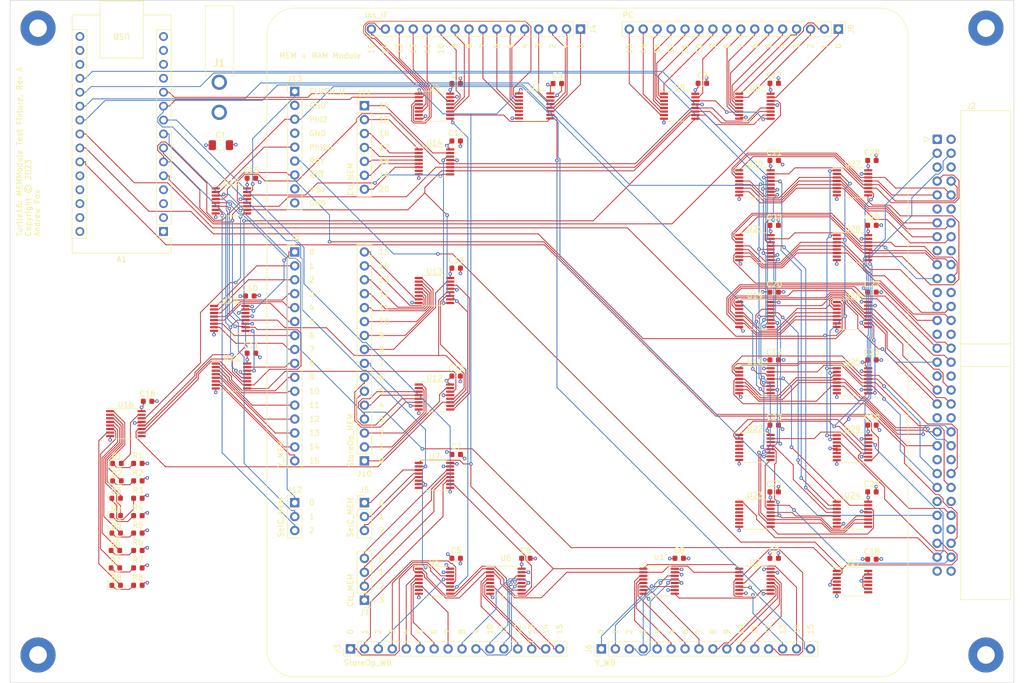
<source format=kicad_pcb>
(kicad_pcb (version 20221018) (generator pcbnew)
  (title_block (title "Turtle16: MEMModule Test Fixture") (date "2023-03-21") (rev "A"))
  (layers (0 "F.Cu" signal) (1 "In1.Cu" power) (2 "In2.Cu" power) (31 "B.Cu" signal) (34 "B.Paste" user) (35 "F.Paste" user) (36 "B.SilkS" user "B.Silkscreen") (37 "F.SilkS" user "F.Silkscreen") (38 "B.Mask" user) (39 "F.Mask" user) (44 "Edge.Cuts" user))
  (net 0 "")
  (net 1 "VCC")
  (net 2 "GND")
  (net 5 "/Test Fixture Outputs/SI")
  (net 6 "/Test Fixture Outputs/RCLK")
  (net 7 "/Test Fixture Outputs/SCK")
  (net 8 "/Y_MEM0")
  (net 9 "/Y_MEM1")
  (net 10 "/Y_MEM2")
  (net 11 "/Y_MEM3")
  (net 12 "/Y_MEM4")
  (net 13 "/Y_MEM5")
  (net 14 "/Y_MEM6")
  (net 15 "/Y_MEM7")
  (net 16 "/Y_MEM8")
  (net 17 "/Y_MEM9")
  (net 18 "/Y_MEM10")
  (net 19 "/Y_MEM11")
  (net 20 "/Y_MEM12")
  (net 21 "/Y_MEM13")
  (net 22 "/Y_MEM14")
  (net 23 "/Y_MEM15")
  (net 24 "/SelC_MEM0")
  (net 25 "/SelC_MEM1")
  (net 26 "/SelC_MEM2")
  (net 27 "/Ctl_MEM14")
  (net 28 "/Ctl_MEM15")
  (net 29 "/Ctl_MEM16")
  (net 30 "/Ctl_MEM17")
  (net 31 "/Ctl_MEM18")
  (net 32 "/Ctl_MEM19")
  (net 33 "/Ctl_MEM20")
  (net 34 "/StoreOp_MEM0")
  (net 35 "/StoreOp_MEM1")
  (net 36 "/StoreOp_MEM2")
  (net 37 "/StoreOp_MEM3")
  (net 38 "/StoreOp_MEM4")
  (net 39 "/StoreOp_MEM5")
  (net 40 "/StoreOp_MEM6")
  (net 41 "/StoreOp_MEM7")
  (net 42 "/StoreOp_MEM8")
  (net 43 "/StoreOp_MEM9")
  (net 44 "/StoreOp_MEM10")
  (net 45 "/StoreOp_MEM11")
  (net 46 "/StoreOp_MEM12")
  (net 47 "/StoreOp_MEM13")
  (net 48 "/StoreOp_MEM14")
  (net 49 "/StoreOp_MEM15")
  (net 50 "/Ctl_WB17")
  (net 51 "/Ctl_WB18")
  (net 52 "/Ctl_WB19")
  (net 53 "/Ctl_WB20")
  (net 54 "/Test Fixture Outputs/~{CLR}")
  (net 55 "/Test Fixture Inputs/SO")
  (net 56 "/Test Fixture Inputs/SCK")
  (net 57 "/Test Fixture Inputs/~{PL}")
  (net 65 "/System Memory Bus Output/~{CLR}")
  (net 66 "/System Memory Bus Output/SCK")
  (net 67 "/System Memory Bus Output/RCLK")
  (net 68 "/System Memory Bus Output/SI")
  (net 69 "/System Memory Bus Input/~{PL}")
  (net 70 "/Ins_IF0")
  (net 71 "/Ins_IF1")
  (net 72 "/Ins_IF2")
  (net 73 "/Ins_IF3")
  (net 74 "/Ins_IF4")
  (net 75 "/Ins_IF5")
  (net 76 "/Ins_IF6")
  (net 77 "/Ins_IF7")
  (net 78 "/Ins_IF8")
  (net 79 "/Ins_IF9")
  (net 80 "/Ins_IF10")
  (net 81 "/Ins_IF11")
  (net 82 "/Ins_IF12")
  (net 83 "/Ins_IF13")
  (net 84 "/Ins_IF14")
  (net 85 "/Ins_IF15")
  (net 86 "/SelC_WB0")
  (net 87 "/SelC_WB1")
  (net 88 "/SelC_WB2")
  (net 89 "/Y_WB0")
  (net 90 "/Y_WB1")
  (net 91 "/Y_WB2")
  (net 92 "/Y_WB3")
  (net 93 "/Y_WB4")
  (net 94 "/Y_WB5")
  (net 95 "/Y_WB6")
  (net 96 "/Y_WB7")
  (net 97 "/Y_WB8")
  (net 98 "/Y_WB9")
  (net 99 "/Y_WB10")
  (net 100 "/Y_WB11")
  (net 101 "/Y_WB12")
  (net 102 "/Y_WB13")
  (net 103 "/Y_WB14")
  (net 104 "/Y_WB15")
  (net 105 "/StoreOp_WB0")
  (net 106 "/StoreOp_WB1")
  (net 107 "/StoreOp_WB2")
  (net 108 "/StoreOp_WB3")
  (net 109 "/StoreOp_WB4")
  (net 110 "/StoreOp_WB5")
  (net 111 "/StoreOp_WB6")
  (net 112 "/StoreOp_WB7")
  (net 113 "/StoreOp_WB8")
  (net 114 "/StoreOp_WB9")
  (net 115 "/StoreOp_WB10")
  (net 116 "/StoreOp_WB11")
  (net 117 "/StoreOp_WB12")
  (net 118 "/StoreOp_WB13")
  (net 119 "/StoreOp_WB14")
  (net 120 "/StoreOp_WB15")
  (net 121 "/System Memory Bus Input/SCK")
  (net 122 "/System Memory Bus Input/SO")
  (net 125 "Net-(D1-K)")
  (net 126 "Net-(D1-A)")
  (net 127 "Net-(D2-K)")
  (net 128 "Net-(D2-A)")
  (net 129 "/MEM Prototype Inputs/PC0")
  (net 130 "/MEM Prototype Inputs/PC1")
  (net 131 "/MEM Prototype Inputs/PC2")
  (net 132 "/MEM Prototype Inputs/PC3")
  (net 133 "/MEM Prototype Inputs/PC4")
  (net 134 "/MEM Prototype Inputs/PC5")
  (net 135 "/MEM Prototype Inputs/PC6")
  (net 136 "/MEM Prototype Inputs/PC7")
  (net 137 "/MEM Prototype Inputs/PC8")
  (net 138 "/MEM Prototype Inputs/PC9")
  (net 139 "/MEM Prototype Inputs/PC10")
  (net 140 "/MEM Prototype Inputs/PC11")
  (net 141 "/MEM Prototype Inputs/PC12")
  (net 142 "/MEM Prototype Inputs/PC13")
  (net 143 "/MEM Prototype Inputs/PC14")
  (net 144 "/MEM Prototype Inputs/PC15")
  (net 145 "/MEM Prototype Inputs/FLUSH_IF")
  (net 146 "/MEM Prototype Inputs/Phi2")
  (net 147 "/MEM Prototype Inputs/Phi1b")
  (net 148 "/MEM Prototype Inputs/RDY")
  (net 149 "/MEM Prototype Inputs/~{RST_sync}")
  (net 150 "Net-(D3-K)")
  (net 151 "Net-(D3-A)")
  (net 152 "Net-(D4-K)")
  (net 153 "Net-(D4-A)")
  (net 154 "Net-(D5-K)")
  (net 155 "Net-(D5-A)")
  (net 156 "Net-(D6-K)")
  (net 157 "Net-(D6-A)")
  (net 158 "Net-(D7-K)")
  (net 159 "Net-(D7-A)")
  (net 160 "Net-(D8-K)")
  (net 161 "Net-(D8-A)")
  (net 162 "/System Bus Connector/Bank1")
  (net 163 "/System Bus Connector/Bank2")
  (net 164 "/System Bus Connector/Addr0")
  (net 165 "/System Bus Connector/Addr1")
  (net 166 "/System Bus Connector/Addr2")
  (net 167 "/System Bus Connector/Addr3")
  (net 168 "/System Bus Connector/Addr4")
  (net 169 "/System Bus Connector/Addr5")
  (net 170 "/System Bus Connector/Addr6")
  (net 171 "/System Bus Connector/Addr7")
  (net 172 "/System Bus Connector/Addr8")
  (net 173 "/System Bus Connector/Addr9")
  (net 174 "/System Bus Connector/Addr10")
  (net 175 "/System Bus Connector/Addr11")
  (net 176 "/System Bus Connector/Addr12")
  (net 177 "/System Bus Connector/Addr13")
  (net 178 "/System Bus Connector/Addr14")
  (net 179 "/System Bus Connector/Addr15")
  (net 180 "/System Bus Connector/IO14")
  (net 181 "/System Bus Connector/IO15")
  (net 182 "/System Bus Connector/IO12")
  (net 183 "/System Bus Connector/IO13")
  (net 184 "/System Bus Connector/IO10")
  (net 185 "/System Bus Connector/IO11")
  (net 186 "/System Bus Connector/IO8")
  (net 187 "/System Bus Connector/IO9")
  (net 188 "/System Bus Connector/IO6")
  (net 189 "/System Bus Connector/IO7")
  (net 190 "/System Bus Connector/IO4")
  (net 191 "/System Bus Connector/IO5")
  (net 192 "/System Bus Connector/IO2")
  (net 193 "/System Bus Connector/IO3")
  (net 194 "/System Bus Connector/IO0")
  (net 195 "/System Bus Connector/IO1")
  (net 196 "/System Bus Connector/Bank0")
  (net 197 "/System Bus Connector/~{MemStore}")
  (net 198 "/System Bus Connector/~{MemLoad}")
  (net 200 "Net-(U1-Q7)")
  (net 202 "Net-(U2-Q7)")
  (net 204 "Net-(U3-Q7)")
  (net 206 "Net-(U4-Q7)")
  (net 208 "Net-(U5-Q7)")
  (net 210 "Net-(U6-Q7)")
  (net 212 "Net-(U8-QH')")
  (net 213 "Net-(U10-SER)")
  (net 214 "Net-(U10-QH')")
  (net 215 "Net-(U11-QH')")
  (net 216 "Net-(U12-QH')")
  (net 217 "Net-(U13-QH')")
  (net 219 "Net-(U14-QH')")
  (net 220 "Net-(U15-QH')")
  (net 221 "/Test Fixture Outputs/SO")
  (net 222 "Net-(U15-QD)")
  (net 223 "/System Memory Bus Output/OE0")
  (net 224 "Net-(U18-QH')")
  (net 225 "/System Memory Bus Output/OE1")
  (net 226 "Net-(U19-QH')")
  (net 227 "/System Memory Bus Output/OE2")
  (net 228 "Net-(U20-QH')")
  (net 229 "/System Memory Bus Output/OE3")
  (net 235 "Net-(U21-QH')")
  (net 236 "/System Memory Bus Output/OE4")
  (net 243 "Net-(U22-QH')")
  (net 244 "/System Memory Bus Output/OE5")
  (net 247 "/System Memory Bus Output/SO")
  (net 251 "Net-(U25-Q7)")
  (net 253 "Net-(U26-Q7)")
  (net 255 "Net-(U27-Q7)")
  (net 258 "Net-(U23-QH')")
  (net 261 "Net-(U28-Q7)")
  (footprint "LED_SMD:LED_0603_1608Metric" (layer "F.Cu") (at 71.755 128.905)
    (fp_text reference "D7")
    (fp_text value "Red")
  )
  (footprint "Capacitor_SMD:C_0603_1608Metric" (layer "F.Cu") (at 75.845 119.38)
    (fp_text reference "R4")
    (fp_text value "270R")
  )
  (footprint "Capacitor_SMD:C_0603_1608Metric" (layer "F.Cu") (at 75.845 109.855)
    (fp_text reference "R1")
    (fp_text value "270R")
  )
  (footprint "Capacitor_SMD:C_0603_1608Metric" (layer "F.Cu") (at 75.845 116.205)
    (fp_text reference "R3")
    (fp_text value "270R")
  )
  (footprint "Connector_PinHeader_2.54mm:PinHeader_1x07_P2.54mm_Vertical" (layer "F.Cu") (at 117.1299 44.6171)
    (fp_text reference "J11")
    (fp_text value "Ctl_MEM")
  )
  (footprint "Capacitor_SMD:C_0603_1608Metric" (layer "F.Cu") (at 75.845 122.555)
    (fp_text reference "R5")
    (fp_text value "270R")
  )
  (footprint "Package_SO:TSSOP-16_4.4x5mm_P0.65mm" (layer "F.Cu") (at 174.5665 44.715)
    (fp_text reference "U9")
    (fp_text value "74HC595")
  )
  (footprint "Capacitor_SMD:C_0603_1608Metric" (layer "F.Cu") (at 75.845 125.73)
    (fp_text reference "R6")
    (fp_text value "270R")
  )
  (footprint "Package_SO:TSSOP-16_4.4x5mm_P0.65mm" (layer "F.Cu") (at 206.0625 119.115)
    (fp_text reference "U24")
    (fp_text value "74HC595")
  )
  (footprint "Capacitor_SMD:C_0603_1608Metric" (layer "F.Cu") (at 96.533 57.837)
    (fp_text reference "C15")
    (fp_text value "0.1µF")
  )
  (footprint "Capacitor_SMD:C_0603_1608Metric" (layer "F.Cu") (at 75.845 132.08)
    (fp_text reference "R8")
    (fp_text value "270R")
  )
  (footprint "MountingHole:MountingHole_3.2mm_M3_Pad" (layer "F.Cu") (at 230.378 30.48)
    (fp_text reference "H3" hide)
    (fp_text value "MountingHole_Pad")
  )
  (footprint "Capacitor_SMD:C_0603_1608Metric" (layer "F.Cu") (at 191.793 66.436)
    (fp_text reference "C22")
    (fp_text value "0.1µF")
  )
  (footprint "Package_SO:TSSOP-16_4.4x5mm_P0.65mm" (layer "F.Cu") (at 92.8955 61.987)
    (fp_text reference "U15")
    (fp_text value "74HC595")
  )
  (footprint "Connector_Molex:172448-0002" (layer "F.Cu") (at 90.678 40.336 180)
    (fp_text reference "J1")
    (fp_text value "Power" hide)
  )
  (footprint "Capacitor_SMD:C_0603_1608Metric" (layer "F.Cu") (at 191.793 40.535)
    (fp_text reference "C17")
    (fp_text value "0.1µF")
  )
  (footprint "Connector_PinHeader_2.54mm:PinHeader_1x16_P2.54mm_Vertical" (layer "F.Cu") (at 114.5899 143.6771 90)
    (fp_text reference "J3")
    (fp_text value "StoreOp_WB")
  )
  (footprint "Package_SO:TSSOP-16_4.4x5mm_P0.65mm" (layer "F.Cu") (at 142.9075 131.329)
    (fp_text reference "U6")
    (fp_text value "74HC165")
  )
  (footprint "LED_SMD:LED_0603_1608Metric" (layer "F.Cu") (at 72.035 113.03)
    (fp_text reference "D2")
    (fp_text value "Red")
  )
  (footprint "Capacitor_SMD:C_0603_1608Metric" (layer "F.Cu") (at 75.845 113.03)
    (fp_text reference "R2")
    (fp_text value "270R")
  )
  (footprint "LED_SMD:LED_0603_1608Metric" (layer "F.Cu") (at 72.035 109.855)
    (fp_text reference "D1")
    (fp_text value "Red")
  )
  (footprint "Package_SO:TSSOP-16_4.4x5mm_P0.65mm" (layer "F.Cu") (at 188.2825 58.685)
    (fp_text reference "U20")
    (fp_text value "74HC595")
  )
  (footprint "LED_SMD:LED_0603_1608Metric" (layer "F.Cu") (at 71.895 122.555)
    (fp_text reference "D5")
    (fp_text value "Red")
  )
  (footprint "Package_SO:TSSOP-14_4.4x5mm_P0.65mm" (layer "F.Cu") (at 206.0625 131.4)
    (fp_text reference "U17")
    (fp_text value "74AHCT05")
  )
  (footprint "Capacitor_SMD:C_0603_1608Metric" (layer "F.Cu") (at 209.6055 54.61)
    (fp_text reference "C28")
    (fp_text value "0.1µF")
  )
  (footprint "LED_SMD:LED_0603_1608Metric" (layer "F.Cu") (at 71.895 119.38)
    (fp_text reference "D4")
    (fp_text value "Red")
  )
  (footprint "Package_SO:TSSOP-16_4.4x5mm_P0.65mm" (layer "F.Cu") (at 129.895 97.7392)
    (fp_text reference "U12")
    (fp_text value "74HC595")
  )
  (footprint "Package_SO:TSSOP-16_4.4x5mm_P0.65mm" (layer "F.Cu") (at 188.2825 119.115)
    (fp_text reference "U23")
    (fp_text value "74HC595")
  )
  (footprint "Package_SO:TSSOP-16_4.4x5mm_P0.65mm" (layer "F.Cu") (at 92.8955 93.9142)
    (fp_text reference "U11")
    (fp_text value "74HC595")
  )
  (footprint "Connector_PinHeader_2.54mm:PinHeader_1x16_P2.54mm_Vertical" (layer "F.Cu") (at 117.1299 109.3871 180)
    (fp_text reference "J10")
    (fp_text value "StoreOp_MEM")
  )
  (footprint "Connector_PinHeader_2.54mm:PinHeader_1x09_P2.54mm_Vertical" (layer "F.Cu") (at 104.4299 42.0171)
    (fp_text reference "J13")
    (fp_text value "Control Signals")
  )
  (footprint "Package_SO:TSSOP-16_4.4x5mm_P0.65mm" (layer "F.Cu") (at 188.2825 82.703)
    (fp_text reference "U19")
    (fp_text value "74HC595")
  )
  (footprint "Capacitor_SMD:C_0603_1608Metric" (layer "F.Cu") (at 191.793 127.149)
    (fp_text reference "C2")
    (fp_text value "0.1µF")
  )
  (footprint "Capacitor_SMD:C_0603_1608Metric" (layer "F.Cu") (at 209.6055 78.628)
    (fp_text reference "C27")
    (fp_text value "0.1µF")
  )
  (footprint "Capacitor_SMD:C_0603_1608Metric" (layer "F.Cu") (at 174.485 127.149)
    (fp_text reference "C8")
    (fp_text value "0.1µF")
  )
  (footprint "Connector_PinHeader_2.54mm:PinHeader_1x16_P2.54mm_Vertical" (layer "F.Cu") (at 203.4899 30.6471 -90)
    (fp_text reference "J8")
    (fp_text value "PC")
  )
  (footprint "Capacitor_SMD:C_0603_1608Metric" (layer "F.Cu") (at 178.699 40.535)
    (fp_text reference "C9")
    (fp_text value "0.1µF")
  )
  (footprint "Capacitor_SMD:C_1206_3216Metric_Pad1.33x1.80mm_HandSolder" (layer "F.Cu") (at 90.9705 51.816)
    (fp_text reference "C1")
    (fp_text value "100µF")
  )
  (footprint "Capacitor_SMD:C_0603_1608Metric" (layer "F.Cu") (at 152.273 40.5892)
    (fp_text reference "C3")
    (fp_text value "0.1µF")
  )
  (footprint "Capacitor_SMD:C_0603_1608Metric" (layer "F.Cu") (at 146.545 127.149)
    (fp_text reference "C6")
    (fp_text value "0.1µF")
  )
  (footprint "Capacitor_SMD:C_0603_1608Metric" (layer "F.Cu") (at 191.793 90.973)
    (fp_text reference "C19")
    (fp_text value "0.1µF")
  )
  (footprint "Package_SO:TSSOP-16_4.4x5mm_P0.65mm" (layer "F.Cu") (at 188.2825 44.715)
    (fp_text reference "U8")
    (fp_text value "74HC595")
  )
  (footprint "Module:Arduino_Nano" (layer "F.Cu") (at 80.518 67.564 180)
    (fp_text reference "A1")
    (fp_text value "Arduino_Nano_Every")
  )
  (footprint "Capacitor_SMD:C_0603_1608Metric" (layer "F.Cu") (at 191.793 54.61)
    (fp_text reference "C21")
    (fp_text value "0.1µF")
  )
  (footprint "Package_SO:TSSOP-16_4.4x5mm_P0.65mm" (layer "F.Cu") (at 129.895 112.025)
    (fp_text reference "U7")
    (fp_text value "74HC165")
  )
  (footprint "Capacitor_SMD:C_0603_1608Metric" (layer "F.Cu") (at 209.6055 115.04)
    (fp_text reference "C25")
    (fp_text value "0.1µF")
  )
  (footprint "Capacitor_SMD:C_0603_1608Metric" (layer "F.Cu") (at 133.845 93.9292)
    (fp_text reference "C12")
    (fp_text value "0.1µF")
  )
  (footprint "Capacitor_SMD:C_0603_1608Metric" (layer "F.Cu") (at 191.793 115.04)
    (fp_text reference "C24")
    (fp_text value "0.1µF")
  )
  (footprint "Capacitor_SMD:C_0603_1608Metric" (layer "F.Cu") (at 209.6055 66.436)
    (fp_text reference "C29")
    (fp_text value "0.1µF")
  )
  (footprint "LED_SMD:LED_0603_1608Metric" (layer "F.Cu") (at 71.895 132.08)
    (fp_text reference "D8")
    (fp_text value "Red")
  )
  (footprint "Package_SO:TSSOP-16_4.4x5mm_P0.65mm" (layer "F.Cu") (at 206.0625 107.005)
    (fp_text reference "U29")
    (fp_text value "74HC165")
  )
  (footprint "Package_SO:TSSOP-16_4.4x5mm_P0.65mm" (layer "F.Cu") (at 129.895 131.329)
    (fp_text reference "U5")
    (fp_text value "74HC165")
  )
  (footprint "Capacitor_SMD:C_0603_1608Metric" (layer "F.Cu") (at 75.845 128.905)
    (fp_text reference "R7")
    (fp_text value "270R")
  )
  (footprint "Package_SO:TSSOP-16_4.4x5mm_P0.65mm" (layer "F.Cu") (at 148.1505 44.6642)
    (fp_text reference "U3")
    (fp_text value "74HC165")
  )
  (footprint "MountingHole:MountingHole_3.2mm_M3_Pad" (layer "F.Cu") (at 57.658 30.48)
    (fp_text reference "H1" hide)
    (fp_text value "MountingHole_Pad")
  )
  (footprint "Capacitor_SMD:C_0603_1608Metric" (layer "F.Cu") (at 209.6055 127.336)
    (fp_text reference "C18")
    (fp_text value "0.1µF")
  )
  (footprint "Package_SO:TSSOP-16_4.4x5mm_P0.65mm" (layer "F.Cu") (at 92.583 83.3992)
    (fp_text reference "U10")
    (fp_text value "74HC595")
  )
  (footprint "Package_SO:TSSOP-16_4.4x5mm_P0.65mm" (layer "F.Cu") (at 206.0625 82.703)
    (fp_text reference "U26")
    (fp_text value "74HC165")
  )
  (footprint "Package_SO:TSSOP-16_4.4x5mm_P0.65mm" (layer "F.Cu") (at 129.895 54.8692)
    (fp_text reference "U14")
    (fp_text value "74HC595")
  )
  (footprint "MountingHole:MountingHole_3.2mm_M3_Pad" (layer "F.Cu") (at 57.658 144.78)
    (fp_text reference "H4" hide)
    (fp_text value "MountingHole_Pad")
  )
  (footprint "Connector_PinHeader_2.54mm:PinHeader_1x16_P2.54mm_Vertical" (layer "F.Cu") (at 156.4999 30.6471 -90)
    (fp_text reference "J4")
    (fp_text value "Ins_IF")
  )
  (footprint "Connector_PinHeader_2.54mm:PinHeader_1x16_P2.54mm_Vertical" (layer "F.Cu") (at 104.4299 71.2871)
    (fp_text reference "J9")
    (fp_text value "Y_MEM")
  )
  (footprint "Capacitor_SMD:C_0603_1608Metric" (layer "F.Cu") (at 133.845 40.5892)
    (fp_text reference "C4")
    (fp_text value "0.1µF")
  )
  (footprint "Capacitor_SMD:C_0603_1608Metric" (layer "F.Cu") (at 77.61 98.53)
    (fp_text reference "C16")
    (fp_text value "0.1µF")
  )
  (footprint "Connector_PinHeader_2.54mm:PinHeader_1x16_P2.54mm_Vertical" (layer "F.Cu") (at 160.3099 143.6771 90)
    (fp_text reference "J6")
    (fp_text value "Y_WB")
  )
  (footprint "Package_SO:TSSOP-16_4.4x5mm_P0.65mm" (layer "F.Cu") (at 188.2825 70.511)
    (fp_text reference "U21")
    (fp_text value "74HC595")
  )
  (footprint "Capacitor_SMD:C_0603_1608Metric" (layer "F.Cu") (at 191.793 102.87)
    (fp_text reference "C23")
    (fp_text value "0.1µF")
  )
  (footprint "Connector_PinHeader_2.54mm:PinHeader_1x04_P2.54mm_Vertical" (layer "F.Cu") (at 117.1299 134.7871 180)
    (fp_text reference "J7")
    (fp_text value "Ctl_MEM")
  )
  (footprint "Package_SO:TSSOP-16_4.4x5mm_P0.65mm" (layer "F.Cu") (at 188.2825 106.945)
    (fp_text reference "U22")
    (fp_text value "74HC595")
  )
  (footprint "Connector_PinHeader_2.54mm:PinHeader_1x03_P2.54mm_Vertical" (layer "F.Cu") (at 104.4299 117.0071)
    (fp_text reference "J12")
    (fp_text value "SelC_MEM")
  )
  (footprint "Connector_IDC:IDC-Header_2x32_P2.54mm_Horizontal" (layer "F.Cu") (at 221.488 50.7492)
    (fp_text reference "J2")
    (fp_text value "71922-164LF")
  )
  (footprint "MountingHole:MountingHole_3.2mm_M3_Pad" (layer "F.Cu") (at 230.378 144.78)
    (fp_text reference "H2" hide)
    (fp_text value "MountingHole_Pad")
  )
  (footprint "LED_SMD:LED_0603_1608Metric" (layer "F.Cu") (at 71.755 125.73)
    (fp_text reference "D6")
    (fp_text value "Red")
  )
  (footprint "Package_SO:TSSOP-16_4.4x5mm_P0.65mm" (layer "F.Cu") (at 129.895 44.7092)
    (fp_text reference "U4")
    (fp_text value "74HC165")
  )
  (footprint "LED_SMD:LED_0603_1608Metric" (layer "F.Cu") (at 71.895 116.205)
    (fp_text reference "D3")
    (fp_text value "Red")
  )
  (footprint "Package_SO:TSSOP-16_4.4x5mm_P0.65mm" (layer "F.Cu") (at 73.66 102.605)
    (fp_text reference "U16")
    (fp_text value "74HC595")
  )
  (footprint "Package_SO:TSSOP-16_4.4x5mm_P0.65mm" (layer "F.Cu") (at 188.2825 131.329)
    (fp_text reference "U2")
    (fp_text value "74HC165")
  )
  (footprint "Capacitor_SMD:C_0603_1608Metric" (layer "F.Cu") (at 96.253 79.3242)
    (fp_text reference "C10")
    (fp_text value "0.1µF")
  )
  (footprint "Capacitor_SMD:C_0603_1608Metric" (layer "F.Cu") (at 133.845 127.149)
    (fp_text reference "C5")
    (fp_text value "0.1µF")
  )
  (footprint "Capacitor_SMD:C_0603_1608Metric" (layer "F.Cu") (at 133.845 74.2442)
    (fp_text reference "C13")
    (fp_text value "0.1µF")
  )
  (footprint "Capacitor_SMD:C_0603_1608Metric" (layer "F.Cu") (at 191.793 78.628)
    (fp_text reference "C20")
    (fp_text value "0.1µF")
  )
  (footprint "Capacitor_SMD:C_0603_1608Metric" (layer "F.Cu") (at 209.6055 90.973)
    (fp_text reference "C26")
    (fp_text value "0.1µF")
  )
  (footprint "Capacitor_SMD:C_0603_1608Metric" (layer "F.Cu") (at 209.6055 102.87)
    (fp_text reference "C30")
    (fp_text value "0.1µF")
  )
  (footprint "Package_SO:TSSOP-16_4.4x5mm_P0.65mm" (layer "F.Cu") (at 206.0625 94.783)
    (fp_text reference "U25")
    (fp_text value "74HC165")
  )
  (footprint "Package_SO:TSSOP-16_4.4x5mm_P0.65mm" (layer "F.Cu") (at 170.815 131.329)
    (fp_text reference "U1")
    (fp_text value "74HC165")
  )
  (footprint "Package_SO:TSSOP-16_4.4x5mm_P0.65mm" (layer "F.Cu") (at 206.0625 70.511)
    (fp_text reference "U28")
    (fp_text value "74HC165")
  )
  (footprint "Connector_PinHeader_2.54mm:PinHeader_1x03_P2.54mm_Vertical" (layer "F.Cu") (at 117.1299 117.0071)
    (fp_text reference "J5")
    (fp_text value "SelC_MEM")
  )
  (footprint "Capacitor_SMD:C_0603_1608Metric" (layer "F.Cu") (at 96.533 89.7492)
    (fp_text reference "C11")
    (fp_text value "0.1µF")
  )
  (footprint "Package_SO:TSSOP-16_4.4x5mm_P0.65mm" (layer "F.Cu") (at 188.2825 94.783)
    (fp_text reference "U18")
    (fp_text value "74HC595")
  )
  (footprint "Capacitor_SMD:C_0603_1608Metric" (layer "F.Cu") (at 133.845 108.215)
    (fp_text reference "C7")
    (fp_text value "0.1µF")
  )
  (footprint "Capacitor_SMD:C_0603_1608Metric" (layer "F.Cu") (at 133.845 51.0592)
    (fp_text reference "C14")
    (fp_text value "0.1µF")
  )
  (footprint "Package_SO:TSSOP-16_4.4x5mm_P0.65mm" (layer "F.Cu") (at 206.0625 58.685)
    (fp_text reference "U27")
    (fp_text value "74HC165")
  )
  (footprint "Package_SO:TSSOP-16_4.4x5mm_P0.65mm" (layer "F.Cu") (at 129.895 78.3192)
    (fp_text reference "U13")
    (fp_text value "74HC595")
  )
  (gr_line (start 104.430062 26.837135) (end 211.110062 26.837135) (stroke (width 0.1)) (layer "F.SilkS"))
  (gr_line (start 99.350062 31.917135) (end 99.350062 143.677135) (stroke (width 0.1)) (layer "F.SilkS"))
  (gr_arc (start 104.430062 148.757135) (mid 100.838001 147.269197) (end 99.350062 143.677135) (stroke (width 0.1)) (layer "F.SilkS"))
  (gr_line (start 216.190062 143.677135) (end 216.190062 31.917135) (stroke (width 0.1)) (layer "F.SilkS"))
  (gr_arc (start 99.350062 31.917135) (mid 100.83798 28.325061) (end 104.430062 26.837135) (stroke (width 0.1)) (layer "F.SilkS"))
  (gr_arc (start 216.190062 143.677135) (mid 214.702214 147.269295) (end 211.110062 148.757135) (stroke (width 0.1)) (layer "F.SilkS"))
  (gr_line (start 104.430062 148.757135) (end 211.110062 148.757135) (stroke (width 0.1)) (layer "F.SilkS"))
  (gr_arc (start 211.110062 26.837135) (mid 214.702147 28.325051) (end 216.190062 31.917135) (stroke (width 0.1)) (layer "F.SilkS"))
  (gr_line (start 52.578 149.86) (end 52.578 25.4) (stroke (width 0.1)) (layer "Edge.Cuts"))
  (gr_line (start 235.458 149.86) (end 52.578 149.86) (stroke (width 0.1)) (layer "Edge.Cuts"))
  (gr_line (start 235.458 25.4) (end 235.458 149.86) (stroke (width 0.1)) (layer "Edge.Cuts"))
  (gr_line (start 52.578 25.4) (end 235.458 25.4) (stroke (width 0.1)) (layer "Edge.Cuts"))
  (gr_text "8" (at 106.970062 91.607135) (layer "F.SilkS") (effects (font (size 1 1)) (justify left)))
  (gr_text "5" (at 143.800062 33.187135 90) (layer "F.SilkS") (effects (font (size 1 1)) (justify right)))
  (gr_text "6" (at 188.250062 33.187135 90) (layer "F.SilkS") (effects (font (size 1 1)) (justify right)))
  (gr_text "11" (at 188.250062 141.137135 90) (layer "F.SilkS") (effects (font (size 1 1)) (justify left)))
  (gr_text "0" (at 106.970062 117.007135) (layer "F.SilkS") (effects (font (size 1 1)) (justify left)))
  (gr_text "4" (at 193.330062 33.187135 90) (layer "F.SilkS") (effects (font (size 1 1)) (justify right)))
  (gr_text "3" (at 148.880062 33.187135 90) (layer "F.SilkS") (effects (font (size 1 1)) (justify right)))
  (gr_text "8" (at 134.910062 141.137135 90) (layer "F.SilkS") (effects (font (size 1 1)) (justify left)))
  (gr_text "11" (at 119.670062 81.447135) (layer "F.SilkS") (effects (font (size 1 1)) (justify left)))
  (gr_text "7" (at 132.370062 141.137135 90) (layer "F.SilkS") (effects (font (size 1 1)) (justify left)))
  (gr_text "7" (at 138.720062 33.187135 90) (layer "F.SilkS") (effects (font (size 1 1)) (justify right)))
  (gr_text "10" (at 106.970062 96.687135) (layer "F.SilkS") (effects (font (size 1 1)) (justify left)))
  (gr_text "6" (at 106.970062 86.527135) (layer "F.SilkS") (effects (font (size 1 1)) (justify left)))
  (gr_text "0" (at 106.970062 71.287135) (layer "F.SilkS") (effects (font (size 1 1)) (justify left)))
  (gr_text "13" (at 193.330062 141.137135 90) (layer "F.SilkS") (effects (font (size 1 1)) (justify left)))
  (gr_text "1" (at 106.970062 119.547135) (layer "F.SilkS") (effects (font (size 1 1)) (justify left)))
  (gr_text "4" (at 106.970062 81.447135) (layer "F.SilkS") (effects (font (size 1 1)) (justify left)))
  (gr_text "15" (at 119.670062 71.287135) (layer "F.SilkS") (effects (font (size 1 1)) (justify left)))
  (gr_text "1" (at 119.670062 106.847135) (layer "F.SilkS") (effects (font (size 1 1)) (justify left)))
  (gr_text "5" (at 173.010062 141.137135 90) (layer "F.SilkS") (effects (font (size 1 1)) (justify left)))
  (gr_text "19" (at 119.670062 57.317135) (layer "F.SilkS") (effects (font (size 1 1)) (justify left)))
  (gr_text "7" (at 119.670062 91.607135) (layer "F.SilkS") (effects (font (size 1 1)) (justify left)))
  (gr_text "9" (at 119.670062 86.527135) (layer "F.SilkS") (effects (font (size 1 1)) (justify left)))
  (gr_text "2" (at 119.670062 132.247135) (layer "F.SilkS") (effects (font (size 1 1)) (justify left)))
  (gr_text "8" (at 180.630062 141.137135 90) (layer "F.SilkS") (effects (font (size 1 1)) (justify left)))
  (gr_text "13" (at 119.670062 76.367135) (layer "F.SilkS") (effects (font (size 1 1)) (justify left)))
  (gr_text "10" (at 185.710062 141.137135 90) (layer "F.SilkS") (effects (font (size 1 1)) (justify left)))
  (gr_text "+5V" (at 106.970062 59.857135) (layer "F.SilkS") (effects (font (size 1 1)) (justify left)))
  (gr_text "FLUSH_IF" (at 106.970062 42.017135) (layer "F.SilkS") (effects (font (size 1 1)) (justify left)))
  (gr_text "2" (at 198.410062 33.187135 90) (layer "F.SilkS") (effects (font (size 1 1)) (justify right)))
  (gr_text "2" (at 119.670062 122.087135) (layer "F.SilkS") (effects (font (size 1 1)) (justify left)))
  (gr_text "15" (at 198.410062 141.137135 90) (layer "F.SilkS") (effects (font (size 1 1)) (justify left)))
  (gr_text "0" (at 119.670062 109.387135) (layer "F.SilkS") (effects (font (size 1 1)) (justify left)))
  (gr_text "12" (at 173.010062 33.187135 90) (layer "F.SilkS") (effects (font (size 1 1)) (justify right)))
  (gr_text "4" (at 146.340062 33.187135 90) (layer "F.SilkS") (effects (font (size 1 1)) (justify right)))
  (gr_text "14" (at 119.670062 73.827135) (layer "F.SilkS") (effects (font (size 1 1)) (justify left)))
  (gr_text "15" (at 106.970062 109.387135) (layer "F.SilkS") (effects (font (size 1 1)) (justify left)))
  (gr_text "6" (at 141.260062 33.187135 90) (layer "F.SilkS") (effects (font (size 1 1)) (justify right)))
  (gr_text "2" (at 106.970062 122.087135) (layer "F.SilkS") (effects (font (size 1 1)) (justify left)))
  (gr_text "14" (at 195.870062 141.137135 90) (layer "F.SilkS") (effects (font (size 1 1)) (justify left)))
  (gr_text "GND" (at 106.970062 44.617135) (layer "F.SilkS") (effects (font (size 1 1)) (justify left)))
  (gr_text "8" (at 183.170062 33.187135 90) (layer "F.SilkS") (effects (font (size 1 1)) (justify right)))
  (gr_text "12" (at 119.670062 78.907135) (layer "F.SilkS") (effects (font (size 1 1)) (justify left)))
  (gr_text "3" (at 122.210062 141.137135 90) (layer "F.SilkS") (effects (font (size 1 1)) (justify left)))
  (gr_text "11" (at 106.970062 99.227135) (layer "F.SilkS") (effects (font (size 1 1)) (justify left)))
  (gr_text "15" (at 165.390062 33.187135 90) (layer "F.SilkS") (effects (font (size 1 1)) (justify right)))
  (gr_text "Phi2" (at 106.970062 47.157135) (layer "F.SilkS") (effects (font (size 1 1)) (justify left)))
  (gr_text "1" (at 162.850062 141.137135 90) (layer "F.SilkS") (effects (font (size 1 1)) (justify left)))
  (gr_text "9" (at 137.450062 141.137135 90) (layer "F.SilkS") (effects (font (size 1 1)) (justify left)))
  (gr_text "1" (at 119.670062 119.547135) (layer "F.SilkS") (effects (font (size 1 1)) (justify left)))
  (gr_text "14" (at 119.670062 44.617135) (layer "F.SilkS") (effects (font (size 1 1)) (justify left)))
  (gr_text "0" (at 160.310062 141.137135 90) (layer "F.SilkS") (effects (font (size 1 1)) (justify left)))
  (gr_text "1" (at 119.670062 129.707135) (layer "F.SilkS") (effects (font (size 1 1)) (justify left)))
  (gr_text "5" (at 127.290062 141.137135 90) (layer "F.SilkS") (effects (font (size 1 1)) (justify left)))
  (gr_text "11" (at 175.550062 33.187135 90) (layer "F.SilkS") (effects (font (size 1 1)) (justify right)))
  (gr_text "11" (at 142.530062 141.137135 90) (layer "F.SilkS") (effects (font (size 1 1)) (justify left)))
  (gr_text "MEM + RAM Module" (at 101.473 35.5092) (layer "F.SilkS") (effects (font (size 1 1)) (justify left)))
  (gr_text "10" (at 178.090062 33.187135 90) (layer "F.SilkS") (effects (font (size 1 1)) (justify right)))
  (gr_text "5" (at 119.670062 96.687135) (layer "F.SilkS") (effects (font (size 1 1)) (justify left)))
  (gr_text "14" (at 167.930062 33.187135 90) (layer "F.SilkS") (effects (font (size 1 1)) (justify right)))
  (gr_text "16" (at 119.670062 49.697135) (layer "F.SilkS") (effects (font (size 1 1)) (justify left)))
  (gr_text "4" (at 170.470062 141.137135 90) (layer "F.SilkS") (effects (font (size 1 1)) (justify left)))
  (gr_text "0" (at 114.590062 141.137135 90) (layer "F.SilkS") (effects (font (size 1 1)) (justify left)))
  (gr_text "10" (at 139.990062 141.137135 90) (layer "F.SilkS") (effects (font (size 1 1)) (justify left)))
  (gr_text "4" (at 119.670062 99.227135) (layer "F.SilkS") (effects (font (size 1 1)) (justify left)))
  (gr_text "1" (at 153.960062 33.187135 90) (layer "F.SilkS") (effects (font (size 1 1)) (justify right)))
  (gr_text "7" (at 106.970062 89.067135) (layer "F.SilkS") (effects (font (size 1 1)) (justify left)))
  (gr_text "12" (at 145.070062 141.137135 90) (layer "F.SilkS") (effects (font (size 1 1)) (justify left)))
  (gr_text "14" (at 106.970062 106.847135) (layer "F.SilkS") (effects (font (size 1 1)) (justify left)))
  (gr_text "12" (at 190.790062 141.137135 90) (layer "F.SilkS") (effects (font (size 1 1)) (justify left)))
  (gr_text "13" (at 106.970062 104.307135) (layer "F.SilkS") (effects (font (size 1 1)) (justify left)))
  (gr_text "12" (at 126.020062 33.187135 90) (layer "F.SilkS") (effects (font (size 1 1)) (justify right)))
  (gr_text "8" (at 136.180062 33.187135 90) (layer "F.SilkS") (effects (font (size 1 1)) (justify right)))
  (gr_text "15" (at 118.400062 33.187135 90) (layer "F.SilkS") (effects (font (size 1 1)) (justify right)))
  (gr_text "8" (at 119.670062 89.067135) (layer "F.SilkS") (effects (font (size 1 1)) (justify left)))
  (gr_text "7" (at 178.090062 141.137135 90) (layer "F.SilkS") (effects (font (size 1 1)) (justify left)))
  (gr_text "2" (at 119.670062 104.307135) (layer "F.SilkS") (effects (font (size 1 1)) (justify left)))
  (gr_text "Turtle16: MEMModule Test Fixture, Rev A\nCopyright © 2023\nAndrew Fox" (at 55.88 68.58 90) (layer "F.SilkS") (effects (font (size 1 1)) (justify left)))
  (gr_text "20" (at 119.670062 59.857135) (layer "F.SilkS") (effects (font (size 1 1)) (justify left)))
  (gr_text "0" (at 156.500062 33.187135 90) (layer "F.SilkS") (effects (font (size 1 1)) (justify right)))
  (gr_text "3" (at 195.870062 33.187135 90) (layer "F.SilkS") (effects (font (size 1 1)) (justify right)))
  (gr_text "GND" (at 106.970062 62.397135) (layer "F.SilkS") (effects (font (size 1 1)) (justify left)))
  (gr_text "3" (at 119.670062 101.767135) (layer "F.SilkS") (effects (font (size 1 1)) (justify left)))
  (gr_text "GND" (at 106.970062 49.697135) (layer "F.SilkS") (effects (font (size 1 1)) (justify left)))
  (gr_text "2" (at 165.390062 141.137135 90) (layer "F.SilkS") (effects (font (size 1 1)) (justify left)))
  (gr_text "13" (at 123.480062 33.187135 90) (layer "F.SilkS") (effects (font (size 1 1)) (justify right)))
  (gr_text "3" (at 106.970062 78.907135) (layer "F.SilkS") (effects (font (size 1 1)) (justify left)))
  (gr_text "3" (at 167.930062 141.137135 90) (layer "F.SilkS") (effects (font (size 1 1)) (justify left)))
  (gr_text "Phi1b" (at 106.970062 52.237135) (layer "F.SilkS") (effects (font (size 1 1)) (justify left)))
  (gr_text "9" (at 133.640062 33.187135 90) (layer "F.SilkS") (effects (font (size 1 1)) (justify right)))
  (gr_text "14" (at 120.940062 33.187135 90) (layer "F.SilkS") (effects (font (size 1 1)) (justify right)))
  (gr_text "9" (at 180.630062 33.187135 90) (layer "F.SilkS") (effects (font (size 1 1)) (justify right)))
  (gr_text "0" (at 119.670062 127.167135) (layer "F.SilkS") (effects (font (size 1 1)) (justify left)))
  (gr_text "1" (at 106.970062 73.827135) (layer "F.SilkS") (effects (font (size 1 1)) (justify left)))
  (gr_text "6" (at 175.550062 141.137135 90) (layer "F.SilkS") (effects (font (size 1 1)) (justify left)))
  (gr_text "15" (at 119.670062 47.157135) (layer "F.SilkS") (effects (font (size 1 1)) (justify left)))
  (gr_text "4" (at 124.750062 141.137135 90) (layer "F.SilkS") (effects (font (size 1 1)) (justify left)))
  (gr_text "18" (at 119.670062 54.777135) (layer "F.SilkS") (effects (font (size 1 1)) (justify left)))
  (gr_text "6" (at 129.830062 141.137135 90) (layer "F.SilkS") (effects (font (size 1 1)) (justify left)))
  (gr_text "15" (at 152.690062 141.137135 90) (layer "F.SilkS") (effects (font (size 1 1)) (justify left)))
  (gr_text "12" (at 106.970062 101.767135) (layer "F.SilkS") (effects (font (size 1 1)) (justify left)))
  (gr_text "13" (at 170.470062 33.187135 90) (layer "F.SilkS") (effects (font (size 1 1)) (justify right)))
  (gr_text "0" (at 119.670062 117.007135) (layer "F.SilkS") (effects (font (size 1 1)) (justify left)))
  (gr_text "RDY" (at 106.970062 54.777135) (layer "F.SilkS") (effects (font (size 1 1)) (justify left)))
  (gr_text "9" (at 183.170062 141.137135 90) (layer "F.SilkS") (effects (font (size 1 1)) (justify left)))
  (gr_text "~{RST}" (at 106.970062 57.317135) (layer "F.SilkS") (effects (font (size 1 1)) (justify left)))
  (gr_text "14" (at 150.150062 141.137135 90) (layer "F.SilkS") (effects (font (size 1 1)) (justify left)))
  (gr_text "11" (at 128.560062 33.187135 90) (layer "F.SilkS") (effects (font (size 1 1)) (justify right)))
  (gr_text "7" (at 185.710062 33.187135 90) (layer "F.SilkS") (effects (font (size 1 1)) (justify right)))
  (gr_text "2" (at 119.670062 141.137135 90) (layer "F.SilkS") (effects (font (size 1 1)) (justify left)))
  (gr_text "0" (at 203.490062 33.187135 90) (layer "F.SilkS") (effects (font (size 1 1)) (justify right)))
  (gr_text "3" (at 119.670062 134.787135) (layer "F.SilkS") (effects (font (size 1 1)) (justify left)))
  (gr_text "1" (at 200.950062 33.187135 90) (layer "F.SilkS") (effects (font (size 1 1)) (justify right)))
  (gr_text "6" (at 119.670062 94.147135) (layer "F.SilkS") (effects (font (size 1 1)) (justify left)))
  (gr_text "10" (at 119.670062 83.987135) (layer "F.SilkS") (effects (font (size 1 1)) (justify left)))
  (gr_text "10" (at 131.100062 33.187135 90) (layer "F.SilkS") (effects (font (size 1 1)) (justify right)))
  (gr_text "13" (at 147.610062 141.137135 90) (layer "F.SilkS") (effects (font (size 1 1)) (justify left)))
  (gr_text "2" (at 151.420062 33.187135 90) (layer "F.SilkS") (effects (font (size 1 1)) (justify right)))
  (gr_text "5" (at 106.970062 83.987135) (layer "F.SilkS") (effects (font (size 1 1)) (justify left)))
  (gr_text "5" (at 190.790062 33.187135 90) (layer "F.SilkS") (effects (font (size 1 1)) (justify right)))
  (gr_text "17" (at 119.670062 52.237135) (layer "F.SilkS") (effects (font (size 1 1)) (justify left)))
  (gr_text "1" (at 117.130062 141.137135 90) (layer "F.SilkS") (effects (font (size 1 1)) (justify left)))
  (gr_text "2" (at 106.970062 76.367135) (layer "F.SilkS") (effects (font (size 1 1)) (justify left)))
  (gr_text "9" (at 106.970062 94.147135) (layer "F.SilkS") (effects (font (size 1 1)) (justify left)))
  (segment (start 177.924 41.2643) (end 177.924 40.535) (width 0.1524) (layer "F.Cu") (net 1))
  (segment (start 191.018 55.5207) (end 191.018 54.61) (width 0.1524) (layer "F.Cu") (net 1))
  (segment (start 189.9291 129.1647) (end 190.0398 129.054) (width 0.1524) (layer "F.Cu") (net 1))
  (segment (start 202.1839 131.213) (end 202.6469 130.75) (width 0.1524) (layer "F.Cu") (net 1))
  (segment (start 132.2166 51.9126) (end 133.07 51.0592) (width 0.1524) (layer "F.Cu") (net 1))
  (segment (start 150.5262 40.7623) (end 150.7011 40.7623) (width 0.1524) (layer "F.Cu") (net 1))
  (segment (start 133.9819 109.9283) (end 132.9358 109.9283) (width 0.1524) (layer "F.Cu") (net 1))
  (segment (start 191.145 80.428) (end 192.5494 80.428) (width 0.1524) (layer "F.Cu") (net 1))
  (segment (start 190.5179 104.0429) (end 191.145 104.67) (width 0.1524) (layer "F.Cu") (net 1))
  (segment (start 76.835 99.3211) (end 76.835 98.53) (width 0.1524) (layer "F.Cu") (net 1))
  (segment (start 190.5179 103.3701) (end 190.5179 103.855) (width 0.1524) (layer "F.Cu") (net 1))
  (segment (start 132.1357 107.7549) (end 132.6099 107.7549) (width 0.1524) (layer "F.Cu") (net 1))
  (segment (start 208.925 67.5509) (end 208.8305 67.4564) (width 0.1524) (layer "F.Cu") (net 1))
  (segment (start 95.758 90.9319) (end 95.758 89.7492) (width 0.1524) (layer "F.Cu") (net 1))
  (segment (start 191.145 42.44) (end 191.145 41.7593) (width 0.1524) (layer "F.Cu") (net 1))
  (segment (start 133.07 74.2442) (end 132.7648 74.5494) (width 0.1524) (layer "F.Cu") (net 1))
  (segment (start 192.5494 80.428) (end 192.6177 80.4963) (width 0.1524) (layer "F.Cu") (net 1))
  (segment (start 76.5225 100.33) (end 76.5225 99.6336) (width 0.1524) (layer "F.Cu") (net 1))
  (segment (start 95.758 59.712) (end 95.758 59.0281) (width 0.1524) (layer "F.Cu") (net 1))
  (segment (start 191.018 102.87) (end 190.5179 103.3701) (width 0.1524) (layer "F.Cu") (net 1))
  (segment (start 207.9547 131.2754) (end 207.9547 131.4) (width 0.1524) (layer "F.Cu") (net 1))
  (segment (start 191.145 55.6477) (end 191.018 55.5207) (width 0.1524) (layer "F.Cu") (net 1))
  (segment (start 208.3973 91.9803) (end 208.925 92.508) (width 0.1524) (layer "F.Cu") (net 1))
  (segment (start 207.7029 80.3751) (end 208.8721 80.3751) (width 0.1524) (layer "F.Cu") (net 1))
  (segment (start 191.145 41.7593) (end 191.018 41.6323) (width 0.1524) (layer "F.Cu") (net 1))
  (segment (start 95.758 59.0281) (end 95.758 57.837) (width 0.1524) (layer "F.Cu") (net 1))
  (segment (start 202.1839 131.9653) (end 202.1839 131.213) (width 0.1524) (layer "F.Cu") (net 1))
  (segment (start 94.5269 79.3628) (end 95.4394 79.3628) (width 0.1524) (layer "F.Cu") (net 1))
  (segment (start 208.8305 115.9832) (end 208.8305 115.04) (width 0.1524) (layer "F.Cu") (net 1))
  (segment (start 172.7627 127.195) (end 173.664 127.195) (width 0.1524) (layer "F.Cu") (net 1))
  (segment (start 208.3704 132.7) (end 208.925 132.7) (width 0.1524) (layer "F.Cu") (net 1))
  (segment (start 132.7575 52.533) (end 132.7575 52.5942) (width 0.1524) (layer "F.Cu") (net 1))
  (segment (start 190.9871 90.9421) (end 191.018 90.973) (width 0.1524) (layer "F.Cu") (net 1))
  (segment (start 191.145 116.84) (end 191.1071 116.8021) (width 0.1524) (layer "F.Cu") (net 1))
  (segment (start 208.783 127.2885) (end 208.8305 127.336) (width 0.1524) (layer "F.Cu") (net 1))
  (segment (start 208.8721 80.3751) (end 208.925 80.428) (width 0.1524) (layer "F.Cu") (net 1))
  (segment (start 95.4394 79.3628) (end 95.478 79.3242) (width 0.1524) (layer "F.Cu") (net 1))
  (segment (start 151.498 40.5892) (end 151.013 41.0742) (width 0.1524) (layer "F.Cu") (net 1))
  (segment (start 191.018 127.149) (end 191.018 126.1846) (width 0.1524) (layer "F.Cu") (net 1))
  (segment (start 132.7575 75.2892) (end 132.7575 76.0442) (width 0.1524) (layer "F.Cu") (net 1))
  (segment (start 208.8305 78.628) (end 208.0946 77.8921) (width 0.1524) (layer "F.Cu") (net 1))
  (segment (start 208.925 67.5509) (end 208.925 68.236) (width 0.1524) (layer "F.Cu") (net 1))
  (segment (start 207.9547 131.4) (end 208.925 131.4) (width 0.1524) (layer "F.Cu") (net 1))
  (segment (start 132.7575 42.4342) (end 132.7575 41.7527) (width 0.1524) (layer "F.Cu") (net 1))
  (segment (start 132.7648 75.2819) (end 132.7575 75.2892) (width 0.1524) (layer "F.Cu") (net 1))
  (segment (start 145.77 128.2392) (end 145.77 127.149) (width 0.1524) (layer "F.Cu") (net 1))
  (segment (start 132.7575 129.054) (end 132.0691 128.3656) (width 0.1524) (layer "F.Cu") (net 1))
  (segment (start 96.672 81.2352) (end 95.5565 81.2352) (width 0.1524) (layer "F.Cu") (net 1))
  (segment (start 150.7011 40.7623) (end 151.013 41.0742) (width 0.1524) (layer "F.Cu") (net 1))
  (segment (start 177.429 42.44) (end 177.429 41.7593) (width 0.1524) (layer "F.Cu") (net 1))
  (segment (start 132.7648 74.5494) (end 132.7648 75.2819) (width 0.1524) (layer "F.Cu") (net 1))
  (segment (start 208.8305 67.4564) (end 208.8305 66.436) (width 0.1524) (layer "F.Cu") (net 1))
  (segment (start 132.0774 94.7841) (end 132.7575 95.4642) (width 0.1524) (layer "F.Cu") (net 1))
  (segment (start 132.6099 107.7549) (end 133.07 108.215) (width 0.1524) (layer "F.Cu") (net 1))
  (segment (start 173.664 127.195) (end 173.71 127.149) (width 0.1524) (layer "F.Cu") (net 1))
  (segment (start 132.3251 126.4041) (end 133.07 127.149) (width 0.1524) (layer "F.Cu") (net 1))
  (segment (start 191.018 115.9886) (end 191.018 115.04) (width 0.1524) (layer "F.Cu") (net 1))
  (segment (start 191.1071 116.0777) (end 191.018 115.9886) (width 0.1524) (layer "F.Cu") (net 1))
  (segment (start 189.6885 78.5696) (end 190.9596 78.5696) (width 0.1524) (layer "F.Cu") (net 1))
  (segment (start 208.8305 55.5532) (end 208.8305 54.61) (width 0.1524) (layer "F.Cu") (net 1))
  (segment (start 207.9013 127.2885) (end 208.783 127.2885) (width 0.1524) (layer "F.Cu") (net 1))
  (segment (start 202.6469 130.75) (end 203.2 130.75) (width 0.1524) (layer "F.Cu") (net 1))
  (segment (start 173.795 129.1715) (end 173.6775 129.054) (width 0.1524) (layer "F.Cu") (net 1))
  (segment (start 207.9547 131.4) (end 207.9547 132.2843) (width 0.1524) (layer "F.Cu") (net 1))
  (segment (start 95.758 91.6392) (end 95.758 90.9319) (width 0.1524) (layer "F.Cu") (net 1))
  (segment (start 207.9547 132.2843) (end 208.3704 132.7) (width 0.1524) (layer "F.Cu") (net 1))
  (segment (start 191.145 67.5368) (end 191.145 68.236) (width 0.1524) (layer "F.Cu") (net 1))
  (segment (start 76.5225 99.6336) (end 76.835 99.3211) (width 0.1524) (layer "F.Cu") (net 1))
  (segment (start 207.9547 131.2754) (end 207.9547 130.5171) (width 0.1524) (layer "F.Cu") (net 1))
  (segment (start 191.018 41.6323) (end 191.018 40.535) (width 0.1524) (layer "F.Cu") (net 1))
  (segment (start 132.2151 94.7841) (end 133.07 93.9292) (width 0.1524) (layer "F.Cu") (net 1))
  (segment (start 201.9819 131.9653) (end 202.1839 131.9653) (width 0.1524) (layer "F.Cu") (net 1))
  (segment (start 208.3973 91.4062) (end 208.3973 91.9803) (width 0.1524) (layer "F.Cu") (net 1))
  (segment (start 207.8758 91.4062) (end 208.3973 91.4062) (width 0.1524) (layer "F.Cu") (net 1))
  (segment (start 191.145 92.508) (end 189.9596 92.508) (width 0.1524) (layer "F.Cu") (net 1))
  (segment (start 208.925 55.6477) (end 208.925 56.41) (width 0.1524) (layer "F.Cu") (net 1))
  (segment (start 88.253 51.8176) (end 89.4064 51.8176) (width 0.1524) (layer "F.Cu") (net 1))
  (segment (start 208.925 55.6477) (end 208.8305 55.5532) (width 0.1524) (layer "F.Cu") (net 1))
  (segment (start 151.013 41.0742) (end 151.013 42.3892) (width 0.1524) (layer "F.Cu") (net 1))
  (segment (start 89.4064 51.8176) (end 89.408 51.816) (width 0.1524) (layer "F.Cu") (net 1))
  (segment (start 208.925 116.0777) (end 208.925 116.84) (width 0.1524) (layer "F.Cu") (net 1))
  (segment (start 207.6793 131.2754) (end 207.9547 131.2754) (width 0.1524) (layer "F.Cu") (net 1))
  (segment (start 191.018 67.4098) (end 191.145 67.5368) (width 0.1524) (layer "F.Cu") (net 1))
  (segment (start 133.07 41.4402) (end 133.07 40.5892) (width 0.1524) (layer "F.Cu") (net 1))
  (segment (start 208.3718 130.1) (end 208.925 130.1) (width 0.1524) (layer "F.Cu") (net 1))
  (segment (start 208.3973 91.4062) (end 208.8305 90.973) (width 0.1524) (layer "F.Cu") (net 1))
  (segment (start 190.9596 78.5696) (end 191.018 78.628) (width 0.1524) (layer "F.Cu") (net 1))
  (segment (start 208.925 116.0777) (end 208.8305 115.9832) (width 0.1524) (layer "F.Cu") (net 1))
  (segment (start 191.018 66.436) (end 191.018 67.4098) (width 0.1524) (layer "F.Cu") (net 1))
  (segment (start 95.5565 81.2352) (end 95.4455 81.1242) (width 0.1524) (layer "F.Cu") (net 1))
  (segment (start 145.77 129.054) (end 145.77 128.2392) (width 0.1524) (layer "F.Cu") (net 1))
  (segment (start 203.1153 131.9653) (end 203.2 132.05) (width 0.1524) (layer "F.Cu") (net 1))
  (segment (start 174.9275 129.1715) (end 173.795 129.1715) (width 0.1524) (layer "F.Cu") (net 1))
  (segment (start 190.0639 90.9421) (end 190.9871 90.9421) (width 0.1524) (layer "F.Cu") (net 1))
  (segment (start 177.429 41.7593) (end 177.924 41.2643) (width 0.1524) (layer "F.Cu") (net 1))
  (segment (start 191.1071 116.8021) (end 191.1071 116.0777) (width 0.1524) (layer "F.Cu") (net 1))
  (segment (start 191.145 56.41) (end 191.145 55.6477) (width 0.1524) (layer "F.Cu") (net 1))
  (segment (start 207.9547 130.5171) (end 208.3718 130.1) (width 0.1524) (layer "F.Cu") (net 1))
  (segment (start 132.1371 51.9126) (end 132.7575 52.533) (width 0.1524) (layer "F.Cu") (net 1))
  (segment (start 208.8305 103.9562) (end 208.8305 102.87) (width 0.1524) (layer "F.Cu") (net 1))
  (segment (start 208.925 130.1) (end 208.925 129.45) (width 0.1524) (layer "F.Cu") (net 1))
  (segment (start 132.0774 94.7841) (end 132.2151 94.7841) (width 0.1524) (layer "F.Cu") (net 1))
  (segment (start 190.0398 129.054) (end 191.145 129.054) (width 0.1524) (layer "F.Cu") (net 1))
  (segment (start 190.5179 103.855) (end 190.5179 104.0429) (width 0.1524) (layer "F.Cu") (net 1))
  (segment (start 208.925 104.0507) (end 208.8305 103.9562) (width 0.1524) (layer "F.Cu") (net 1))
  (segment (start 132.7575 41.7527) (end 133.07 41.4402) (width 0.1524) (layer "F.Cu") (net 1))
  (segment (start 189.9596 92.508) (end 189.9224 92.5452) (width 0.1524) (layer "F.Cu") (net 1))
  (segment (start 132.1371 51.9126) (end 132.2166 51.9126) (width 0.1524) (layer "F.Cu") (net 1))
  (segment (start 208.925 104.0507) (end 208.925 104.73) (width 0.1524) (layer "F.Cu") (net 1))
  (segment (start 132.9358 109.9283) (end 132.7575 109.75) (width 0.1524) (layer "F.Cu") (net 1))
  (segment (start 202.1839 131.9653) (end 203.1153 131.9653) (width 0.1524) (layer "F.Cu") (net 1))
  (via (at 96.672 81.2352) (size 0.65) (drill 0.3) (layers "F.Cu" "B.Cu") (net 1))
  (via (at 132.1357 107.7549) (size 0.65) (drill 0.3) (layers "F.Cu" "B.Cu") (net 1))
  (via (at 76.5225 99.6336) (size 0.65) (drill 0.3) (layers "F.Cu" "B.Cu") (net 1))
  (via (at 189.9224 92.5452) (size 0.65) (drill 0.3) (layers "F.Cu" "B.Cu") (net 1))
  (via (at 145.77 128.2392) (size 0.65) (drill 0.3) (layers "F.Cu" "B.Cu") (net 1))
  (via (at 189.6885 78.5696) (size 0.65) (drill 0.3) (layers "F.Cu" "B.Cu") (net 1))
  (via (at 132.7648 75.2819) (size 0.65) (drill 0.3) (layers "F.Cu" "B.Cu") (net 1))
  (via (at 208.925 67.5509) (size 0.65) (drill 0.3) (layers "F.Cu" "B.Cu") (net 1))
  (via (at 192.6177 80.4963) (size 0.65) (drill 0.3) (layers "F.Cu" "B.Cu") (net 1))
  (via (at 208.925 116.0777) (size 0.65) (drill 0.3) (layers "F.Cu" "B.Cu") (net 1))
  (via (at 133.9819 109.9283) (size 0.65) (drill 0.3) (layers "F.Cu" "B.Cu") (net 1))
  (via (at 95.758 90.9319) (size 0.65) (drill 0.3) (layers "F.Cu" "B.Cu") (net 1))
  (via (at 172.7627 127.195) (size 0.65) (drill 0.3) (layers "F.Cu" "B.Cu") (net 1))
  (via (at 132.0691 128.3656) (size 0.65) (drill 0.3) (layers "F.Cu" "B.Cu") (net 1))
  (via (at 95.758 59.0281) (size 0.65) (drill 0.3) (layers "F.Cu" "B.Cu") (net 1))
  (via (at 208.925 55.6477) (size 0.65) (drill 0.3) (layers "F.Cu" "B.Cu") (net 1))
  (via (at 208.0946 77.8921) (size 0.65) (drill 0.3) (layers "F.Cu" "B.Cu") (net 1))
  (via (at 207.9013 127.2885) (size 0.65) (drill 0.3) (layers "F.Cu" "B.Cu") (net 1))
  (via (at 88.253 51.8176) (size 0.65) (drill 0.3) (layers "F.Cu" "B.Cu") (net 1))
  (via (at 191.145 55.6477) (size 0.65) (drill 0.3) (layers "F.Cu" "B.Cu") (net 1))
  (via (at 189.9291 129.1647) (size 0.65) (drill 0.3) (layers "F.Cu" "B.Cu") (net 1))
  (via (at 132.0774 94.7841) (size 0.65) (drill 0.3) (layers "F.Cu" "B.Cu") (net 1))
  (via (at 191.145 67.5368) (size 0.65) (drill 0.3) (layers "F.Cu" "B.Cu") (net 1))
  (via (at 190.0639 90.9421) (size 0.65) (drill 0.3) (layers "F.Cu" "B.Cu") (net 1))
  (via (at 174.9275 129.1715) (size 0.65) (drill 0.3) (layers "F.Cu" "B.Cu") (net 1))
  (via (at 208.925 104.0507) (size 0.65) (drill 0.3) (layers "F.Cu" "B.Cu") (net 1))
  (via (at 191.018 126.1846) (size 0.65) (drill 0.3) (layers "F.Cu" "B.Cu") (net 1))
  (via (at 207.8758 91.4062) (size 0.65) (drill 0.3) (layers "F.Cu" "B.Cu") (net 1))
  (via (at 150.5262 40.7623) (size 0.65) (drill 0.3) (layers "F.Cu" "B.Cu") (net 1))
  (via (at 191.1071 116.0777) (size 0.65) (drill 0.3) (layers "F.Cu" "B.Cu") (net 1))
  (via (at 94.5269 79.3628) (size 0.65) (drill 0.3) (layers "F.Cu" "B.Cu") (net 1))
  (via (at 201.9819 131.9653) (size 0.65) (drill 0.3) (layers "F.Cu" "B.Cu") (net 1))
  (via (at 207.7029 80.3751) (size 0.65) (drill 0.3) (layers "F.Cu" "B.Cu") (net 1))
  (via (at 177.429 41.7593) (size 0.65) (drill 0.3) (layers "F.Cu" "B.Cu") (net 1))
  (via (at 207.6793 131.2754) (size 0.65) (drill 0.3) (layers "F.Cu" "B.Cu") (net 1))
  (via (at 132.7575 41.7527) (size 0.65) (drill 0.3) (layers "F.Cu" "B.Cu") (net 1))
  (via (at 190.5179 103.855) (size 0.65) (drill 0.3) (layers "F.Cu" "B.Cu") (net 1))
  (via (at 191.145 41.7593) (size 0.65) (drill 0.3) (layers "F.Cu" "B.Cu") (net 1))
  (via (at 132.1371 51.9126) (size 0.65) (drill 0.3) (layers "F.Cu" "B.Cu") (net 1))
  (via (at 132.3251 126.4041) (size 0.65) (drill 0.3) (layers "F.Cu" "B.Cu") (net 1))
  (segment (start 210.3805 103.1748) (end 210.3805 102.87) (width 0.1524) (layer "F.Cu") (net 2))
  (segment (start 127.0325 57.828) (end 127.0325 57.1442) (width 0.1524) (layer "F.Cu") (net 2))
  (segment (start 140.045 133.84) (end 140.488 134.283) (width 0.1524) (layer "F.Cu") (net 2))
  (segment (start 208.925 96.408) (end 207.6999 96.408) (width 0.1524) (layer "F.Cu") (net 2))
  (segment (start 90.033 96.8862) (end 90.033 96.1892) (width 0.1524) (layer "F.Cu") (net 2))
  (segment (start 127.5857 114.3) (end 127.0325 114.3) (width 0.1524) (layer "F.Cu") (net 2))
  (segment (start 75.283 102.4618) (end 76.3407 102.4618) (width 0.1524) (layer "F.Cu") (net 2))
  (segment (start 77.1085 128.4165) (end 76.62 128.905) (width 0.1524) (layer "F.Cu") (net 2))
  (segment (start 211.3106 127.2885) (end 210.428 127.2885) (width 0.1524) (layer "F.Cu") (net 2))
  (segment (start 207.7084 93.0245) (end 207.8419 93.158) (width 0.1524) (layer "F.Cu") (net 2))
  (segment (start 177.429 44.39) (end 178.65 44.39) (width 0.1524) (layer "F.Cu") (net 2))
  (segment (start 93.6814 51.7191) (end 92.6299 51.7191) (width 0.1524) (layer "F.Cu") (net 2))
  (segment (start 127.0325 113) (end 127.6304 113) (width 0.1524) (layer "F.Cu") (net 2))
  (segment (start 127.8032 46.9842) (end 127.0325 46.9842) (width 0.1524) (layer "F.Cu") (net 2))
  (segment (start 203.2 84.978) (end 203.2 85.6567) (width 0.1524) (layer "F.Cu") (net 2))
  (segment (start 207.7056 118.624) (end 208.759 118.624) (width 0.1524) (layer "F.Cu") (net 2))
  (segment (start 173.6775 132.954) (end 172.4618 132.954) (width 0.1524) (layer "F.Cu") (net 2))
  (segment (start 140.045 133.604) (end 140.045 133.84) (width 0.1524) (layer "F.Cu") (net 2))
  (segment (start 98.0662 90.5074) (end 97.308 89.7492) (width 0.1524) (layer "F.Cu") (net 2))
  (segment (start 128.0488 113.4184) (end 128.0488 113.7553) (width 0.1524) (layer "F.Cu") (net 2))
  (segment (start 192.568 126.1896) (end 192.568 127.149) (width 0.1524) (layer "F.Cu") (net 2))
  (segment (start 176.1951 127.195) (end 175.306 127.195) (width 0.1524) (layer "F.Cu") (net 2))
  (segment (start 133.9802 54.5915) (end 132.8048 54.5915) (width 0.1524) (layer "F.Cu") (net 2))
  (segment (start 203.2 106.68) (end 203.2 107.1035) (width 0.1524) (layer "F.Cu") (net 2))
  (segment (start 77.5569 131.6022) (end 77.0978 131.6022) (width 0.1524) (layer "F.Cu") (net 2))
  (segment (start 192.568 39.5792) (end 192.568 40.535) (width 0.1524) (layer "F.Cu") (net 2))
  (segment (start 192.568 90.973) (end 193.5166 90.973) (width 0.1524) (layer "F.Cu") (net 2))
  (segment (start 168.6952 134.3466) (end 168.9109 134.5623) (width 0.1524) (layer "F.Cu") (net 2))
  (segment (start 77.1408 118.8592) (end 76.62 119.38) (width 0.1524) (layer "F.Cu") (net 2))
  (segment (start 77.1623 112.4877) (end 76.62 113.03) (width 0.1524) (layer "F.Cu") (net 2))
  (segment (start 77.0978 131.6022) (end 76.62 132.08) (width 0.1524) (layer "F.Cu") (net 2))
  (segment (start 127.6304 113) (end 128.0488 113.4184) (width 0.1524) (layer "F.Cu") (net 2))
  (segment (start 134.62 128.1025) (end 134.62 127.149) (width 0.1524) (layer "F.Cu") (net 2))
  (segment (start 134.62 52.0199) (end 134.62 51.0592) (width 0.1524) (layer "F.Cu") (net 2))
  (segment (start 127.0325 80.5942) (end 125.8901 80.5942) (width 0.1524) (layer "F.Cu") (net 2))
  (segment (start 191.2585 44.5035) (end 191.145 44.39) (width 0.1524) (layer "F.Cu") (net 2))
  (segment (start 145.288 46.9392) (end 144.0606 46.9392) (width 0.1524) (layer "F.Cu") (net 2))
  (segment (start 132.7575 97.4142) (end 131.5299 97.4142) (width 0.1524) (layer "F.Cu") (net 2))
  (segment (start 77.5598 109.855) (end 76.62 109.855) (width 0.1524) (layer "F.Cu") (net 2))
  (segment (start 133.7695 77.9942) (end 133.9739 78.1986) (width 0.1524) (layer "F.Cu") (net 2))
  (segment (start 185.701 97.7526) (end 185.42 97.4716) (width 0.1524) (layer "F.Cu") (net 2))
  (segment (start 210.979 103.7733) (end 210.3805 103.1748) (width 0.1524) (layer "F.Cu") (net 2))
  (segment (start 153.048 41.9221) (end 153.048 40.5892) (width 0.1524) (layer "F.Cu") (net 2))
  (segment (start 203.2 97.058) (end 203.2 97.7522) (width 0.1524) (layer "F.Cu") (net 2))
  (segment (start 192.3103 129.704) (end 191.145 129.704) (width 0.1524) (layer "F.Cu") (net 2))
  (segment (start 128.2487 113.7553) (end 128.0488 113.7553) (width 0.1524) (layer "F.Cu") (net 2))
  (segment (start 203.2 109.9643) (end 203.2 109.28) (width 0.1524) (layer "F.Cu") (net 2))
  (segment (start 210.3805 53.6547) (end 210.3805 54.61) (width 0.1524) (layer "F.Cu") (net 2))
  (segment (start 208.759 118.624) (end 208.925 118.79) (width 0.1524) (layer "F.Cu") (net 2))
  (segment (start 174.9152 130.1387) (end 174.4805 129.704) (width 0.1524) (layer "F.Cu") (net 2))
  (segment (start 192.3737 44.5035) (end 191.2585 44.5035) (width 0.1524) (layer "F.Cu") (net 2))
  (segment (start 210.4053 66.4112) (end 210.3805 66.436) (width 0.1524) (layer "F.Cu") (net 2))
  (segment (start 148.258 127.1909) (end 147.3619 127.1909) (width 0.1524) (layer "F.Cu") (net 2))
  (segment (start 134.62 94.903) (end 134.62 93.9292) (width 0.1524) (layer "F.Cu") (net 2))
  (segment (start 210.3805 114.0866) (end 210.3805 115.04) (width 0.1524) (layer "F.Cu") (net 2))
  (segment (start 98.0441 58.5731) (end 97.308 57.837) (width 0.1524) (layer "F.Cu") (net 2))
  (segment (start 77.13 122.045) (end 76.62 122.555) (width 0.1524) (layer "F.Cu") (net 2))
  (segment (start 203.2 107.1035) (end 203.2 107.33) (width 0.1524) (layer "F.Cu") (net 2))
  (segment (start 203.2 61.6439) (end 203.2 60.96) (width 0.1524) (layer "F.Cu") (net 2))
  (segment (start 77.565 112.4877) (end 77.1623 112.4877) (width 0.1524) (layer "F.Cu") (net 2))
  (segment (start 152.247 42.7231) (end 153.048 41.9221) (width 0.1524) (layer "F.Cu") (net 2))
  (segment (start 95.4951 83.0246) (end 95.4455 83.0742) (width 0.1524) (layer "F.Cu") (net 2))
  (segment (start 77.5609 122.045) (end 77.13 122.045) (width 0.1524) (layer "F.Cu") (net 2))
  (segment (start 192.3723 129.766) (end 192.3103 129.704) (width 0.1524) (layer "F.Cu") (net 2))
  (segment (start 77.5636 115.6735) (end 77.1515 115.6735) (width 0.1524) (layer "F.Cu") (net 2))
  (segment (start 127.0325 100.6949) (end 127.0325 100.0142) (width 0.1524) (layer "F.Cu") (net 2))
  (segment (start 147.3619 127.1909) (end 147.32 127.149) (width 0.1524) (layer "F.Cu") (net 2))
  (segment (start 128.2543 46.5331) (end 127.8032 46.9842) (width 0.1524) (layer "F.Cu") (net 2))
  (segment (start 193.3087 103.6107) (end 192.568 102.87) (width 0.1524) (layer "F.Cu") (net 2))
  (segment (start 96.691 83.0246) (end 95.4951 83.0246) (width 0.1524) (layer "F.Cu") (net 2))
  (segment (start 179.474 39.5775) (end 179.474 40.535) (width 0.1524) (layer "F.Cu") (net 2))
  (segment (start 132.8048 54.5915) (end 132.7575 54.5442) (width 0.1524) (layer "F.Cu") (net 2))
  (segment (start 95.758 93.5892) (end 94.9237 93.5892) (width 0.1524) (layer "F.Cu") (net 2))
  (segment (start 203.2 107.33) (end 203.2 107.98) (width 0.1524) (layer "F.Cu") (net 2))
  (segment (start 192.568 114.0798) (end 192.568 115.04) (width 0.1524) (layer "F.Cu") (net 2))
  (segment (start 168.695 134.3465) (end 168.6952 134.3465) (width 0.1524) (layer "F.Cu") (net 2))
  (segment (start 171.704 46.99) (end 171.704 47.682) (width 0.1524) (layer "F.Cu") (net 2))
  (segment (start 210.4173 91.0098) (end 211.3203 91.0098) (width 0.1524) (layer "F.Cu") (net 2))
  (segment (start 186.6512 133.5255) (end 185.4985 133.5255) (width 0.1524) (layer "F.Cu") (net 2))
  (segment (start 78.4138 98.5012) (end 78.385 98.53) (width 0.1524) (layer "F.Cu") (net 2))
  (segment (start 204.4208 120.8402) (end 203.871 121.39) (width 0.1524) (layer "F.Cu") (net 2))
  (segment (start 192.6407 78.5553) (end 192.568 78.628) (width 0.1524) (layer "F.Cu") (net 2))
  (segment (start 207.7071 68.8924) (end 208.9186 68.8924) (width 0.1524) (layer "F.Cu") (net 2))
  (segment (start 151.013 43.0392) (end 151.9309 43.0392) (width 0.1524) (layer "F.Cu") (net 2))
  (segment (start 207.8419 93.158) (end 208.925 93.158) (width 0.1524) (layer "F.Cu") (net 2))
  (segment (start 70.7975 105.5595) (end 70.7975 104.88) (width 0.1524) (layer "F.Cu") (net 2))
  (segment (start 210.428 127.2885) (end 210.3805 127.336) (width 0.1524) (layer "F.Cu") (net 2))
  (segment (start 79.3154 98.5012) (end 78.4138 98.5012) (width 0.1524) (layer "F.Cu") (net 2))
  (segment (start 185.42 73.2526) (end 185.42 72.786) (width 0.1524) (layer "F.Cu") (net 2))
  (segment (start 77.5596 125.2307) (end 77.1193 125.2307) (width 0.1524) (layer "F.Cu") (net 2))
  (segment (start 125.8901 80.5942) (end 125.8052 80.5093) (width 0.1524) (layer "F.Cu") (net 2))
  (segment (start 77.5623 118.8592) (end 77.1408 118.8592) (width 0.1524) (layer "F.Cu") (net 2))
  (segment (start 76.3407 102.4618) (end 76.5225 102.28) (width 0.1524) (layer "F.Cu") (net 2))
  (segment (start 193.504 78.5553) (end 192.6407 78.5553) (width 0.1524) (layer "F.Cu") (net 2))
  (segment (start 131.5321 110.4) (end 132.7575 110.4) (width 0.1524) (layer "F.Cu") (net 2))
  (segment (start 89.7205 86.3709) (end 89.7205 85.6742) (width 0.1524) (layer "F.Cu") (net 2))
  (segment (start 127.0325 133.604) (end 127.0325 134.2943) (width 0.1524) (layer "F.Cu") (net 2))
  (segment (start 95.758 61.662) (end 94.5408 61.662) (width 0.1524) (layer "F.Cu") (net 2))
  (segment (start 132.7575 77.9942) (end 133.7695 77.9942) (width 0.1524) (layer "F.Cu") (net 2))
  (segment (start 208.925 105.38) (end 207.7093 105.38) (width 0.1524) (layer "F.Cu") (net 2))
  (segment (start 185.4985 133.5255) (end 185.42 133.604) (width 0.1524) (layer "F.Cu") (net 2))
  (segment (start 168.6952 134.3465) (end 168.6952 134.3466) (width 0.1524) (layer "F.Cu") (net 2))
  (segment (start 193.3085 55.3505) (end 192.568 54.61) (width 0.1524) (layer "F.Cu") (net 2))
  (segment (start 167.9525 133.604) (end 168.695 134.3465) (width 0.1524) (layer "F.Cu") (net 2))
  (segment (start 77.1515 115.6735) (end 76.62 116.205) (width 0.1524) (layer "F.Cu") (net 2))
  (segment (start 128.0488 113.7553) (end 128.0488 113.8369) (width 0.1524) (layer "F.Cu") (net 2))
  (segment (start 210.3805 90.973) (end 210.4173 91.0098) (width 0.1524) (layer "F.Cu") (net 2))
  (segment (start 208.9186 68.8924) (end 208.925 68.886) (width 0.1524) (layer "F.Cu") (net 2))
  (segment (start 185.42 121.39) (end 185.42 122.074) (width 0.1524) (layer "F.Cu") (net 2))
  (segment (start 97.146 79.2062) (end 97.028 79.3242) (width 0.1524) (layer "F.Cu") (net 2))
  (segment (start 77.5583 128.4165) (end 77.1085 128.4165) (width 0.1524) (layer "F.Cu") (net 2))
  (segment (start 94.9237 93.5892) (end 94.5223 93.1878) (width 0.1524) (layer "F.Cu") (net 2))
  (segment (start 134.62 39.6347) (end 134.62 40.5892) (width 0.1524) (layer "F.Cu") (net 2))
  (segment (start 203.2 73.4865) (end 203.2 72.786) (width 0.1524) (layer "F.Cu") (net 2))
  (segment (start 186.6502 46.7692) (end 185.6408 46.7692) (width 0.1524) (layer "F.Cu") (net 2))
  (segment (start 192.568 66.436) (end 192.568 65.4709) (width 0.1524) (layer "F.Cu") (net 2))
  (segment (start 185.42 61.6421) (end 185.42 60.96) (width 0.1524) (layer "F.Cu") (net 2))
  (segment (start 211.3089 66.4112) (end 210.4053 66.4112) (width 0.1524) (layer "F.Cu") (net 2))
  (segment (start 208.925 57.06) (end 207.7084 57.06) (width 0.1524) (layer "F.Cu") (net 2))
  (segment (start 185.6337 73.4663) (end 185.42 73.2526) (width 0.1524) (layer "F.Cu") (net 2))
  (segment (start 145.77 129.704) (end 146.9941 129.704) (width 0.1524) (layer "F.Cu") (net 2))
  (segment (start 134.62 108.215) (end 135.3653 108.9603) (width 0.1524) (layer "F.Cu") (net 2))
  (segment (start 97.9645 79.2062) (end 97.146 79.2062) (width 0.1524) (layer "F.Cu") (net 2))
  (segment (start 133.9101 43.0842) (end 132.7575 43.0842) (width 0.1524) (layer "F.Cu") (net 2))
  (segment (start 185.6408 46.7692) (end 185.42 46.99) (width 0.1524) (layer "F.Cu") (net 2))
  (segment (start 134.62 74.2442) (end 134.62 75.1977) (width 0.1524) (layer "F.Cu") (net 2))
  (segment (start 131.5418 129.704) (end 132.7575 129.704) (width 0.1524) (layer "F.Cu") (net 2))
  (segment (start 90.033 64.9468) (end 90.033 64.262) (width 0.1524) (layer "F.Cu") (net 2))
  (segment (start 203.2 134.0501) (end 203.2 133.35) (width 0.1524) (layer "F.Cu") (net 2))
  (segment (start 151.9309 43.0392) (end 152.247 42.7231) (width 0.1524) (layer "F.Cu") (net 2))
  (segment (start 185.42 109.9214) (end 185.42 109.22) (width 0.1524) (layer "F.Cu") (net 2))
  (segment (start 210.3805 78.628) (end 211.314 78.628) (width 0.1524) (layer "F.Cu") (net 2))
  (segment (start 128.0488 113.8369) (end 127.5857 114.3) (width 0.1524) (layer "F.Cu") (net 2))
  (segment (start 92.6299 51.7191) (end 92.533 51.816) (width 0.1524) (layer "F.Cu") (net 2))
  (segment (start 208.925 81.078) (end 210.1654 81.078) (width 0.1524) (layer "F.Cu") (net 2))
  (segment (start 77.1193 125.2307) (end 76.62 125.73) (width 0.1524) (layer "F.Cu") (net 2))
  (segment (start 133.9903 43.004) (end 133.9101 43.0842) (width 0.1524) (layer "F.Cu") (net 2))
  (segment (start 201.9834 107.1035) (end 203.2 107.1035) (width 0.1524) (layer "F.Cu") (net 2))
  (segment (start 185.42 84.978) (end 186.1066 85.6646) (width 0.1524) (layer "F.Cu") (net 2))
  (segment (start 185.42 97.4716) (end 185.42 97.058) (width 0.1524) (layer "F.Cu") (net 2))
  (segment (start 203.871 121.39) (end 203.2 121.39) (width 0.1524) (layer "F.Cu") (net 2))
  (segment (start 174.4805 129.704) (end 173.6775 129.704) (width 0.1524) (layer "F.Cu") (net 2))
  (segment (start 175.306 127.195) (end 175.26 127.149) (width 0.1524) (layer "F.Cu") (net 2))
  (via (at 134.62 52.0199) (size 0.65) (drill 0.3) (layers "F.Cu" "B.Cu") (net 2))
  (via (at 201.9834 107.1035) (size 0.65) (drill 0.3) (layers "F.Cu" "B.Cu") (net 2))
  (via (at 94.5408 61.662) (size 0.65) (drill 0.3) (layers "F.Cu" "B.Cu") (net 2))
  (via (at 77.5569 131.6022) (size 0.65) (drill 0.3) (layers "F.Cu" "B.Cu") (net 2))
  (via (at 210.979 103.7733) (size 0.65) (drill 0.3) (layers "F.Cu" "B.Cu") (net 2))
  (via (at 211.3203 91.0098) (size 0.65) (drill 0.3) (layers "F.Cu" "B.Cu") (net 2))
  (via (at 90.033 64.9468) (size 0.65) (drill 0.3) (layers "F.Cu" "B.Cu") (net 2))
  (via (at 179.474 39.5775) (size 0.65) (drill 0.3) (layers "F.Cu" "B.Cu") (net 2))
  (via (at 178.65 44.39) (size 0.65) (drill 0.3) (layers "F.Cu" "B.Cu") (net 2))
  (via (at 192.568 114.0798) (size 0.65) (drill 0.3) (layers "F.Cu" "B.Cu") (net 2))
  (via (at 140.488 134.283) (size 0.65) (drill 0.3) (layers "F.Cu" "B.Cu") (net 2))
  (via (at 210.3805 53.6547) (size 0.65) (drill 0.3) (layers "F.Cu" "B.Cu") (net 2))
  (via (at 174.9152 130.1387) (size 0.65) (drill 0.3) (layers "F.Cu" "B.Cu") (net 2))
  (via (at 128.2487 113.7553) (size 0.65) (drill 0.3) (layers "F.Cu" "B.Cu") (net 2))
  (via (at 93.6814 51.7191) (size 0.65) (drill 0.3) (layers "F.Cu" "B.Cu") (net 2))
  (via (at 77.5636 115.6735) (size 0.65) (drill 0.3) (layers "F.Cu" "B.Cu") (net 2))
  (via (at 185.701 97.7526) (size 0.65) (drill 0.3) (layers "F.Cu" "B.Cu") (net 2))
  (via (at 210.3805 114.0866) (size 0.65) (drill 0.3) (layers "F.Cu" "B.Cu") (net 2))
  (via (at 207.7084 93.0245) (size 0.65) (drill 0.3) (layers "F.Cu" "B.Cu") (net 2))
  (via (at 98.0441 58.5731) (size 0.65) (drill 0.3) (layers "F.Cu" "B.Cu") (net 2))
  (via (at 133.9802 54.5915) (size 0.65) (drill 0.3) (layers "F.Cu" "B.Cu") (net 2))
  (via (at 89.7205 86.3709) (size 0.65) (drill 0.3) (layers "F.Cu" "B.Cu") (net 2))
  (via (at 193.3085 55.3505) (size 0.65) (drill 0.3) (layers "F.Cu" "B.Cu") (net 2))
  (via (at 171.704 47.682) (size 0.65) (drill 0.3) (layers "F.Cu" "B.Cu") (net 2))
  (via (at 193.5166 90.973) (size 0.65) (drill 0.3) (layers "F.Cu" "B.Cu") (net 2))
  (via (at 146.9941 129.704) (size 0.65) (drill 0.3) (layers "F.Cu" "B.Cu") (net 2))
  (via (at 185.42 61.6421) (size 0.65) (drill 0.3) (layers "F.Cu" "B.Cu") (net 2))
  (via (at 207.7093 105.38) (size 0.65) (drill 0.3) (layers "F.Cu" "B.Cu") (net 2))
  (via (at 134.62 94.903) (size 0.65) (drill 0.3) (layers "F.Cu" "B.Cu") (net 2))
  (via (at 211.3089 66.4112) (size 0.65) (drill 0.3) (layers "F.Cu" "B.Cu") (net 2))
  (via (at 204.4208 120.8402) (size 0.65) (drill 0.3) (layers "F.Cu" "B.Cu") (net 2))
  (via (at 131.5321 110.4) (size 0.65) (drill 0.3) (layers "F.Cu" "B.Cu") (net 2))
  (via (at 127.0325 57.828) (size 0.65) (drill 0.3) (layers "F.Cu" "B.Cu") (net 2))
  (via (at 185.42 109.9214) (size 0.65) (drill 0.3) (layers "F.Cu" "B.Cu") (net 2))
  (via (at 77.5609 122.045) (size 0.65) (drill 0.3) (layers "F.Cu" "B.Cu") (net 2))
  (via (at 203.2 134.0501) (size 0.65) (drill 0.3) (layers "F.Cu" "B.Cu") (net 2))
  (via (at 211.3106 127.2885) (size 0.65) (drill 0.3) (layers "F.Cu" "B.Cu") (net 2))
  (via (at 207.7056 118.624) (size 0.65) (drill 0.3) (layers "F.Cu" "B.Cu") (net 2))
  (via (at 77.5623 118.8592) (size 0.65) (drill 0.3) (layers "F.Cu" "B.Cu") (net 2))
  (via (at 192.568 65.4709) (size 0.65) (drill 0.3) (layers "F.Cu" "B.Cu") (net 2))
  (via (at 203.2 97.7522) (size 0.65) (drill 0.3) (layers "F.Cu" "B.Cu") (net 2))
  (via (at 96.691 83.0246) (size 0.65) (drill 0.3) (layers "F.Cu" "B.Cu") (net 2))
  (via (at 193.3087 103.6107) (size 0.65) (drill 0.3) (layers "F.Cu" "B.Cu") (net 2))
  (via (at 211.314 78.628) (size 0.65) (drill 0.3) (layers "F.Cu" "B.Cu") (net 2))
  (via (at 131.5418 129.704) (size 0.65) (drill 0.3) (layers "F.Cu" "B.Cu") (net 2))
  (via (at 192.3723 129.766) (size 0.65) (drill 0.3) (layers "F.Cu" "B.Cu") (net 2))
  (via (at 192.568 126.1896) (size 0.65) (drill 0.3) (layers "F.Cu" "B.Cu") (net 2))
  (via (at 207.6999 96.408) (size 0.65) (drill 0.3) (layers "F.Cu" "B.Cu") (net 2))
  (via (at 185.6337 73.4663) (size 0.65) (drill 0.3) (layers "F.Cu" "B.Cu") (net 2))
  (via (at 77.5583 128.4165) (size 0.65) (drill 0.3) (layers "F.Cu" "B.Cu") (net 2))
  (via (at 185.42 122.074) (size 0.65) (drill 0.3) (layers "F.Cu" "B.Cu") (net 2))
  (via (at 186.6512 133.5255) (size 0.65) (drill 0.3) (layers "F.Cu" "B.Cu") (net 2))
  (via (at 90.033 96.8862) (size 0.65) (drill 0.3) (layers "F.Cu" "B.Cu") (net 2))
  (via (at 135.3653 108.9603) (size 0.65) (drill 0.3) (layers "F.Cu" "B.Cu") (net 2))
  (via (at 77.5596 125.2307) (size 0.65) (drill 0.3) (layers "F.Cu" "B.Cu") (net 2))
  (via (at 79.3154 98.5012) (size 0.65) (drill 0.3) (layers "F.Cu" "B.Cu") (net 2))
  (via (at 176.1951 127.195) (size 0.65) (drill 0.3) (layers "F.Cu" "B.Cu") (net 2))
  (via (at 144.0606 46.9392) (size 0.65) (drill 0.3) (layers "F.Cu" "B.Cu") (net 2))
  (via (at 134.62 75.1977) (size 0.65) (drill 0.3) (layers "F.Cu" "B.Cu") (net 2))
  (via (at 186.1066 85.6646) (size 0.65) (drill 0.3) (layers "F.Cu" "B.Cu") (net 2))
  (via (at 97.9645 79.2062) (size 0.65) (drill 0.3) (layers "F.Cu" "B.Cu") (net 2))
  (via (at 134.62 128.1025) (size 0.65) (drill 0.3) (layers "F.Cu" "B.Cu") (net 2))
  (via (at 207.7084 57.06) (size 0.65) (drill 0.3) (layers "F.Cu" "B.Cu") (net 2))
  (via (at 172.4618 132.954) (size 0.65) (drill 0.3) (layers "F.Cu" "B.Cu") (net 2))
  (via (at 77.565 112.4877) (size 0.65) (drill 0.3) (layers "F.Cu" "B.Cu") (net 2))
  (via (at 168.9109 134.5623) (size 0.65) (drill 0.3) (layers "F.Cu" "B.Cu") (net 2))
  (via (at 134.62 39.6347) (size 0.65) (drill 0.3) (layers "F.Cu" "B.Cu") (net 2))
  (via (at 203.2 61.6439) (size 0.65) (drill 0.3) (layers "F.Cu" "B.Cu") (net 2))
  (via (at 131.5299 97.4142) (size 0.65) (drill 0.3) (layers "F.Cu" "B.Cu") (net 2))
  (via (at 98.0662 90.5074) (size 0.65) (drill 0.3) (layers "F.Cu" "B.Cu") (net 2))
  (via (at 210.1654 81.078) (size 0.65) (drill 0.3) (layers "F.Cu" "B.Cu") (net 2))
  (via (at 70.7975 105.5595) (size 0.65) (drill 0.3) (layers "F.Cu" "B.Cu") (net 2))
  (via (at 186.6502 46.7692) (size 0.65) (drill 0.3) (layers "F.Cu" "B.Cu") (net 2))
  (via (at 128.2543 46.5331) (size 0.65) (drill 0.3) (layers "F.Cu" "B.Cu") (net 2))
  (via (at 192.568 39.5792) (size 0.65) (drill 0.3) (layers "F.Cu" "B.Cu") (net 2))
  (via (at 203.2 73.4865) (size 0.65) (drill 0.3) (layers "F.Cu" "B.Cu") (net 2))
  (via (at 148.258 127.1909) (size 0.65) (drill 0.3) (layers "F.Cu" "B.Cu") (net 2))
  (via (at 133.9739 78.1986) (size 0.65) (drill 0.3) (layers "F.Cu" "B.Cu") (net 2))
  (via (at 133.9903 43.004) (size 0.65) (drill 0.3) (layers "F.Cu" "B.Cu") (net 2))
  (via (at 94.5223 93.1878) (size 0.65) (drill 0.3) (layers "F.Cu" "B.Cu") (net 2))
  (via (at 203.2 109.9643) (size 0.65) (drill 0.3) (layers "F.Cu" "B.Cu") (net 2))
  (via (at 192.3737 44.5035) (size 0.65) (drill 0.3) (layers "F.Cu" "B.Cu") (net 2))
  (via (at 207.7071 68.8924) (size 0.65) (drill 0.3) (layers "F.Cu" "B.Cu") (net 2))
  (via (at 125.8052 80.5093) (size 0.65) (drill 0.3) (layers "F.Cu" "B.Cu") (net 2))
  (via (at 152.247 42.7231) (size 0.65) (drill 0.3) (layers "F.Cu" "B.Cu") (net 2))
  (via (at 127.0325 134.2943) (size 0.65) (drill 0.3) (layers "F.Cu" "B.Cu") (net 2))
  (via (at 127.0325 100.6949) (size 0.65) (drill 0.3) (layers "F.Cu" "B.Cu") (net 2))
  (via (at 75.283 102.4618) (size 0.65) (drill 0.3) (layers "F.Cu" "B.Cu") (net 2))
  (via (at 77.5598 109.855) (size 0.65) (drill 0.3) (layers "F.Cu" "B.Cu") (net 2))
  (via (at 203.2 85.6567) (size 0.65) (drill 0.3) (layers "F.Cu" "B.Cu") (net 2))
  (via (at 193.504 78.5553) (size 0.65) (drill 0.3) (layers "F.Cu" "B.Cu") (net 2))
  (segment (start 81.5467 58.1167) (end 89.5967 66.1667) (width 0.1524) (layer "F.Cu") (net 5))
  (segment (start 173.1753 66.1667) (end 192.9515 46.3905) (width 0.1524) (layer "F.Cu") (net 5))
  (segment (start 81.5467 57.404) (end 81.5467 58.1167) (width 0.1524) (layer "F.Cu") (net 5))
  (segment (start 192.9515 44.2737) (end 192.4178 43.74) (width 0.1524) (layer "F.Cu") (net 5))
  (segment (start 192.4178 43.74) (end 191.145 43.74) (width 0.1524) (layer "F.Cu") (net 5))
  (segment (start 192.9515 46.3905) (end 192.9515 44.2737) (width 0.1524) (layer "F.Cu") (net 5))
  (segment (start 89.5967 66.1667) (end 173.1753 66.1667) (width 0.1524) (layer "F.Cu") (net 5))
  (segment (start 80.518 57.404) (end 81.5467 57.404) (width 0.1524) (layer "F.Cu") (net 5))
  (segment (start 93.7068 93.183) (end 94.763 94.2392) (width 0.1524) (layer "F.Cu") (net 6))
  (segment (start 80.1431 51.2434) (end 79.4572 51.9293) (width 0.1524) (layer "F.Cu") (net 6))
  (segment (start 182.9067 47.4352) (end 186.9116 47.4352) (width 0.1524) (layer "F.Cu") (net 6))
  (segment (start 133.3672 98.0642) (end 132.7575 98.0642) (width 0.1524) (layer "F.Cu") (net 6))
  (segment (start 94.3827 62.3516) (end 91.211 65.5233) (width 0.1524) (layer "F.Cu") (net 6))
  (segment (start 92.7229 85.0497) (end 92.7229 84.919) (width 0.1524) (layer "F.Cu") (net 6))
  (segment (start 88.4023 58.7307) (end 80.915 51.2434) (width 0.1524) (layer "F.Cu") (net 6))
  (segment (start 98.9944 58.3506) (end 104.8912 58.3506) (width 0.1524) (layer "F.Cu") (net 6))
  (segment (start 102.6391 85.1045) (end 110.2115 85.1045) (width 0.1524) (layer "F.Cu") (net 6))
  (segment (start 95.4455 83.7242) (end 101.2588 83.7242) (width 0.1524) (layer "F.Cu") (net 6))
  (segment (start 132.7575 78.6442) (end 132.1271 78.6442) (width 0.1524) (layer "F.Cu") (net 6))
  (segment (start 186.9116 47.4352) (end 189.3068 45.04) (width 0.1524) (layer "F.Cu") (net 6))
  (segment (start 92.9973 90.0219) (end 89.5079 90.0219) (width 0.1524) (layer "F.Cu") (net 6))
  (segment (start 93.9707 58.4689) (end 95.3245 57.1151) (width 0.1524) (layer "F.Cu") (net 6))
  (segment (start 115.6772 47.5646) (end 115.6772 47.0542) (width 0.1524) (layer "F.Cu") (net 6))
  (segment (start 121.7274 46.0712) (end 130.8504 55.1942) (width 0.1524) (layer "F.Cu") (net 6))
  (segment (start 94.763 94.2392) (end 95.758 94.2392) (width 0.1524) (layer "F.Cu") (net 6))
  (segment (start 91.211 65.5233) (end 89.8197 65.5233) (width 0.1524) (layer "F.Cu") (net 6))
  (segment (start 92.7229 84.919) (end 93.9177 83.7242) (width 0.1524) (layer "F.Cu") (net 6))
  (segment (start 93.7068 92.9383) (end 93.7068 93.183) (width 0.1524) (layer "F.Cu") (net 6))
  (segment (start 88.4023 64.1059) (end 88.4023 58.7307) (width 0.1524) (layer "F.Cu") (net 6))
  (segment (start 97.7589 57.1151) (end 98.9944 58.3506) (width 0.1524) (layer "F.Cu") (net 6))
  (segment (start 130.6466 90.1736) (end 131.9902 90.1736) (width 0.1524) (layer "F.Cu") (net 6))
  (segment (start 130.6466 80.1247) (end 130.6466 90.1736) (width 0.1524) (layer "F.Cu") (net 6))
  (segment (start 80.915 51.2434) (end 80.1431 51.2434) (width 0.1524) (layer "F.Cu") (net 6))
  (segment (start 93.9177 83.7242) (end 95.4455 83.7242) (width 0.1524) (layer "F.Cu") (net 6))
  (segment (start 86.2412 93.2886) (end 86.2412 93.8248) (width 0.1524) (layer "F.Cu") (net 6))
  (segment (start 132.7575 55.1942) (end 166.4964 55.1942) (width 0.1524) (layer "F.Cu") (net 6))
  (segment (start 101.2588 83.7242) (end 102.6391 85.1045) (width 0.1524) (layer "F.Cu") (net 6))
  (segment (start 95.758 62.312) (end 94.4223 62.312) (width 0.1524) (layer "F.Cu") (net 6))
  (segment (start 110.2115 85.1045) (end 115.2806 90.1736) (width 0.1524) (layer "F.Cu") (net 6))
  (segment (start 86.2412 93.8248) (end 77.136 102.93) (width 0.1524) (layer "F.Cu") (net 6))
  (segment (start 80.518 54.864) (end 80.518 53.8353) (width 0.1524) (layer "F.Cu") (net 6))
  (segment (start 89.8197 65.5233) (end 88.4023 64.1059) (width 0.1524) (layer "F.Cu") (net 6))
  (segment (start 77.136 102.93) (end 76.5225 102.93) (width 0.1524) (layer "F.Cu") (net 6))
  (segment (start 95.3245 57.1151) (end 97.7589 57.1151) (width 0.1524) (layer "F.Cu") (net 6))
  (segment (start 135.2996 96.1318) (end 133.3672 98.0642) (width 0.1524) (layer "F.Cu") (net 6))
  (segment (start 94.3827 62.3516) (end 93.9707 61.9396) (width 0.1524) (layer "F.Cu") (net 6))
  (segment (start 115.6772 47.0542) (end 116.6602 46.0712) (width 0.1524) (layer "F.Cu") (net 6))
  (segment (start 166.4964 55.1942) (end 176.6506 45.04) (width 0.1524) (layer "F.Cu") (net 6))
  (segment (start 132.1271 78.6442) (end 130.6466 80.1247) (width 0.1524) (layer "F.Cu") (net 6))
  (segment (start 131.9902 90.1736) (end 135.2996 93.483) (width 0.1524) (layer "F.Cu") (net 6))
  (segment (start 94.4223 62.312) (end 94.3827 62.3516) (width 0.1524) (layer "F.Cu") (net 6))
  (segment (start 116.6602 46.0712) (end 121.7274 46.0712) (width 0.1524) (layer "F.Cu") (net 6))
  (segment (start 189.3068 45.04) (end 191.145 45.04) (width 0.1524) (layer "F.Cu") (net 6))
  (segment (start 130.8504 55.1942) (end 132.7575 55.1942) (width 0.1524) (layer "F.Cu") (net 6))
  (segment (start 177.429 45.04) (end 180.5115 45.04) (width 0.1524) (layer "F.Cu") (net 6))
  (segment (start 180.5115 45.04) (end 182.9067 47.4352) (width 0.1524) (layer "F.Cu") (net 6))
  (segment (start 104.8912 58.3506) (end 115.6772 47.5646) (width 0.1524) (layer "F.Cu") (net 6))
  (segment (start 79.4572 52.7745) (end 80.518 53.8353) (width 0.1524) (layer "F.Cu") (net 6))
  (segment (start 93.9707 61.9396) (end 93.9707 58.4689) (width 0.1524) (layer "F.Cu") (net 6))
  (segment (start 89.5079 90.0219) (end 86.2412 93.2886) (width 0.1524) (layer "F.Cu") (net 6))
  (segment (start 135.2996 93.483) (end 135.2996 96.1318) (width 0.1524) (layer "F.Cu") (net 6))
  (segment (start 176.6506 45.04) (end 177.429 45.04) (width 0.1524) (layer "F.Cu") (net 6))
  (segment (start 79.4572 51.9293) (end 79.4572 52.7745) (width 0.1524) (layer "F.Cu") (net 6))
  (segment (start 115.2806 90.1736) (end 130.6466 90.1736) (width 0.1524) (layer "F.Cu") (net 6))
  (via (at 93.7068 92.9383) (size 0.65) (drill 0.3) (layers "F.Cu" "B.Cu") (net 6))
  (via (at 92.9973 90.0219) (size 0.65) (drill 0.3) (layers "F.Cu" "B.Cu") (net 6))
  (via (at 92.7229 85.0497) (size 0.65) (drill 0.3) (layers "F.Cu" "B.Cu") (net 6))
  (segment (start 92.7229 89.7475) (end 92.9973 90.0219) (width 0.1524) (layer "B.Cu") (net 6))
  (segment (start 92.7229 85.0497) (end 91.8547 84.1815) (width 0.1524) (layer "B.Cu") (net 6))
  (segment (start 92.9973 90.0219) (end 92.9973 92.2288) (width 0.1524) (layer "B.Cu") (net 6))
  (segment (start 92.9973 92.2288) (end 93.7068 92.9383) (width 0.1524) (layer "B.Cu") (net 6))
  (segment (start 91.8547 64.5469) (end 82.1718 54.864) (width 0.1524) (layer "B.Cu") (net 6))
  (segment (start 92.7229 85.0497) (end 92.7229 89.7475) (width 0.1524) (layer "B.Cu") (net 6))
  (segment (start 82.1718 54.864) (end 80.518 54.864) (width 0.1524) (layer "B.Cu") (net 6))
  (segment (start 91.8547 84.1815) (end 91.8547 64.5469) (width 0.1524) (layer "B.Cu") (net 6))
  (segment (start 93.071 93.1152) (end 93.071 90.8935) (width 0.1524) (layer "F.Cu") (net 7))
  (segment (start 189.0881 45.69) (end 191.145 45.69) (width 0.1524) (layer "F.Cu") (net 7))
  (segment (start 93.0771 65.5653) (end 93.0771 64.4382) (width 0.1524) (layer "F.Cu") (net 7))
  (segment (start 76.5225 103.58) (end 75.9609 103.58) (width 0.1524) (layer "F.Cu") (net 7))
  (segment (start 94.5533 62.962) (end 95.758 62.962) (width 0.1524) (layer "F.Cu") (net 7))
  (segment (start 77.0787 103.58) (end 76.5225 103.58) (width 0.1524) (layer "F.Cu") (net 7))
  (segment (start 95.758 62.962) (end 101.5706 62.962) (width 0.1524) (layer "F.Cu") (net 7))
  (segment (start 132.7575 55.8442) (end 166.4481 55.8442) (width 0.1524) (layer "F.Cu") (net 7))
  (segment (start 93.0771 64.4382) (end 94.5533 62.962) (width 0.1524) (layer "F.Cu") (net 7))
  (segment (start 75.5248 104.0161) (end 75.5248 105.1025) (width 0.1524) (layer "F.Cu") (net 7))
  (segment (start 94.845 94.8892) (end 93.071 93.1152) (width 0.1524) (layer "F.Cu") (net 7))
  (segment (start 95.447 88.5175) (end 95.4758 88.5175) (width 0.1524) (layer "F.Cu") (net 7))
  (segment (start 86.5461 93.4653) (end 86.5461 94.1126) (width 0.1524) (layer "F.Cu") (net 7))
  (segment (start 75.9609 103.58) (end 75.5248 104.0161) (width 0.1524) (layer "F.Cu") (net 7))
  (segment (start 80.518 52.324) (end 80.518 53.3527) (width 0.1524) (layer "F.Cu") (net 7))
  (segment (start 95.4455 84.3742) (end 96.6668 84.3742) (width 0.1524) (layer "F.Cu") (net 7))
  (segment (start 93.071 90.8935) (end 95.447 88.5175) (width 0.1524) (layer "F.Cu") (net 7))
  (segment (start 101.5706 62.962) (end 103.2997 61.2329) (width 0.1524) (layer "F.Cu") (net 7))
  (segment (start 177.429 45.69) (end 180.1043 45.69) (width 0.1524) (layer "F.Cu") (net 7))
  (segment (start 130.1425 55.8442) (end 132.7575 55.8442) (width 0.1524) (layer "F.Cu") (net 7))
  (segment (start 135.6046 96.4613) (end 135.6046 92.7643) (width 0.1524) (layer "F.Cu") (net 7))
  (segment (start 87.1291 63.264) (end 89.703 65.8379) (width 0.1524) (layer "F.Cu") (net 7))
  (segment (start 130.9696 80.3819) (end 132.0573 79.2942) (width 0.1524) (layer "F.Cu") (net 7))
  (segment (start 182.1706 47.7563) (end 187.0218 47.7563) (width 0.1524) (layer "F.Cu") (net 7))
  (segment (start 87.1291 59.9638) (end 87.1291 63.264) (width 0.1524) (layer "F.Cu") (net 7))
  (segment (start 176.6023 45.69) (end 177.429 45.69) (width 0.1524) (layer "F.Cu") (net 7))
  (segment (start 80.518 53.3527) (end 87.1291 59.9638) (width 0.1524) (layer "F.Cu") (net 7))
  (segment (start 89.1941 90.8173) (end 86.5461 93.4653) (width 0.1524) (layer "F.Cu") (net 7))
  (segment (start 119.5778 110.4721) (end 131.3357 98.7142) (width 0.1524) (layer "F.Cu") (net 7))
  (segment (start 180.1043 45.69) (end 182.1706 47.7563) (width 0.1524) (layer "F.Cu") (net 7))
  (segment (start 132.0573 79.2942) (end 132.7575 79.2942) (width 0.1524) (layer "F.Cu") (net 7))
  (segment (start 95.758 94.8892) (end 94.845 94.8892) (width 0.1524) (layer "F.Cu") (net 7))
  (segment (start 86.5461 94.1126) (end 77.0787 103.58) (width 0.1524) (layer "F.Cu") (net 7))
  (segment (start 93.071 90.8935) (end 92.9948 90.8173) (width 0.1524) (layer "F.Cu") (net 7))
  (segment (start 187.0218 47.7563) (end 189.0881 45.69) (width 0.1524) (layer "F.Cu") (net 7))
  (segment (start 130.9696 88.1293) (end 130.9696 80.3819) (width 0.1524) (layer "F.Cu") (net 7))
  (segment (start 89.703 65.8379) (end 92.8045 65.8379) (width 0.1524) (layer "F.Cu") (net 7))
  (segment (start 135.6046 92.7643) (end 130.9696 88.1293) (width 0.1524) (layer "F.Cu") (net 7))
  (segment (start 92.9948 90.8173) (end 89.1941 90.8173) (width 0.1524) (layer "F.Cu") (net 7))
  (segment (start 124.7538 61.2329) (end 130.1425 55.8442) (width 0.1524) (layer "F.Cu") (net 7))
  (segment (start 103.2997 61.2329) (end 124.7538 61.2329) (width 0.1524) (layer "F.Cu") (net 7))
  (segment (start 131.3357 98.7142) (end 132.7575 98.7142) (width 0.1524) (layer "F.Cu") (net 7))
  (segment (start 133.3517 98.7142) (end 135.6046 96.4613) (width 0.1524) (layer "F.Cu") (net 7))
  (segment (start 80.8944 110.4721) (end 119.5778 110.4721) (width 0.1524) (layer "F.Cu") (net 7))
  (segment (start 75.5248 105.1025) (end 80.8944 110.4721) (width 0.1524) (layer "F.Cu") (net 7))
  (segment (start 132.7575 98.7142) (end 133.3517 98.7142) (width 0.1524) (layer "F.Cu") (net 7))
  (segment (start 166.4481 55.8442) (end 176.6023 45.69) (width 0.1524) (layer "F.Cu") (net 7))
  (segment (start 92.8045 65.8379) (end 93.0771 65.5653) (width 0.1524) (layer "F.Cu") (net 7))
  (via (at 93.0771 65.5653) (size 0.65) (drill 0.3) (layers "F.Cu" "B.Cu") (net 7))
  (via (at 96.6668 84.3742) (size 0.65) (drill 0.3) (layers "F.Cu" "B.Cu") (net 7))
  (via (at 95.4758 88.5175) (size 0.65) (drill 0.3) (layers "F.Cu" "B.Cu") (net 7))
  (segment (start 93.0771 82.1725) (end 93.0771 65.5653) (width 0.1524) (layer "B.Cu") (net 7))
  (segment (start 95.4758 84.4331) (end 95.4758 88.5175) (width 0.1524) (layer "B.Cu") (net 7))
  (segment (start 96.6668 84.3742) (end 95.5347 84.3742) (width 0.1524) (layer "B.Cu") (net 7))
  (segment (start 95.5347 84.3742) (end 95.4758 84.4331) (width 0.1524) (layer "B.Cu") (net 7))
  (segment (start 95.3377 84.4331) (end 93.0771 82.1725) (width 0.1524) (layer "B.Cu") (net 7))
  (segment (start 95.4758 84.4331) (end 95.3377 84.4331) (width 0.1524) (layer "B.Cu") (net 7))
  (segment (start 96.6508 81.7889) (end 96.9065 82.0446) (width 0.1524) (layer "F.Cu") (net 8))
  (segment (start 103.3512 71.9603) (end 102.4906 72.8209) (width 0.1524) (layer "F.Cu") (net 8))
  (segment (start 103.3512 71.2871) (end 103.3512 71.9603) (width 0.1524) (layer "F.Cu") (net 8))
  (segment (start 95.4602 81.7889) (end 96.6508 81.7889) (width 0.1524) (layer "F.Cu") (net 8))
  (segment (start 95.4455 81.7742) (end 95.4602 81.7889) (width 0.1524) (layer "F.Cu") (net 8))
  (segment (start 104.4299 71.2871) (end 103.3512 71.2871) (width 0.1524) (layer "F.Cu") (net 8))
  (via (at 96.9065 82.0446) (size 0.65) (drill 0.3) (layers "F.Cu" "B.Cu") (net 8))
  (via (at 102.4906 72.8209) (size 0.65) (drill 0.3) (layers "F.Cu" "B.Cu") (net 8))
  (segment (start 96.9065 82.0446) (end 102.4906 76.4605) (width 0.1524) (layer "B.Cu") (net 8))
  (segment (start 102.4906 76.4605) (end 102.4906 72.8209) (width 0.1524) (layer "B.Cu") (net 8))
  (segment (start 97.5084 73.8271) (end 103.3512 73.8271) (width 0.1524) (layer "F.Cu") (net 9))
  (segment (start 90.2113 81.1242) (end 97.5084 73.8271) (width 0.1524) (layer "F.Cu") (net 9))
  (segment (start 89.7205 81.1242) (end 90.2113 81.1242) (width 0.1524) (layer "F.Cu") (net 9))
  (segment (start 104.4299 73.8271) (end 103.3512 73.8271) (width 0.1524) (layer "F.Cu") (net 9))
  (segment (start 104.4299 76.3671) (end 95.9834 76.3671) (width 0.1524) (layer "F.Cu") (net 10))
  (segment (start 90.5763 81.7742) (end 89.7205 81.7742) (width 0.1524) (layer "F.Cu") (net 10))
  (segment (start 95.9834 76.3671) (end 90.5763 81.7742) (width 0.1524) (layer "F.Cu") (net 10))
  (segment (start 90.917 82.4242) (end 89.7205 82.4242) (width 0.1524) (layer "F.Cu") (net 11))
  (segment (start 93.2769 80.0643) (end 90.917 82.4242) (width 0.1524) (layer "F.Cu") (net 11))
  (segment (start 104.4299 78.9071) (end 103.3512 78.9071) (width 0.1524) (layer "F.Cu") (net 11))
  (segment (start 102.194 80.0643) (end 93.2769 80.0643) (width 0.1524) (layer "F.Cu") (net 11))
  (segment (start 103.3512 78.9071) (end 102.194 80.0643) (width 0.1524) (layer "F.Cu") (net 11))
  (segment (start 89.7205 83.0742) (end 91.8269 83.0742) (width 0.1524) (layer "F.Cu") (net 12))
  (segment (start 94.5318 80.3693) (end 102.2734 80.3693) (width 0.1524) (layer "F.Cu") (net 12))
  (segment (start 104.4299 81.4471) (end 103.3512 81.4471) (width 0.1524) (layer "F.Cu") (net 12))
  (segment (start 102.2734 80.3693) (end 103.3512 81.4471) (width 0.1524) (layer "F.Cu") (net 12))
  (segment (start 91.8269 83.0742) (end 94.5318 80.3693) (width 0.1524) (layer "F.Cu") (net 12))
  (segment (start 104.4299 83.9871) (end 103.3512 83.9871) (width 0.1524) (layer "F.Cu") (net 13))
  (segment (start 89.7205 83.7242) (end 91.6083 83.7242) (width 0.1524) (layer "F.Cu") (net 13))
  (segment (start 100.0384 80.6743) (end 103.3512 83.9871) (width 0.1524) (layer "F.Cu") (net 13))
  (segment (start 91.6083 83.7242) (end 94.6582 80.6743) (width 0.1524) (layer "F.Cu") (net 13))
  (segment (start 94.6582 80.6743) (end 100.0384 80.6743) (width 0.1524) (layer "F.Cu") (net 13))
  (segment (start 104.4299 86.5271) (end 103.3512 86.5271) (width 0.1524) (layer "F.Cu") (net 14))
  (segment (start 91.2643 84.3742) (end 93.4172 86.5271) (width 0.1524) (layer "F.Cu") (net 14))
  (segment (start 93.4172 86.5271) (end 103.3512 86.5271) (width 0.1524) (layer "F.Cu") (net 14))
  (segment (start 89.7205 84.3742) (end 91.2643 84.3742) (width 0.1524) (layer "F.Cu") (net 14))
  (segment (start 93.6856 87.9508) (end 90.759 85.0242) (width 0.1524) (layer "F.Cu") (net 15))
  (segment (start 104.4299 89.0671) (end 103.3512 89.0671) (width 0.1524) (layer "F.Cu") (net 15))
  (segment (start 103.3512 89.0671) (end 102.2349 87.9508) (width 0.1524) (layer "F.Cu") (net 15))
  (segment (start 90.759 85.0242) (end 89.7205 85.0242) (width 0.1524) (layer "F.Cu") (net 15))
  (segment (start 102.2349 87.9508) (end 93.6856 87.9508) (width 0.1524) (layer "F.Cu") (net 15))
  (segment (start 102.6691 92.2892) (end 95.758 92.2892) (width 0.1524) (layer "F.Cu") (net 16))
  (segment (start 103.3512 91.6071) (end 102.6691 92.2892) (width 0.1524) (layer "F.Cu") (net 16))
  (segment (start 104.4299 91.6071) (end 103.3512 91.6071) (width 0.1524) (layer "F.Cu") (net 16))
  (segment (start 104.4299 94.1471) (end 103.3512 94.1471) (width 0.1524) (layer "F.Cu") (net 17))
  (segment (start 92.9186 93.9717) (end 90.5861 91.6392) (width 0.1524) (layer "F.Cu") (net 17))
  (segment (start 94.922 96.625) (end 92.9186 94.6216) (width 0.1524) (layer "F.Cu") (net 17))
  (segment (start 100.8733 96.625) (end 94.922 96.625) (width 0.1524) (layer "F.Cu") (net 17))
  (segment (start 90.5861 91.6392) (end 90.033 91.6392) (width 0.1524) (layer "F.Cu") (net 17))
  (segment (start 92.9186 94.6216) (end 92.9186 93.9717) (width 0.1524) (layer "F.Cu") (net 17))
  (segment (start 103.3512 94.1471) (end 100.8733 96.625) (width 0.1524) (layer "F.Cu") (net 17))
  (segment (start 92.5058 94.6401) (end 94.8385 96.9728) (width 0.1524) (layer "F.Cu") (net 18))
  (segment (start 92.5058 94.2088) (end 92.5058 94.6401) (width 0.1524) (layer "F.Cu") (net 18))
  (segment (start 90.5862 92.2892) (end 92.5058 94.2088) (width 0.1524) (layer "F.Cu") (net 18))
  (segment (start 103.0655 96.9728) (end 103.3512 96.6871) (width 0.1524) (layer "F.Cu") (net 18))
  (segment (start 94.8385 96.9728) (end 103.0655 96.9728) (width 0.1524) (layer "F.Cu") (net 18))
  (segment (start 104.4299 96.6871) (end 103.3512 96.6871) (width 0.1524) (layer "F.Cu") (net 18))
  (segment (start 90.033 92.2892) (end 90.5862 92.2892) (width 0.1524) (layer "F.Cu") (net 18))
  (segment (start 90.033 92.9392) (end 90.6239 92.9392) (width 0.1524) (layer "F.Cu") (net 19))
  (segment (start 92.2009 94.7665) (end 96.6615 99.2271) (width 0.1524) (layer "F.Cu") (net 19))
  (segment (start 92.2009 94.5162) (end 92.2009 94.7665) (width 0.1524) (layer "F.Cu") (net 19))
  (segment (start 90.6239 92.9392) (end 92.2009 94.5162) (width 0.1524) (layer "F.Cu") (net 19))
  (segment (start 104.4299 99.2271) (end 103.3512 99.2271) (width 0.1524) (layer "F.Cu") (net 19))
  (segment (start 96.6615 99.2271) (end 103.3512 99.2271) (width 0.1524) (layer "F.Cu") (net 19))
  (segment (start 90.033 93.5892) (end 90.5923 93.5892) (width 0.1524) (layer "F.Cu") (net 20))
  (segment (start 90.5923 93.5892) (end 98.7702 101.7671) (width 0.1524) (layer "F.Cu") (net 20))
  (segment (start 98.7702 101.7671) (end 103.3512 101.7671) (width 0.1524) (layer "F.Cu") (net 20))
  (segment (start 104.4299 101.7671) (end 103.3512 101.7671) (width 0.1524) (layer "F.Cu") (net 20))
  (segment (start 100.8789 104.3071) (end 104.4299 104.3071) (width 0.1524) (layer "F.Cu") (net 21))
  (segment (start 90.811 94.2392) (end 100.8789 104.3071) (width 0.1524) (layer "F.Cu") (net 21))
  (segment (start 90.033 94.2392) (end 90.811 94.2392) (width 0.1524) (layer "F.Cu") (net 21))
  (segment (start 102.5563 106.8471) (end 103.3512 106.8471) (width 0.1524) (layer "F.Cu") (net 22))
  (segment (start 104.4299 106.8471) (end 103.3512 106.8471) (width 0.1524) (layer "F.Cu") (net 22))
  (segment (start 90.5984 94.8892) (end 102.5563 106.8471) (width 0.1524) (layer "F.Cu") (net 22))
  (segment (start 90.033 94.8892) (end 90.5984 94.8892) (width 0.1524) (layer "F.Cu") (net 22))
  (segment (start 90.033 95.5392) (end 90.8171 95.5392) (width 0.1524) (layer "F.Cu") (net 23))
  (segment (start 103.5863 108.3084) (end 104.4299 108.3084) (width 0.1524) (layer "F.Cu") (net 23))
  (segment (start 90.8171 95.5392) (end 103.5863 108.3084) (width 0.1524) (layer "F.Cu") (net 23))
  (segment (start 104.4299 109.3871) (end 104.4299 108.3084) (width 0.1524) (layer "F.Cu") (net 23))
  (segment (start 90.033 62.312) (end 92.4441 62.312) (width 0.1524) (layer "F.Cu") (net 24))
  (segment (start 92.4441 62.312) (end 92.6842 62.5521) (width 0.1524) (layer "F.Cu") (net 24))
  (via (at 92.6842 62.5521) (size 0.65) (drill 0.3) (layers "F.Cu" "B.Cu") (net 24))
  (segment (start 92.6842 62.721) (end 92.6842 62.5521) (width 0.1524) (layer "B.Cu") (net 24))
  (segment (start 104.4299 115.9284) (end 103.0463 114.5448) (width 0.1524) (layer "B.Cu") (net 24))
  (segment (start 94.8077 64.3315) (end 94.2947 64.3315) (width 0.1524) (layer "B.Cu") (net 24))
  (segment (start 104.4299 117.0071) (end 104.4299 115.9284) (width 0.1524) (layer "B.Cu") (net 24))
  (segment (start 94.2947 64.3315) (end 92.6842 62.721) (width 0.1524) (layer "B.Cu") (net 24))
  (segment (start 103.0463 114.5448) (end 103.0463 72.5701) (width 0.1524) (layer "B.Cu") (net 24))
  (segment (start 103.0463 72.5701) (end 94.8077 64.3315) (width 0.1524) (layer "B.Cu") (net 24))
  (segment (start 92.1221 62.962) (end 90.033 62.962) (width 0.1524) (layer "F.Cu") (net 25))
  (segment (start 92.5148 63.3547) (end 92.1221 62.962) (width 0.1524) (layer "F.Cu") (net 25))
  (via (at 92.5148 63.3547) (size 0.65) (drill 0.3) (layers "F.Cu" "B.Cu") (net 25))
  (segment (start 104.4299 118.4684) (end 103.84 118.4684) (width 0.1524) (layer "B.Cu") (net 25))
  (segment (start 103.84 118.4684) (end 95.2042 109.8326) (width 0.1524) (layer "B.Cu") (net 25))
  (segment (start 104.4299 119.5471) (end 104.4299 118.4684) (width 0.1524) (layer "B.Cu") (net 25))
  (segment (start 95.2042 90.4187) (end 94.1535 89.368) (width 0.1524) (layer "B.Cu") (net 25))
  (segment (start 94.1535 84.2953) (end 92.5148 82.6566) (width 0.1524) (layer "B.Cu") (net 25))
  (segment (start 92.5148 82.6566) (end 92.5148 63.3547) (width 0.1524) (layer "B.Cu") (net 25))
  (segment (start 95.2042 109.8326) (end 95.2042 90.4187) (width 0.1524) (layer "B.Cu") (net 25))
  (segment (start 94.1535 89.368) (end 94.1535 84.2953) (width 0.1524) (layer "B.Cu") (net 25))
  (segment (start 90.6104 63.612) (end 91.197 64.1986) (width 0.1524) (layer "F.Cu") (net 26))
  (segment (start 90.033 63.612) (end 90.6104 63.612) (width 0.1524) (layer "F.Cu") (net 26))
  (segment (start 91.197 64.1986) (end 91.197 64.6724) (width 0.1524) (layer "F.Cu") (net 26))
  (via (at 91.197 64.6724) (size 0.65) (drill 0.3) (layers "F.Cu" "B.Cu") (net 26))
  (segment (start 104.4299 122.0871) (end 104.4299 121.0084) (width 0.1524) (layer "B.Cu") (net 26))
  (segment (start 104.2951 121.0084) (end 91.197 107.9103) (width 0.1524) (layer "B.Cu") (net 26))
  (segment (start 104.4299 121.0084) (end 104.2951 121.0084) (width 0.1524) (layer "B.Cu") (net 26))
  (segment (start 91.197 107.9103) (end 91.197 64.6724) (width 0.1524) (layer "B.Cu") (net 26))
  (segment (start 132.7575 53.2442) (end 129.5955 53.2442) (width 0.1524) (layer "F.Cu") (net 27))
  (segment (start 129.5955 53.2442) (end 120.9684 44.6171) (width 0.1524) (layer "F.Cu") (net 27))
  (segment (start 120.9684 44.6171) (end 117.1299 44.6171) (width 0.1524) (layer "F.Cu") (net 27))
  (segment (start 121.5954 47.1571) (end 127.0325 52.5942) (width 0.1524) (layer "F.Cu") (net 28))
  (segment (start 117.1299 47.1571) (end 118.2086 47.1571) (width 0.1524) (layer "F.Cu") (net 28))
  (segment (start 118.2086 47.1571) (end 121.5954 47.1571) (width 0.1524) (layer "F.Cu") (net 28))
  (segment (start 121.7557 53.2442) (end 118.2086 49.6971) (width 0.1524) (layer "F.Cu") (net 29))
  (segment (start 117.1299 49.6971) (end 118.2086 49.6971) (width 0.1524) (layer "F.Cu") (net 29))
  (segment (start 127.0325 53.2442) (end 121.7557 53.2442) (width 0.1524) (layer "F.Cu") (net 29))
  (segment (start 119.8657 53.8942) (end 118.2086 52.2371) (width 0.1524) (layer "F.Cu") (net 30))
  (segment (start 117.1299 52.2371) (end 118.2086 52.2371) (width 0.1524) (layer "F.Cu") (net 30))
  (segment (start 127.0325 53.8942) (end 119.8657 53.8942) (width 0.1524) (layer "F.Cu") (net 30))
  (segment (start 117.1299 54.7771) (end 118.2086 54.7771) (width 0.1524) (layer "F.Cu") (net 31))
  (segment (start 118.4415 54.5442) (end 118.2086 54.7771) (width 0.1524) (layer "F.Cu") (net 31))
  (segment (start 127.0325 54.5442) (end 118.4415 54.5442) (width 0.1524) (layer "F.Cu") (net 31))
  (segment (start 120.3315 55.1942) (end 118.2086 57.3171) (width 0.1524) (layer "F.Cu") (net 32))
  (segment (start 127.0325 55.1942) (end 120.3315 55.1942) (width 0.1524) (layer "F.Cu") (net 32))
  (segment (start 117.1299 57.3171) (end 118.2086 57.3171) (width 0.1524) (layer "F.Cu") (net 32))
  (segment (start 118.2086 59.8571) (end 118.6924 59.8571) (width 0.1524) (layer "F.Cu") (net 33))
  (segment (start 122.7053 55.8442) (end 127.0325 55.8442) (width 0.1524) (layer "F.Cu") (net 33))
  (segment (start 117.1299 59.8571) (end 118.2086 59.8571) (width 0.1524) (layer "F.Cu") (net 33))
  (segment (start 118.6924 59.8571) (end 122.7053 55.8442) (width 0.1524) (layer "F.Cu") (net 33))
  (segment (start 132.7575 96.1142) (end 132.0019 96.1142) (width 0.1524) (layer "F.Cu") (net 34))
  (segment (start 130.8099 97.3062) (end 130.8099 98.5874) (width 0.1524) (layer "F.Cu") (net 34))
  (segment (start 130.8099 98.5874) (end 120.0102 109.3871) (width 0.1524) (layer "F.Cu") (net 34))
  (segment (start 120.0102 109.3871) (end 118.2086 109.3871) (width 0.1524) (layer "F.Cu") (net 34))
  (segment (start 132.0019 96.1142) (end 130.8099 97.3062) (width 0.1524) (layer "F.Cu") (net 34))
  (segment (start 117.1299 109.3871) (end 118.2086 109.3871) (width 0.1524) (layer "F.Cu") (net 34))
  (segment (start 118.2086 106.8471) (end 122.1016 106.8471) (width 0.1524) (layer "F.Cu") (net 35))
  (segment (start 127.6047 95.4642) (end 127.0325 95.4642) (width 0.1524) (layer "F.Cu") (net 35))
  (segment (start 117.1299 106.8471) (end 118.2086 106.8471) (width 0.1524) (layer "F.Cu") (net 35))
  (segment (start 128.3362 100.6125) (end 128.3362 96.1957) (width 0.1524) (layer "F.Cu") (net 35))
  (segment (start 128.3362 96.1957) (end 127.6047 95.4642) (width 0.1524) (layer "F.Cu") (net 35))
  (segment (start 122.1016 106.8471) (end 128.3362 100.6125) (width 0.1524) (layer "F.Cu") (net 35))
  (segment (start 117.1299 104.3071) (end 124.2043 104.3071) (width 0.1524) (layer "F.Cu") (net 36))
  (segment (start 127.9999 96.5284) (end 127.5857 96.1142) (width 0.1524) (layer "F.Cu") (net 36))
  (segment (start 127.9999 100.5115) (end 127.9999 96.5284) (width 0.1524) (layer "F.Cu") (net 36))
  (segment (start 124.2043 104.3071) (end 127.9999 100.5115) (width 0.1524) (layer "F.Cu") (net 36))
  (segment (start 127.5857 96.1142) (end 127.0325 96.1142) (width 0.1524) (layer "F.Cu") (net 36))
  (segment (start 119.4094 96.7642) (end 127.0325 96.7642) (width 0.1524) (layer "F.Cu") (net 37))
  (segment (start 116.0373 99.7306) (end 116.0373 98.7601) (width 0.1524) (layer "F.Cu") (net 37))
  (segment (start 118.1086 98.065) (end 119.4094 96.7642) (width 0.1524) (layer "F.Cu") (net 37))
  (segment (start 117.1299 100.6884) (end 116.9951 100.6884) (width 0.1524) (layer "F.Cu") (net 37))
  (segment (start 117.1299 101.7671) (end 117.1299 100.6884) (width 0.1524) (layer "F.Cu") (net 37))
  (segment (start 116.9951 100.6884) (end 116.0373 99.7306) (width 0.1524) (layer "F.Cu") (net 37))
  (segment (start 116.0373 98.7601) (end 116.7324 98.065) (width 0.1524) (layer "F.Cu") (net 37))
  (segment (start 116.7324 98.065) (end 118.1086 98.065) (width 0.1524) (layer "F.Cu") (net 37))
  (segment (start 118.2086 99.2271) (end 120.0215 97.4142) (width 0.1524) (layer "F.Cu") (net 38))
  (segment (start 120.0215 97.4142) (end 127.0325 97.4142) (width 0.1524) (layer "F.Cu") (net 38))
  (segment (start 117.1299 99.2271) (end 118.2086 99.2271) (width 0.1524) (layer "F.Cu") (net 38))
  (segment (start 115.7323 101.9226) (end 116.6705 102.8608) (width 0.1524) (layer "F.Cu") (net 39))
  (segment (start 119.1471 102.8608) (end 123.9437 98.0642) (width 0.1524) (layer "F.Cu") (net 39))
  (segment (start 117.1299 96.6871) (end 115.7323 98.0847) (width 0.1524) (layer "F.Cu") (net 39))
  (segment (start 123.9437 98.0642) (end 127.0325 98.0642) (width 0.1524) (layer "F.Cu") (net 39))
  (segment (start 115.7323 98.0847) (end 115.7323 101.9226) (width 0.1524) (layer "F.Cu") (net 39))
  (segment (start 116.6705 102.8608) (end 119.1471 102.8608) (width 0.1524) (layer "F.Cu") (net 39))
  (segment (start 115.3651 96.8558) (end 115.3651 102.0764) (width 0.1524) (layer "F.Cu") (net 40))
  (segment (start 116.517 103.2283) (end 120.0646 103.2283) (width 0.1524) (layer "F.Cu") (net 40))
  (segment (start 120.0646 103.2283) (end 124.5787 98.7142) (width 0.1524) (layer "F.Cu") (net 40))
  (segment (start 117.1299 94.1471) (end 117.1299 95.2258) (width 0.1524) (layer "F.Cu") (net 40))
  (segment (start 116.9951 95.2258) (end 115.3651 96.8558) (width 0.1524) (layer "F.Cu") (net 40))
  (segment (start 117.1299 95.2258) (end 116.9951 95.2258) (width 0.1524) (layer "F.Cu") (net 40))
  (segment (start 115.3651 102.0764) (end 116.517 103.2283) (width 0.1524) (layer "F.Cu") (net 40))
  (segment (start 124.5787 98.7142) (end 127.0325 98.7142) (width 0.1524) (layer "F.Cu") (net 40))
  (segment (start 127.0325 99.3642) (end 125.5406 99.3642) (width 0.1524) (layer "F.Cu") (net 41))
  (via (at 125.5406 99.3642) (size 0.65) (drill 0.3) (layers "F.Cu" "B.Cu") (net 41))
  (segment (start 117.1299 91.6071) (end 118.2086 91.6071) (width 0.1524) (layer "B.Cu") (net 41))
  (segment (start 118.2086 92.0322) (end 125.5406 99.3642) (width 0.1524) (layer "B.Cu") (net 41))
  (segment (start 118.2086 91.6071) (end 118.2086 92.0322) (width 0.1524) (layer "B.Cu") (net 41))
  (segment (start 117.1299 89.0671) (end 118.2086 89.0671) (width 0.1524) (layer "F.Cu") (net 42))
  (segment (start 130.1077 81.3988) (end 122.4394 89.0671) (width 0.1524) (layer "F.Cu") (net 42))
  (segment (start 122.4394 89.0671) (end 118.2086 89.0671) (width 0.1524) (layer "F.Cu") (net 42))
  (segment (start 132.1809 76.6942) (end 130.1077 78.7674) (width 0.1524) (layer "F.Cu") (net 42))
  (segment (start 130.1077 78.7674) (end 130.1077 81.3988) (width 0.1524) (layer "F.Cu") (net 42))
  (segment (start 132.7575 76.6942) (end 132.1809 76.6942) (width 0.1524) (layer "F.Cu") (net 42))
  (segment (start 117.1299 86.5271) (end 118.2086 86.5271) (width 0.1524) (layer "F.Cu") (net 43))
  (segment (start 129.6199 78.0786) (end 129.6199 81.4353) (width 0.1524) (layer "F.Cu") (net 43))
  (segment (start 124.5281 86.5271) (end 118.2086 86.5271) (width 0.1524) (layer "F.Cu") (net 43))
  (segment (start 129.6199 81.4353) (end 124.5281 86.5271) (width 0.1524) (layer "F.Cu") (net 43))
  (segment (start 127.0325 76.0442) (end 127.5855 76.0442) (width 0.1524) (layer "F.Cu") (net 43))
  (segment (start 127.5855 76.0442) (end 129.6199 78.0786) (width 0.1524) (layer "F.Cu") (net 43))
  (segment (start 117.1299 83.9871) (end 118.2086 83.9871) (width 0.1524) (layer "F.Cu") (net 44))
  (segment (start 129.2691 78.3776) (end 127.5857 76.6942) (width 0.1524) (layer "F.Cu") (net 44))
  (segment (start 126.6368 83.9871) (end 129.2691 81.3548) (width 0.1524) (layer "F.Cu") (net 44))
  (segment (start 118.2086 83.9871) (end 126.6368 83.9871) (width 0.1524) (layer "F.Cu") (net 44))
  (segment (start 127.5857 76.6942) (end 127.0325 76.6942) (width 0.1524) (layer "F.Cu") (net 44))
  (segment (start 129.2691 81.3548) (end 129.2691 78.3776) (width 0.1524) (layer "F.Cu") (net 44))
  (segment (start 128.9642 78.6962) (end 127.6122 77.3442) (width 0.1524) (layer "F.Cu") (net 45))
  (segment (start 118.7643 82.0028) (end 128.1898 82.0028) (width 0.1524) (layer "F.Cu") (net 45))
  (segment (start 118.2086 81.4471) (end 118.7643 82.0028) (width 0.1524) (layer "F.Cu") (net 45))
  (segment (start 127.6122 77.3442) (end 127.0325 77.3442) (width 0.1524) (layer "F.Cu") (net 45))
  (segment (start 117.1299 81.4471) (end 118.2086 81.4471) (width 0.1524) (layer "F.Cu") (net 45))
  (segment (start 128.1898 82.0028) (end 128.9642 81.2284) (width 0.1524) (layer "F.Cu") (net 45))
  (segment (start 128.9642 81.2284) (end 128.9642 78.6962) (width 0.1524) (layer "F.Cu") (net 45))
  (segment (start 128.6592 81.1021) (end 128.6592 79.0221) (width 0.1524) (layer "F.Cu") (net 46))
  (segment (start 120.9813 81.6798) (end 128.0815 81.6798) (width 0.1524) (layer "F.Cu") (net 46))
  (segment (start 127.6313 77.9942) (end 127.0325 77.9942) (width 0.1524) (layer "F.Cu") (net 46))
  (segment (start 118.2086 78.9071) (end 120.9813 81.6798) (width 0.1524) (layer "F.Cu") (net 46))
  (segment (start 128.0815 81.6798) (end 128.6592 81.1021) (width 0.1524) (layer "F.Cu") (net 46))
  (segment (start 128.6592 79.0221) (end 127.6313 77.9942) (width 0.1524) (layer "F.Cu") (net 46))
  (segment (start 117.1299 78.9071) (end 118.2086 78.9071) (width 0.1524) (layer "F.Cu") (net 46))
  (segment (start 123.2095 81.368) (end 118.2086 76.3671) (width 0.1524) (layer "F.Cu") (net 47))
  (segment (start 128.3048 80.9718) (end 127.9086 81.368) (width 0.1524) (layer "F.Cu") (net 47))
  (segment (start 127.9086 81.368) (end 123.2095 81.368) (width 0.1524) (layer "F.Cu") (net 47))
  (segment (start 128.3048 79.3566) (end 128.3048 80.9718) (width 0.1524) (layer "F.Cu") (net 47))
  (segment (start 117.1299 76.3671) (end 118.2086 76.3671) (width 0.1524) (layer "F.Cu") (net 47))
  (segment (start 127.5924 78.6442) (end 128.3048 79.3566) (width 0.1524) (layer "F.Cu") (net 47))
  (segment (start 127.0325 78.6442) (end 127.5924 78.6442) (width 0.1524) (layer "F.Cu") (net 47))
  (segment (start 117.1299 73.8271) (end 118.2086 73.8271) (width 0.1524) (layer "F.Cu") (net 48))
  (segment (start 127.9999 79.6674) (end 127.9999 80.8454) (width 0.1524) (layer "F.Cu") (net 48))
  (segment (start 125.4446 81.0631) (end 118.2086 73.8271) (width 0.1524) (layer "F.Cu") (net 48))
  (segment (start 127.9999 80.8454) (end 127.7822 81.0631) (width 0.1524) (layer "F.Cu") (net 48))
  (segment (start 127.6267 79.2942) (end 127.9999 79.6674) (width 0.1524) (layer "F.Cu") (net 48))
  (segment (start 127.0325 79.2942) (end 127.6267 79.2942) (width 0.1524) (layer "F.Cu") (net 48))
  (segment (start 127.7822 81.0631) (end 125.4446 81.0631) (width 0.1524) (layer "F.Cu") (net 48))
  (segment (start 117.1299 71.2871) (end 118.2086 71.2871) (width 0.1524) (layer "F.Cu") (net 49))
  (segment (start 126.4612 79.9442) (end 127.0325 79.9442) (width 0.1524) (layer "F.Cu") (net 49))
  (segment (start 118.2086 71.6916) (end 126.4612 79.9442) (width 0.1524) (layer "F.Cu") (net 49))
  (segment (start 118.2086 71.2871) (end 118.2086 71.6916) (width 0.1524) (layer "F.Cu") (net 49))
  (segment (start 132.1869 113) (end 131.4516 113.7353) (width 0.1524) (layer "F.Cu") (net 50))
  (segment (start 131.4516 113.7353) (end 131.4516 119.5215) (width 0.1524) (layer "F.Cu") (net 50))
  (segment (start 117.2647 133.7084) (end 117.1299 133.7084) (width 0.1524) (layer "F.Cu") (net 50))
  (segment (start 117.1299 134.7871) (end 117.1299 133.7084) (width 0.1524) (layer "F.Cu") (net 50))
  (segment (start 132.7575 113) (end 132.1869 113) (width 0.1524) (layer "F.Cu") (net 50))
  (segment (start 131.4516 119.5215) (end 117.2647 133.7084) (width 0.1524) (layer "F.Cu") (net 50))
  (segment (start 117.1299 132.2471) (end 117.1299 131.1684) (width 0.1524) (layer "F.Cu") (net 51))
  (segment (start 117.2647 131.1684) (end 129.783 118.6501) (width 0.1524) (layer "F.Cu") (net 51))
  (segment (start 117.1299 131.1684) (end 117.2647 131.1684) (width 0.1524) (layer "F.Cu") (net 51))
  (segment (start 129.783 118.6501) (end 129.783 114.7269) (width 0.1524) (layer "F.Cu") (net 51))
  (segment (start 129.783 114.7269) (end 132.1599 112.35) (width 0.1524) (layer "F.Cu") (net 51))
  (segment (start 132.1599 112.35) (end 132.7575 112.35) (width 0.1524) (layer "F.Cu") (net 51))
  (segment (start 117.2649 128.6284) (end 129.3312 116.5621) (width 0.1524) (layer "F.Cu") (net 52))
  (segment (start 117.1299 129.7071) (end 117.1299 128.6284) (width 0.1524) (layer "F.Cu") (net 52))
  (segment (start 117.1299 128.6284) (end 117.2649 128.6284) (width 0.1524) (layer "F.Cu") (net 52))
  (segment (start 132.1794 111.7) (end 132.7575 111.7) (width 0.1524) (layer "F.Cu") (net 52))
  (segment (start 129.3312 116.5621) (end 129.3312 114.5482) (width 0.1524) (layer "F.Cu") (net 52))
  (segment (start 129.3312 114.5482) (end 132.1794 111.7) (width 0.1524) (layer "F.Cu") (net 52))
  (segment (start 117.1299 126.0884) (end 132.1683 111.05) (width 0.1524) (layer "F.Cu") (net 53))
  (segment (start 117.1299 127.1671) (end 117.1299 126.0884) (width 0.1524) (layer "F.Cu") (net 53))
  (segment (start 132.1683 111.05) (end 132.7575 111.05) (width 0.1524) (layer "F.Cu") (net 53))
  (segment (start 133.3496 99.3642) (end 132.7575 99.3642) (width 0.1524) (layer "F.Cu") (net 54))
  (segment (start 104.8843 85.4483) (end 105.5628 86.1268) (width 0.1524) (layer "F.Cu") (net 54))
  (segment (start 105.5628 86.1268) (end 105.5628 92.06) (width 0.1524) (layer "F.Cu") (net 54))
  (segment (start 95.4455 85.0242) (end 97.1711 85.0242) (width 0.1524) (layer "F.Cu") (net 54))
  (segment (start 91.8312 92.3603) (end 91.8312 92.2272) (width 0.1524) (layer "F.Cu") (net 54))
  (segment (start 104.937 92.6858) (end 99.8407 92.6858) (width 0.1524) (layer "F.Cu") (net 54))
  (segment (start 95.2864 84.8651) (end 95.4455 85.0242) (width 0.1524) (layer "F.Cu") (net 54))
  (segment (start 86.851 94.469) (end 77.09 104.23) (width 0.1524) (layer "F.Cu") (net 54))
  (segment (start 91.8312 92.2272) (end 90.7763 91.1723) (width 0.1524) (layer "F.Cu") (net 54))
  (segment (start 128.1298 59.5397) (end 131.1753 56.4942) (width 0.1524) (layer "F.Cu") (net 54))
  (segment (start 77.09 104.23) (end 76.5225 104.23) (width 0.1524) (layer "F.Cu") (net 54))
  (segment (start 132.7575 79.9442) (end 133.6443 79.9442) (width 0.1524) (layer "F.Cu") (net 54))
  (segment (start 95.0101 95.5392) (end 91.8312 92.3603) (width 0.1524) (layer "F.Cu") (net 54))
  (segment (start 181.0737 48.0613) (end 179.3524 46.34) (width 0.1524) (layer "F.Cu") (net 54))
  (segment (start 95.758 95.5392) (end 95.0101 95.5392) (width 0.1524) (layer "F.Cu") (net 54))
  (segment (start 166.2294 56.4942) (end 176.3836 46.34) (width 0.1524) (layer "F.Cu") (net 54))
  (segment (start 86.851 93.5918) (end 86.851 94.469) (width 0.1524) (layer "F.Cu") (net 54))
  (segment (start 99.8407 92.6858) (end 96.9873 95.5392) (width 0.1524) (layer "F.Cu") (net 54))
  (segment (start 191.145 46.34) (end 189.773 46.34) (width 0.1524) (layer "F.Cu") (net 54))
  (segment (start 133.9781 80.278) (end 135.9349 82.2348) (width 0.1524) (layer "F.Cu") (net 54))
  (segment (start 189.773 46.34) (end 188.0517 48.0613) (width 0.1524) (layer "F.Cu") (net 54))
  (segment (start 133.6443 79.9442) (end 133.9781 80.278) (width 0.1524) (layer "F.Cu") (net 54))
  (segment (start 95.758 63.612) (end 125.0458 63.612) (width 0.1524) (layer "F.Cu") (net 54))
  (segment (start 125.0458 63.612) (end 128.1298 60.528) (width 0.1524) (layer "F.Cu") (net 54))
  (segment (start 132.7575 56.4942) (end 166.2294 56.4942) (width 0.1524) (layer "F.Cu") (net 54))
  (segment (start 96.9873 95.5392) (end 95.758 95.5392) (width 0.1524) (layer "F.Cu") (net 54))
  (segment (start 176.3836 46.34) (end 177.429 46.34) (width 0.1524) (layer "F.Cu") (net 54))
  (segment (start 97.5952 85.4483) (end 104.8843 85.4483) (width 0.1524) (layer "F.Cu") (net 54))
  (segment (start 95.758 63.612) (end 94.6899 63.612) (width 0.1524) (layer "F.Cu") (net 54))
  (segment (start 188.0517 48.0613) (end 181.0737 48.0613) (width 0.1524) (layer "F.Cu") (net 54))
  (segment (start 135.9349 82.2348) (end 135.9349 96.7789) (width 0.1524) (layer "F.Cu") (net 54))
  (segment (start 135.9349 96.7789) (end 133.3496 99.3642) (width 0.1524) (layer "F.Cu") (net 54))
  (segment (start 89.2705 91.1723) (end 86.851 93.5918) (width 0.1524) (layer "F.Cu") (net 54))
  (segment (start 90.7763 91.1723) (end 89.2705 91.1723) (width 0.1524) (layer "F.Cu") (net 54))
  (segment (start 131.1753 56.4942) (end 132.7575 56.4942) (width 0.1524) (layer "F.Cu") (net 54))
  (segment (start 93.5626 84.8651) (end 95.2864 84.8651) (width 0.1524) (layer "F.Cu") (net 54))
  (segment (start 128.1298 60.528) (end 132.197 64.5952) (width 0.1524) (layer "F.Cu") (net 54))
  (segment (start 105.5628 92.06) (end 104.937 92.6858) (width 0.1524) (layer "F.Cu") (net 54))
  (segment (start 128.1298 60.528) (end 128.1298 59.5397) (width 0.1524) (layer "F.Cu") (net 54))
  (segment (start 179.3524 46.34) (end 177.429 46.34) (width 0.1524) (layer "F.Cu") (net 54))
  (segment (start 94.6899 63.612) (end 94.5241 63.7778) (width 0.1524) (layer "F.Cu") (net 54))
  (segment (start 97.1711 85.0242) (end 97.5952 85.4483) (width 0.1524) (layer "F.Cu") (net 54))
  (via (at 132.197 64.5952) (size 0.65) (drill 0.3) (layers "F.Cu" "B.Cu") (net 54))
  (via (at 93.5626 84.8651) (size 0.65) (drill 0.3) (layers "F.Cu" "B.Cu") (net 54))
  (via (at 133.9781 80.278) (size 0.65) (drill 0.3) (layers "F.Cu" "B.Cu") (net 54))
  (via (at 94.5241 63.7778) (size 0.65) (drill 0.3) (layers "F.Cu" "B.Cu") (net 54))
  (segment (start 92.2196 61.9984) (end 92.0561 62.1619) (width 0.1524) (layer "B.Cu") (net 54))
  (segment (start 81.5467 51.6525) (end 81.5467 49.784) (width 0.1524) (layer "B.Cu") (net 54))
  (segment (start 91.9553 62.2627) (end 91.9553 63.7041) (width 0.1524) (layer "B.Cu") (net 54))
  (segment (start 133.9781 80.278) (end 132.197 78.4969) (width 0.1524) (layer "B.Cu") (net 54))
  (segment (start 92.0561 62.1619) (end 81.5467 51.6525) (width 0.1524) (layer "B.Cu") (net 54))
  (segment (start 92.9137 61.9984) (end 92.2196 61.9984) (width 0.1524) (layer "B.Cu") (net 54))
  (segment (start 91.9553 63.7041) (end 92.1597 63.9085) (width 0.1524) (layer "B.Cu") (net 54))
  (segment (start 80.518 49.784) (end 81.5467 49.784) (width 0.1524) (layer "B.Cu") (net 54))
  (segment (start 92.0561 62.1619) (end 91.9553 62.2627) (width 0.1524) (layer "B.Cu") (net 54))
  (segment (start 94.5241 63.6088) (end 92.9137 61.9984) (width 0.1524) (layer "B.Cu") (net 54))
  (segment (start 132.197 78.4969) (end 132.197 64.5952) (width 0.1524) (layer "B.Cu") (net 54))
  (segment (start 94.5241 63.7778) (end 94.5241 63.6088) (width 0.1524) (layer "B.Cu") (net 54))
  (segment (start 92.1597 63.9085) (end 92.1597 83.4622) (width 0.1524) (layer "B.Cu") (net 54))
  (segment (start 92.1597 83.4622) (end 93.5626 84.8651) (width 0.1524) (layer "B.Cu") (net 54))
  (segment (start 132.7575 114.3) (end 132.7575 114.9958) (width 0.1524) (layer "F.Cu") (net 55))
  (segment (start 132.7575 114.9958) (end 132.7574 114.9958) (width 0.1524) (layer "F.Cu") (net 55))
  (via (at 132.7574 114.9958) (size 0.65) (drill 0.3) (layers "F.Cu" "B.Cu") (net 55))
  (segment (start 132.7574 103.1298) (end 117.4247 87.7971) (width 0.1524) (layer "B.Cu") (net 55))
  (segment (start 132.7574 114.9958) (end 132.7574 103.1298) (width 0.1524) (layer "B.Cu") (net 55))
  (segment (start 82.8785 47.244) (end 81.5467 47.244) (width 0.1524) (layer "B.Cu") (net 55))
  (segment (start 106.1185 70.484) (end 82.8785 47.244) (width 0.1524) (layer "B.Cu") (net 55))
  (segment (start 116.8149 87.7971) (end 106.1185 77.1007) (width 0.1524) (layer "B.Cu") (net 55))
  (segment (start 117.4247 87.7971) (end 116.8149 87.7971) (width 0.1524) (layer "B.Cu") (net 55))
  (segment (start 80.518 47.244) (end 81.5467 47.244) (width 0.1524) (layer "B.Cu") (net 55))
  (segment (start 106.1185 77.1007) (end 106.1185 70.484) (width 0.1524) (layer "B.Cu") (net 55))
  (segment (start 127.597 129.704) (end 127.0325 129.704) (width 0.1524) (layer "F.Cu") (net 56))
  (segment (start 139.0902 129.704) (end 134.4124 134.3818) (width 0.1524) (layer "F.Cu") (net 56))
  (segment (start 172.5434 128.6024) (end 171.4418 129.704) (width 0.1524) (layer "F.Cu") (net 56))
  (segment (start 128.0489 130.5494) (end 128.0489 130.1559) (width 0.1524) (layer "F.Cu") (net 56))
  (segment (start 80.518 44.704) (end 81.5467 44.704) (width 0.1524) (layer "F.Cu") (net 56))
  (segment (start 114.4952 43.4783) (end 114.8893 43.0842) (width 0.1524) (layer "F.Cu") (net 56))
  (segment (start 141.9234 131.0251) (end 140.6023 129.704) (width 0.1524) (layer "F.Cu") (net 56))
  (segment (start 171.4418 129.704) (end 167.9525 129.704) (width 0.1524) (layer "F.Cu") (net 56))
  (segment (start 149.3438 134.3608) (end 144.5153 134.3608) (width 0.1524) (layer "F.Cu") (net 56))
  (segment (start 126.0545 128.7615) (end 126.2257 128.5903) (width 0.1524) (layer "F.Cu") (net 56))
  (segment (start 127.0146 40.8559) (end 128.0184 41.8597) (width 0.1524) (layer "F.Cu") (net 56))
  (segment (start 128.0184 42.7145) (end 127.6487 43.0842) (width 0.1524) (layer "F.Cu") (net 56))
  (segment (start 126.4593 40.8559) (end 127.0146 40.8559) (width 0.1524) (layer "F.Cu") (net 56))
  (segment (start 128.0489 130.1559) (end 127.597 129.704) (width 0.1524) (layer "F.Cu") (net 56))
  (segment (start 128.0184 41.8597) (end 128.0184 42.7145) (width 0.1524) (layer "F.Cu") (net 56))
  (segment (start 147.462 38.2711) (end 147.462 30.2191) (width 0.1524) (layer "F.Cu") (net 56))
  (segment (start 82.7724 43.4783) (end 114.4952 43.4783) (width 0.1524) (layer "F.Cu") (net 56))
  (segment (start 140.045 129.704) (end 139.0902 129.704) (width 0.1524) (layer "F.Cu") (net 56))
  (segment (start 185.42 129.704) (end 177.1463 129.704) (width 0.1524) (layer "F.Cu") (net 56))
  (segment (start 131.8813 134.3818) (end 128.0489 130.5494) (width 0.1524) (layer "F.Cu") (net 56))
  (segment (start 128.0159 128.5903) (end 128.2659 128.8403) (width 0.1524) (layer "F.Cu") (net 56))
  (segment (start 116.9804 31.377) (end 126.4593 40.8559) (width 0.1524) (layer "F.Cu") (net 56))
  (segment (start 144.5153 134.3608) (end 141.9234 131.7689) (width 0.1524) (layer "F.Cu") (net 56))
  (segment (start 146.4815 29.2386) (end 117.8 29.2386) (width 0.1524) (layer "F.Cu") (net 56))
  (segment (start 145.288 43.0392) (end 144.6614 43.0392) (width 0.1524) (layer "F.Cu") (net 56))
  (segment (start 114.8893 43.0842) (end 127.0325 43.0842) (width 0.1524) (layer "F.Cu") (net 56))
  (segment (start 147.462 30.2191) (end 146.4815 29.2386) (width 0.1524) (layer "F.Cu") (net 56))
  (segment (start 127.0325 129.704) (end 126.4392 129.704) (width 0.1524) (layer "F.Cu") (net 56))
  (segment (start 176.0447 128.6024) (end 172.5434 128.6024) (width 0.1524) (layer "F.Cu") (net 56))
  (segment (start 141.9234 131.7689) (end 141.9234 131.0251) (width 0.1524) (layer "F.Cu") (net 56))
  (segment (start 144.6614 43.0392) (end 144.2882 42.666) (width 0.1524) (layer "F.Cu") (net 56))
  (segment (start 134.4124 134.3818) (end 131.8813 134.3818) (width 0.1524) (layer "F.Cu") (net 56))
  (segment (start 126.4392 129.704) (end 126.0545 129.3193) (width 0.1524) (layer "F.Cu") (net 56))
  (segment (start 144.2882 42.666) (end 144.2882 41.4449) (width 0.1524) (layer "F.Cu") (net 56))
  (segment (start 126.2257 128.5903) (end 128.0159 128.5903) (width 0.1524) (layer "F.Cu") (net 56))
  (segment (start 117.8 29.2386) (end 116.9804 30.0582) (width 0.1524) (layer "F.Cu") (net 56))
  (segment (start 154.0006 129.704) (end 149.3438 134.3608) (width 0.1524) (layer "F.Cu") (net 56))
  (segment (start 127.6487 43.0842) (end 127.0325 43.0842) (width 0.1524) (layer "F.Cu") (net 56))
  (segment (start 127.0325 110.4) (end 128.249 110.4) (width 0.1524) (layer "F.Cu") (net 56))
  (segment (start 144.2882 41.4449) (end 147.462 38.2711) (width 0.1524) (layer "F.Cu") (net 56))
  (segment (start 126.0545 129.3193) (end 126.0545 128.7615) (width 0.1524) (layer "F.Cu") (net 56))
  (segment (start 116.9804 30.0582) (end 116.9804 31.377) (width 0.1524) (layer "F.Cu") (net 56))
  (segment (start 177.1463 129.704) (end 176.0447 128.6024) (width 0.1524) (layer "F.Cu") (net 56))
  (segment (start 167.9525 129.704) (end 154.0006 129.704) (width 0.1524) (layer "F.Cu") (net 56))
  (segment (start 81.5467 44.704) (end 82.7724 43.4783) (width 0.1524) (layer "F.Cu") (net 56))
  (segment (start 140.6023 129.704) (end 140.045 129.704) (width 0.1524) (layer "F.Cu") (net 56))
  (via (at 128.2659 128.8403) (size 0.65) (drill 0.3) (layers "F.Cu" "B.Cu") (net 56))
  (via (at 128.249 110.4) (size 0.65) (drill 0.3) (layers "F.Cu" "B.Cu") (net 56))
  (segment (start 82.1736 48.5115) (end 102.881 69.2189) (width 0.1524) (layer "B.Cu") (net 56))
  (segment (start 127.6949 128.2693) (end 127.6949 110.9541) (width 0.1524) (layer "B.Cu") (net 56))
  (segment (start 79.4644 47.6453) (end 80.3306 48.5115) (width 0.1524) (layer "B.Cu") (net 56))
  (segment (start 102.881 69.2189) (end 104.4221 69.2189) (width 0.1524) (layer "B.Cu") (net 56))
  (segment (start 128.249 103.6847) (end 128.249 110.4) (width 0.1524) (layer "B.Cu") (net 56))
  (segment (start 104.4221 69.2189) (end 105.5086 70.3054) (width 0.1524) (layer "B.Cu") (net 56))
  (segment (start 105.5086 72.2514) (end 105.8136 72.5564) (width 0.1524) (layer "B.Cu") (net 56))
  (segment (start 116.8446 92.8771) (end 117.4414 92.8771) (width 0.1524) (layer "B.Cu") (net 56))
  (segment (start 105.8136 72.5564) (end 105.8136 81.8461) (width 0.1524) (layer "B.Cu") (net 56))
  (segment (start 127.6949 110.9541) (end 128.249 110.4) (width 0.1524) (layer "B.Cu") (net 56))
  (segment (start 80.518 45.7327) (end 79.4644 46.7863) (width 0.1524) (layer "B.Cu") (net 56))
  (segment (start 105.5086 70.3054) (end 105.5086 72.2514) (width 0.1524) (layer "B.Cu") (net 56))
  (segment (start 79.4644 46.7863) (end 79.4644 47.6453) (width 0.1524) (layer "B.Cu") (net 56))
  (segment (start 80.3306 48.5115) (end 82.1736 48.5115) (width 0.1524) (layer "B.Cu") (net 56))
  (segment (start 80.518 44.704) (end 80.518 45.7327) (width 0.1524) (layer "B.Cu") (net 56))
  (segment (start 128.2659 128.8403) (end 127.6949 128.2693) (width 0.1524) (layer "B.Cu") (net 56))
  (segment (start 117.4414 92.8771) (end 128.249 103.6847) (width 0.1524) (layer "B.Cu") (net 56))
  (segment (start 105.8136 81.8461) (end 116.8446 92.8771) (width 0.1524) (layer "B.Cu") (net 56))
  (segment (start 145.288 42.0388) (end 145.6161 41.7107) (width 0.1524) (layer "F.Cu") (net 57))
  (segment (start 134.4861 109.2686) (end 135.1664 109.9489) (width 0.1524) (layer "F.Cu") (net 57))
  (segment (start 131.9789 134.0481) (end 128.4894 130.5586) (width 0.1524) (layer "F.Cu") (net 57))
  (segment (start 140.045 129.054) (end 140.6239 129.054) (width 0.1524) (layer "F.Cu") (net 57))
  (segment (start 151.5483 129.054) (end 136.5232 114.0289) (width 0.1524) (layer "F.Cu") (net 57))
  (segment (start 80.518 42.164) (end 81.5467 42.164) (width 0.1524) (layer "F.Cu") (net 57))
  (segment (start 128.4894 130.5586) (end 128.4894 129.9289) (width 0.1524) (layer "F.Cu") (net 57))
  (segment (start 106.8164 43.0958) (end 82.4785 43.0958) (width 0.1524) (layer "F.Cu") (net 57))
  (segment (start 135.1664 109.9489) (end 136.5232 109.9489) (width 0.1524) (layer "F.Cu") (net 57))
  (segment (start 133.6335 134.0481) (end 131.9789 134.0481) (width 0.1524) (layer "F.Cu") (net 57))
  (segment (start 142.5332 130.9633) (end 142.5332 131.9474) (width 0.1524) (layer "F.Cu") (net 57))
  (segment (start 140.6239 129.054) (end 142.5332 130.9633) (width 0.1524) (layer "F.Cu") (net 57))
  (segment (start 127.0325 41.8329) (end 127.1113 41.7541) (width 0.1524) (layer "F.Cu") (net 57))
  (segment (start 144.6273 134.0415) (end 146.5608 134.0415) (width 0.1524) (layer "F.Cu") (net 57))
  (segment (start 82.4785 43.0958) (end 81.5467 42.164) (width 0.1524) (layer "F.Cu") (net 57))
  (segment (start 167.9525 129.054) (end 151.5483 129.054) (width 0.1524) (layer "F.Cu") (net 57))
  (segment (start 107.478 42.4342) (end 106.8164 43.0958) (width 0.1524) (layer "F.Cu") (net 57))
  (segment (start 127.0325 109.75) (end 127.5139 109.2686) (width 0.1524) (layer "F.Cu") (net 57))
  (segment (start 127.6145 129.054) (end 127.0325 129.054) (width 0.1524) (layer "F.Cu") (net 57))
  (segment (start 140.045 129.054) (end 138.6276 129.054) (width 0.1524) (layer "F.Cu") (net 57))
  (segment (start 128.4894 129.9289) (end 127.6145 129.054) (width 0.1524) (layer "F.Cu") (net 57))
  (segment (start 145.288 42.3892) (end 145.288 42.0388) (width 0.1524) (layer "F.Cu") (net 57))
  (segment (start 142.5332 131.9474) (end 144.6273 134.0415) (width 0.1524) (layer "F.Cu") (net 57))
  (segment (start 127.0325 42.4342) (end 107.478 42.4342) (width 0.1524) (layer "F.Cu") (net 57))
  (segment (start 136.5232 114.0289) (end 136.5232 109.9489) (width 0.1524) (layer "F.Cu") (net 57))
  (segment (start 184.6635 128.2975) (end 168.709 128.2975) (width 0.1524) (layer "F.Cu") (net 57))
  (segment (start 138.6276 129.054) (end 133.6335 134.0481) (width 0.1524) (layer "F.Cu") (net 57))
  (segment (start 127.5139 109.2686) (end 134.4861 109.2686) (width 0.1524) (layer "F.Cu") (net 57))
  (segment (start 146.5608 134.0415) (end 151.5483 129.054) (width 0.1524) (layer "F.Cu") (net 57))
  (segment (start 185.42 129.054) (end 184.6635 128.2975) (width 0.1524) (layer "F.Cu") (net 57))
  (segment (start 127.0325 42.4342) (end 127.0325 41.8329) (width 0.1524) (layer "F.Cu") (net 57))
  (segment (start 168.709 128.2975) (end 167.9525 129.054) (width 0.1524) (layer "F.Cu") (net 57))
  (via (at 145.6161 41.7107) (size 0.65) (drill 0.3) (layers "F.Cu" "B.Cu") (net 57))
  (via (at 136.5232 109.9489) (size 0.65) (drill 0.3) (layers "F.Cu" "B.Cu") (net 57))
  (via (at 127.1113 41.7541) (size 0.65) (drill 0.3) (layers "F.Cu" "B.Cu") (net 57))
  (segment (start 131.4653 46.1081) (end 136.5232 46.1081) (width 0.1524) (layer "B.Cu") (net 57))
  (segment (start 141.2187 46.1081) (end 145.6161 41.7107) (width 0.1524) (layer "B.Cu") (net 57))
  (segment (start 136.5232 46.1081) (end 136.5232 109.9489) (width 0.1524) (layer "B.Cu") (net 57))
  (segment (start 127.1113 41.7541) (end 131.4653 46.1081) (width 0.1524) (layer "B.Cu") (net 57))
  (segment (start 136.5232 46.1081) (end 141.2187 46.1081) (width 0.1524) (layer "B.Cu") (net 57))
  (segment (start 204.6254 122.432) (end 206.3174 120.74) (width 0.1524) (layer "F.Cu") (net 65))
  (segment (start 191.1271 108.5879) (end 191.145 108.57) (width 0.1524) (layer "F.Cu") (net 65))
  (segment (start 189.9236 108.5879) (end 191.1271 108.5879) (width 0.1524) (layer "F.Cu") (net 65))
  (segment (start 192.377 71.8218) (end 192.0628 72.136) (width 0.1524) (layer "F.Cu") (net 65))
  (segment (start 191.145 96.408) (end 192.3635 96.408) (width 0.1524) (layer "F.Cu") (net 65))
  (segment (start 191.145 120.74) (end 200.4409 120.74) (width 0.1524) (layer "F.Cu") (net 65))
  (segment (start 189.011 119.1805) (end 190.5705 120.74) (width 0.1524) (layer "F.Cu") (net 65))
  (segment (start 200.4409 120.74) (end 202.1329 122.432) (width 0.1524) (layer "F.Cu") (net 65))
  (segment (start 192.3726 84.2618) (end 192.3064 84.328) (width 0.1524) (layer "F.Cu") (net 65))
  (segment (start 202.1329 122.432) (end 204.6254 122.432) (width 0.1524) (layer "F.Cu") (net 65))
  (segment (start 191.9829 60.31) (end 192.3696 59.9233) (width 0.1524) (layer "F.Cu") (net 65))
  (segment (start 192.3064 84.328) (end 191.145 84.328) (width 0.1524) (layer "F.Cu") (net 65))
  (segment (start 192.0628 72.136) (end 191.145 72.136) (width 0.1524) (layer "F.Cu") (net 65))
  (segment (start 206.3174 120.74) (end 208.925 120.74) (width 0.1524) (layer "F.Cu") (net 65))
  (segment (start 191.145 60.31) (end 191.9829 60.31) (width 0.1524) (layer "F.Cu") (net 65))
  (segment (start 189.011 107.877) (end 189.011 119.1805) (width 0.1524) (layer "F.Cu") (net 65))
  (segment (start 190.5705 120.74) (end 191.145 120.74) (width 0.1524) (layer "F.Cu") (net 65))
  (via (at 192.3635 96.408) (size 0.65) (drill 0.3) (layers "F.Cu" "B.Cu") (net 65))
  (via (at 192.377 71.8218) (size 0.65) (drill 0.3) (layers "F.Cu" "B.Cu") (net 65))
  (via (at 189.011 107.877) (size 0.65) (drill 0.3) (layers "F.Cu" "B.Cu") (net 65))
  (via (at 192.3726 84.2618) (size 0.65) (drill 0.3) (layers "F.Cu" "B.Cu") (net 65))
  (via (at 189.9236 108.5879) (size 0.65) (drill 0.3) (layers "F.Cu" "B.Cu") (net 65))
  (via (at 192.3696 59.9233) (size 0.65) (drill 0.3) (layers "F.Cu" "B.Cu") (net 65))
  (segment (start 65.278 39.624) (end 66.3067 39.624) (width 0.1524) (layer "B.Cu") (net 65))
  (segment (start 171.4158 38.3572) (end 67.5735 38.3572) (width 0.1524) (layer "B.Cu") (net 65))
  (segment (start 190.5747 68.7495) (end 190.5747 59.9233) (width 0.1524) (layer "B.Cu") (net 65))
  (segment (start 190.5747 57.5161) (end 171.4158 38.3572) (width 0.1524) (layer "B.Cu") (net 65))
  (segment (start 189.9236 108.5732) (end 189.9236 108.5879) (width 0.1524) (layer "B.Cu") (net 65))
  (segment (start 189.7072 108.5732) (end 189.011 107.877) (width 0.1524) (layer "B.Cu") (net 65))
  (segment (start 192.3635 106.1333) (end 189.9236 108.5732) (width 0.1524) (layer "B.Cu") (net 65))
  (segment (start 192.3726 84.2618) (end 191.7186 83.6078) (width 0.1524) (layer "B.Cu") (net 65))
  (segment (start 189.9236 108.5732) (end 189.7072 108.5732) (width 0.1524) (layer "B.Cu") (net 65))
  (segment (start 190.5747 59.9233) (end 190.5747 57.5161) (width 0.1524) (layer "B.Cu") (net 65))
  (segment (start 192.3726 96.3989) (end 192.3635 96.408) (width 0.1524) (layer "B.Cu") (net 65))
  (segment (start 191.7186 83.6078) (end 191.7186 71.8218) (width 0.1524) (layer "B.Cu") (net 65))
  (segment (start 191.7186 71.8218) (end 192.377 71.8218) (width 0.1524) (layer "B.Cu") (net 65))
  (segment (start 191.7186 69.8934) (end 190.5747 68.7495) (width 0.1524) (layer "B.Cu") (net 65))
  (segment (start 192.3635 96.408) (end 192.3635 106.1333) (width 0.1524) (layer "B.Cu") (net 65))
  (segment (start 190.5747 59.9233) (end 192.3696 59.9233) (width 0.1524) (layer "B.Cu") (net 65))
  (segment (start 67.5735 38.3572) (end 66.3067 39.624) (width 0.1524) (layer "B.Cu") (net 65))
  (segment (start 191.7186 71.8218) (end 191.7186 69.8934) (width 0.1524) (layer "B.Cu") (net 65))
  (segment (start 192.3726 84.2618) (end 192.3726 96.3989) (width 0.1524) (layer "B.Cu") (net 65))
  (segment (start 189.309 94.6229) (end 189.7406 94.1913) (width 0.1524) (layer "F.Cu") (net 66))
  (segment (start 191.145 95.758) (end 189.7209 95.758) (width 0.1524) (layer "F.Cu") (net 66))
  (segment (start 191.145 120.09) (end 190.5803 120.09) (width 0.1524) (layer "F.Cu") (net 66))
  (segment (start 191.145 83.678) (end 189.9181 83.678) (width 0.1524) (layer "F.Cu") (net 66))
  (segment (start 191.145 120.09) (end 200.2222 120.09) (width 0.1524) (layer "F.Cu") (net 66))
  (segment (start 191.145 71.486) (end 189.8206 71.486) (width 0.1524) (layer "F.Cu") (net 66))
  (segment (start 189.7209 95.758) (end 189.309 95.3461) (width 0.1524) (layer "F.Cu") (net 66))
  (segment (start 189.7161 59.8033) (end 191.0017 59.8033) (width 0.1524) (layer "F.Cu") (net 66))
  (segment (start 202.2593 122.1271) (end 204.499 122.1271) (width 0.1524) (layer "F.Cu") (net 66))
  (segment (start 189.9208 107.7726) (end 190.9976 107.7726) (width 0.1524) (layer "F.Cu") (net 66))
  (segment (start 191.0017 59.8033) (end 191.145 59.66) (width 0.1524) (layer "F.Cu") (net 66))
  (segment (start 200.2222 120.09) (end 202.2593 122.1271) (width 0.1524) (layer "F.Cu") (net 66))
  (segment (start 190.9976 107.7726) (end 191.145 107.92) (width 0.1524) (layer "F.Cu") (net 66))
  (segment (start 206.5361 120.09) (end 208.925 120.09) (width 0.1524) (layer "F.Cu") (net 66))
  (segment (start 189.3451 118.8548) (end 189.3451 108.3483) (width 0.1524) (layer "F.Cu") (net 66))
  (segment (start 204.499 122.1271) (end 206.5361 120.09) (width 0.1524) (layer "F.Cu") (net 66))
  (segment (start 190.5803 120.09) (end 189.3451 118.8548) (width 0.1524) (layer "F.Cu") (net 66))
  (segment (start 189.3451 108.3483) (end 189.9208 107.7726) (width 0.1524) (layer "F.Cu") (net 66))
  (segment (start 189.309 95.3461) (end 189.309 94.6229) (width 0.1524) (layer "F.Cu") (net 66))
  (via (at 189.8206 71.486) (size 0.65) (drill 0.3) (layers "F.Cu" "B.Cu") (net 66))
  (via (at 189.7161 59.8033) (size 0.65) (drill 0.3) (layers "F.Cu" "B.Cu") (net 66))
  (via (at 189.9181 83.678) (size 0.65) (drill 0.3) (layers "F.Cu" "B.Cu") (net 66))
  (via (at 189.9208 107.7726) (size 0.65) (drill 0.3) (layers "F.Cu" "B.Cu") (net 66))
  (via (at 189.7406 94.1913) (size 0.65) (drill 0.3) (layers "F.Cu" "B.Cu") (net 66))
  (segment (start 65.278 42.164) (end 66.3067 42.164) (width 0.1524) (layer "B.Cu") (net 66))
  (segment (start 169.8671 38.6683) (end 189.8738 58.675) (width 0.1524) (layer "B.Cu") (net 66))
  (segment (start 191.0817 95.5324) (end 189.7406 94.1913) (width 0.1524) (layer "B.Cu") (net 66))
  (segment (start 89.6553 38.6683) (end 169.8671 38.6683) (width 0.1524) (layer "B.Cu") (net 66))
  (segment (start 189.8206 71.486) (end 190.2624 71.9278) (width 0.1524) (layer "B.Cu") (net 66))
  (segment (start 189.9208 107.7726) (end 191.0817 106.6117) (width 0.1524) (layer "B.Cu") (net 66))
  (segment (start 189.8206 59.8033) (end 189.8206 71.486) (width 0.1524) (layer "B.Cu") (net 66))
  (segment (start 189.7406 94.1913) (end 189.3615 93.8122) (width 0.1524) (layer "B.Cu") (net 66))
  (segment (start 190.2624 71.9278) (end 190.2624 83.3337) (width 0.1524) (layer "B.Cu") (net 66))
  (segment (start 189.3615 93.8122) (end 189.3615 84.4167) (width 0.1524) (layer "B.Cu") (net 66))
  (segment (start 191.0817 106.6117) (end 191.0817 95.5324) (width 0.1524) (layer "B.Cu") (net 66))
  (segment (start 190.2624 83.3337) (end 189.9181 83.678) (width 0.1524) (layer "B.Cu") (net 66))
  (segment (start 189.3615 84.4167) (end 189.9181 83.8601) (width 0.1524) (layer "B.Cu") (net 66))
  (segment (start 66.3067 42.164) (end 67.3354 41.1353) (width 0.1524) (layer "B.Cu") (net 66))
  (segment (start 67.3354 41.1353) (end 87.1883 41.1353) (width 0.1524) (layer "B.Cu") (net 66))
  (segment (start 189.9181 83.8601) (end 189.9181 83.678) (width 0.1524) (layer "B.Cu") (net 66))
  (segment (start 189.8738 59.7501) (end 189.8206 59.8033) (width 0.1524) (layer "B.Cu") (net 66))
  (segment (start 87.1883 41.1353) (end 89.6553 38.6683) (width 0.1524) (layer "B.Cu") (net 66))
  (segment (start 189.8206 59.8033) (end 189.7161 59.8033) (width 0.1524) (layer "B.Cu") (net 66))
  (segment (start 189.8738 58.675) (end 189.8738 59.7501) (width 0.1524) (layer "B.Cu") (net 66))
  (segment (start 202.3858 121.8222) (end 200.3218 119.7582) (width 0.1524) (layer "F.Cu") (net 67))
  (segment (start 191.8769 116.3331) (end 191.8769 110.0062) (width 0.1524) (layer "F.Cu") (net 67))
  (segment (start 191.145 83.028) (end 189.1031 83.028) (width 0.1524) (layer "F.Cu") (net 67))
  (segment (start 189.9156 107.2189) (end 189.5819 106.8852) (width 0.1524) (layer "F.Cu") (net 67))
  (segment (start 191.145 119.44) (end 192.6567 119.44) (width 0.1524) (layer "F.Cu") (net 67))
  (segment (start 191.145 70.836) (end 189.0756 70.836) (width 0.1524) (layer "F.Cu") (net 67))
  (segment (start 191.7528 107.27) (end 191.145 107.27) (width 0.1524) (layer "F.Cu") (net 67))
  (segment (start 191.0939 107.2189) (end 189.9156 107.2189) (width 0.1524) (layer "F.Cu") (net 67))
  (segment (start 189.3969 59.01) (end 189.313 58.9261) (width 0.1524) (layer "F.Cu") (net 67))
  (segment (start 191.1124 95.1406) (end 189.9029 95.1406) (width 0.1524) (layer "F.Cu") (net 67))
  (segment (start 191.145 95.108) (end 191.1124 95.1406) (width 0.1524) (layer "F.Cu") (net 67))
  (segment (start 208.925 119.44) (end 206.7548 119.44) (width 0.1524) (layer "F.Cu") (net 67))
  (segment (start 189.1031 83.028) (end 189.0326 83.0985) (width 0.1524) (layer "F.Cu") (net 67))
  (segment (start 192.4783 116.9345) (end 191.8769 116.3331) (width 0.1524) (layer "F.Cu") (net 67))
  (segment (start 193.1627 119.7582) (end 192.7506 119.3461) (width 0.1524) (layer "F.Cu") (net 67))
  (segment (start 189.0756 70.836) (end 189.0326 70.793) (width 0.1524) (layer "F.Cu") (net 67))
  (segment (start 206.7548 119.44) (end 204.3726 121.8222) (width 0.1524) (layer "F.Cu") (net 67))
  (segment (start 192.6567 119.44) (end 192.7506 119.3461) (width 0.1524) (layer "F.Cu") (net 67))
  (segment (start 191.145 107.27) (end 191.0939 107.2189) (width 0.1524) (layer "F.Cu") (net 67))
  (segment (start 192.153 107.6702) (end 191.7528 107.27) (width 0.1524) (layer "F.Cu") (net 67))
  (segment (start 191.145 59.01) (end 189.3969 59.01) (width 0.1524) (layer "F.Cu") (net 67))
  (segment (start 192.153 109.7301) (end 192.153 107.6702) (width 0.1524) (layer "F.Cu") (net 67))
  (segment (start 204.3726 121.8222) (end 202.3858 121.8222) (width 0.1524) (layer "F.Cu") (net 67))
  (segment (start 189.9029 95.1406) (end 189.9029 95.1407) (width 0.1524) (layer "F.Cu") (net 67))
  (segment (start 191.8769 110.0062) (end 192.153 109.7301) (width 0.1524) (layer "F.Cu") (net 67))
  (segment (start 200.3218 119.7582) (end 193.1627 119.7582) (width 0.1524) (layer "F.Cu") (net 67))
  (via (at 192.4783 116.9345) (size 0.65) (drill 0.3) (layers "F.Cu" "B.Cu") (net 67))
  (via (at 189.9029 95.1407) (size 0.65) (drill 0.3) (layers "F.Cu" "B.Cu") (net 67))
  (via (at 192.7506 119.3461) (size 0.65) (drill 0.3) (layers "F.Cu" "B.Cu") (net 67))
  (via (at 189.5819 106.8852) (size 0.65) (drill 0.3) (layers "F.Cu" "B.Cu") (net 67))
  (via (at 189.0326 83.0985) (size 0.65) (drill 0.3) (layers "F.Cu" "B.Cu") (net 67))
  (via (at 189.0326 70.793) (size 0.65) (drill 0.3) (layers "F.Cu" "B.Cu") (net 67))
  (via (at 189.313 58.9261) (size 0.65) (drill 0.3) (layers "F.Cu" "B.Cu") (net 67))
  (segment (start 189.313 58.9261) (end 189.1065 59.1326) (width 0.1524) (layer "B.Cu") (net 67))
  (segment (start 189.0326 94.2704) (end 189.0326 84.3143) (width 0.1524) (layer "B.Cu") (net 67))
  (segment (start 67.6403 43.3704) (end 95.3202 43.3704) (width 0.1524) (layer "B.Cu") (net 67))
  (segment (start 192.4783 119.0738) (end 192.7506 119.3461) (width 0.1524) (layer "B.Cu") (net 67))
  (segment (start 189.0326 59.1326) (end 189.0326 70.793) (width 0.1524) (layer "B.Cu") (net 67))
  (segment (start 189.1159 83.1818) (end 189.0326 83.0985) (width 0.1524) (layer "B.Cu") (net 67))
  (segment (start 189.9029 95.1407) (end 189.9029 106.5642) (width 0.1524) (layer "B.Cu") (net 67))
  (segment (start 98.2014 40.4892) (end 146.9372 40.4892) (width 0.1524) (layer "B.Cu") (net 67))
  (segment (start 189.0326 84.3143) (end 189.1159 84.231) (width 0.1524) (layer "B.Cu") (net 67))
  (segment (start 189.9029 95.1407) (end 189.0326 94.2704) (width 0.1524) (layer "B.Cu") (net 67))
  (segment (start 95.3202 43.3704) (end 98.2014 40.4892) (width 0.1524) (layer "B.Cu") (net 67))
  (segment (start 66.3067 44.704) (end 67.6403 43.3704) (width 0.1524) (layer "B.Cu") (net 67))
  (segment (start 165.5806 59.1326) (end 189.0326 59.1326) (width 0.1524) (layer "B.Cu") (net 67))
  (segment (start 189.1065 59.1326) (end 189.0326 59.1326) (width 0.1524) (layer "B.Cu") (net 67))
  (segment (start 146.9372 40.4892) (end 165.5806 59.1326) (width 0.1524) (layer "B.Cu") (net 67))
  (segment (start 65.278 44.704) (end 66.3067 44.704) (width 0.1524) (layer "B.Cu") (net 67))
  (segment (start 189.1159 84.231) (end 189.1159 83.1818) (width 0.1524) (layer "B.Cu") (net 67))
  (segment (start 192.4783 116.9345) (end 192.4783 119.0738) (width 0.1524) (layer "B.Cu") (net 67))
  (segment (start 189.0326 70.793) (end 189.0326 83.0985) (width 0.1524) (layer "B.Cu") (net 67))
  (segment (start 189.9029 106.5642) (end 189.5819 106.8852) (width 0.1524) (layer "B.Cu") (net 67))
  (segment (start 188.7268 93.4534) (end 187.8762 92.6028) (width 0.1524) (layer "F.Cu") (net 68))
  (segment (start 190.4924 93.808) (end 190.1378 93.4534) (width 0.1524) (layer "F.Cu") (net 68))
  (segment (start 191.145 93.808) (end 190.4924 93.808) (width 0.1524) (layer "F.Cu") (net 68))
  (segment (start 190.1378 93.4534) (end 188.7268 93.4534) (width 0.1524) (layer "F.Cu") (net 68))
  (via (at 187.8762 92.6028) (size 0.65) (drill 0.3) (layers "F.Cu" "B.Cu") (net 68))
  (segment (start 65.278 47.244) (end 66.3067 47.244) (width 0.1524) (layer "B.Cu") (net 68))
  (segment (start 187.8762 82.6868) (end 187.8762 92.6028) (width 0.1524) (layer "B.Cu") (net 68))
  (segment (start 146.0221 40.8327) (end 187.8762 82.6868) (width 0.1524) (layer "B.Cu") (net 68))
  (segment (start 101.3324 40.8327) (end 146.0221 40.8327) (width 0.1524) (layer "B.Cu") (net 68))
  (segment (start 69.8754 43.6753) (end 98.4898 43.6753) (width 0.1524) (layer "B.Cu") (net 68))
  (segment (start 98.4898 43.6753) (end 101.3324 40.8327) (width 0.1524) (layer "B.Cu") (net 68))
  (segment (start 66.3067 47.244) (end 69.8754 43.6753) (width 0.1524) (layer "B.Cu") (net 68))
  (segment (start 203.1985 104.7315) (end 203.2 104.73) (width 0.1524) (layer "F.Cu") (net 69))
  (segment (start 203.2 56.41) (end 202.0713 56.41) (width 0.1524) (layer "F.Cu") (net 69))
  (segment (start 201.4312 104.7315) (end 203.1985 104.7315) (width 0.1524) (layer "F.Cu") (net 69))
  (segment (start 65.278 49.784) (end 66.3067 49.784) (width 0.1524) (layer "F.Cu") (net 69))
  (segment (start 203.2 92.508) (end 201.4063 92.508) (width 0.1524) (layer "F.Cu") (net 69))
  (segment (start 201.9763 68.3754) (end 202.1157 68.236) (width 0.1524) (layer "F.Cu") (net 69))
  (segment (start 202.1157 68.236) (end 203.2 68.236) (width 0.1524) (layer "F.Cu") (net 69))
  (segment (start 81.2428 58.6717) (end 89.4752 66.9041) (width 0.1524) (layer "F.Cu") (net 69))
  (segment (start 75.1944 58.6717) (end 81.2428 58.6717) (width 0.1524) (layer "F.Cu") (net 69))
  (segment (start 89.4752 66.9041) (end 165.0497 66.9041) (width 0.1524) (layer "F.Cu") (net 69))
  (segment (start 201.0631 86.5348) (end 203.1154 86.5348) (width 0.1524) (layer "F.Cu") (net 69))
  (segment (start 203.7601 80.428) (end 203.2 80.428) (width 0.1524) (layer "F.Cu") (net 69))
  (segment (start 66.3067 49.784) (end 75.1944 58.6717) (width 0.1524) (layer "F.Cu") (net 69))
  (segment (start 200.9435 86.6544) (end 201.0631 86.5348) (width 0.1524) (layer "F.Cu") (net 69))
  (segment (start 204.1667 85.4835) (end 204.1667 80.8346) (width 0.1524) (layer "F.Cu") (net 69))
  (segment (start 202.0713 56.41) (end 201.9492 56.5321) (width 0.1524) (layer "F.Cu") (net 69))
  (segment (start 204.1667 80.8346) (end 203.7601 80.428) (width 0.1524) (layer "F.Cu") (net 69))
  (segment (start 184.8 86.6544) (end 200.9435 86.6544) (width 0.1524) (layer "F.Cu") (net 69))
  (segment (start 203.1154 86.5348) (end 204.1667 85.4835) (width 0.1524) (layer "F.Cu") (net 69))
  (segment (start 165.0497 66.9041) (end 184.8 86.6544) (width 0.1524) (layer "F.Cu") (net 69))
  (via (at 201.0631 86.5348) (size 0.65) (drill 0.3) (layers "F.Cu" "B.Cu") (net 69))
  (via (at 201.9763 68.3754) (size 0.65) (drill 0.3) (layers "F.Cu" "B.Cu") (net 69))
  (via (at 201.4063 92.508) (size 0.65) (drill 0.3) (layers "F.Cu" "B.Cu") (net 69))
  (via (at 201.4312 104.7315) (size 0.65) (drill 0.3) (layers "F.Cu" "B.Cu") (net 69))
  (via (at 201.9492 56.5321) (size 0.65) (drill 0.3) (layers "F.Cu" "B.Cu") (net 69))
  (segment (start 201.4063 86.5348) (end 201.4063 92.508) (width 0.1524) (layer "B.Cu") (net 69))
  (segment (start 201.9763 68.3754) (end 201.4063 68.9454) (width 0.1524) (layer "B.Cu") (net 69))
  (segment (start 201.4063 68.9454) (end 201.4063 86.5348) (width 0.1524) (layer "B.Cu") (net 69))
  (segment (start 201.9763 56.5592) (end 201.9492 56.5321) (width 0.1524) (layer "B.Cu") (net 69))
  (segment (start 201.4063 92.508) (end 201.4063 104.7066) (width 0.1524) (layer "B.Cu") (net 69))
  (segment (start 201.4063 86.5348) (end 201.0631 86.5348) (width 0.1524) (layer "B.Cu") (net 69))
  (segment (start 201.4063 104.7066) (end 201.4312 104.7315) (width 0.1524) (layer "B.Cu") (net 69))
  (segment (start 201.9763 68.3754) (end 201.9763 56.5592) (width 0.1524) (layer "B.Cu") (net 69))
  (segment (start 151.5946 45.6392) (end 151.013 45.6392) (width 0.1524) (layer "F.Cu") (net 70))
  (segment (start 156.4999 40.7339) (end 151.5946 45.6392) (width 0.1524) (layer "F.Cu") (net 70))
  (segment (start 156.4999 30.6471) (end 156.4999 40.7339) (width 0.1524) (layer "F.Cu") (net 70))
  (segment (start 153.9599 31.7258) (end 154.0555 31.8214) (width 0.1524) (layer "F.Cu") (net 71))
  (segment (start 153.9599 30.6471) (end 153.9599 31.7258) (width 0.1524) (layer "F.Cu") (net 71))
  (segment (start 154.0555 31.8214) (end 154.0555 42.5251) (width 0.1524) (layer "F.Cu") (net 71))
  (segment (start 154.0555 42.5251) (end 151.5914 44.9892) (width 0.1524) (layer "F.Cu") (net 71))
  (segment (start 151.5914 44.9892) (end 151.013 44.9892) (width 0.1524) (layer "F.Cu") (net 71))
  (segment (start 151.4199 30.6471) (end 151.4199 31.7258) (width 0.1524) (layer "F.Cu") (net 72))
  (segment (start 151.4199 31.7258) (end 153.7353 34.0412) (width 0.1524) (layer "F.Cu") (net 72))
  (segment (start 153.7353 42.1792) (end 151.5753 44.3392) (width 0.1524) (layer "F.Cu") (net 72))
  (segment (start 151.5753 44.3392) (end 151.013 44.3392) (width 0.1524) (layer "F.Cu") (net 72))
  (segment (start 153.7353 34.0412) (end 153.7353 42.1792) (width 0.1524) (layer "F.Cu") (net 72))
  (segment (start 148.8799 42.1221) (end 150.447 43.6892) (width 0.1524) (layer "F.Cu") (net 73))
  (segment (start 150.447 43.6892) (end 151.013 43.6892) (width 0.1524) (layer "F.Cu") (net 73))
  (segment (start 148.8799 30.6471) (end 148.8799 42.1221) (width 0.1524) (layer "F.Cu") (net 73))
  (segment (start 143.9833 43.0077) (end 144.6648 43.6892) (width 0.1524) (layer "F.Cu") (net 74))
  (segment (start 146.3399 30.6471) (end 146.3399 31.7258) (width 0.1524) (layer "F.Cu") (net 74))
  (segment (start 143.9833 34.0824) (end 143.9833 43.0077) (width 0.1524) (layer "F.Cu") (net 74))
  (segment (start 146.3399 31.7258) (end 143.9833 34.0824) (width 0.1524) (layer "F.Cu") (net 74))
  (segment (start 144.6648 43.6892) (end 145.288 43.6892) (width 0.1524) (layer "F.Cu") (net 74))
  (segment (start 143.7999 31.7258) (end 143.6784 31.8473) (width 0.1524) (layer "F.Cu") (net 75))
  (segment (start 143.6784 43.3418) (end 144.6758 44.3392) (width 0.1524) (layer "F.Cu") (net 75))
  (segment (start 144.6758 44.3392) (end 145.288 44.3392) (width 0.1524) (layer "F.Cu") (net 75))
  (segment (start 143.7999 30.6471) (end 143.7999 31.7258) (width 0.1524) (layer "F.Cu") (net 75))
  (segment (start 143.6784 31.8473) (end 143.6784 43.3418) (width 0.1524) (layer "F.Cu") (net 75))
  (segment (start 141.2599 30.6471) (end 141.2599 41.5586) (width 0.1524) (layer "F.Cu") (net 76))
  (segment (start 141.2599 41.5586) (end 144.6905 44.9892) (width 0.1524) (layer "F.Cu") (net 76))
  (segment (start 144.6905 44.9892) (end 145.288 44.9892) (width 0.1524) (layer "F.Cu") (net 76))
  (segment (start 138.7199 39.649) (end 144.7101 45.6392) (width 0.1524) (layer "F.Cu") (net 77))
  (segment (start 144.7101 45.6392) (end 145.288 45.6392) (width 0.1524) (layer "F.Cu") (net 77))
  (segment (start 138.7199 30.6471) (end 138.7199 39.649) (width 0.1524) (layer "F.Cu") (net 77))
  (segment (start 136.1799 42.8441) (end 136.1799 30.6471) (width 0.1524) (layer "F.Cu") (net 78))
  (segment (start 132.7575 45.6842) (end 133.3398 45.6842) (width 0.1524) (layer "F.Cu") (net 78))
  (segment (start 133.3398 45.6842) (end 136.1799 42.8441) (width 0.1524) (layer "F.Cu") (net 78))
  (segment (start 135.3265 43.029) (end 135.3265 33.4124) (width 0.1524) (layer "F.Cu") (net 79))
  (segment (start 135.3265 33.4124) (end 133.6399 31.7258) (width 0.1524) (layer "F.Cu") (net 79))
  (segment (start 132.7575 45.0342) (end 133.3213 45.0342) (width 0.1524) (layer "F.Cu") (net 79))
  (segment (start 133.6399 30.6471) (end 133.6399 31.7258) (width 0.1524) (layer "F.Cu") (net 79))
  (segment (start 133.3213 45.0342) (end 135.3265 43.029) (width 0.1524) (layer "F.Cu") (net 79))
  (segment (start 131.0999 30.6471) (end 131.0999 31.7258) (width 0.1524) (layer "F.Cu") (net 80))
  (segment (start 134.557 42.5532) (end 134.557 43.2694) (width 0.1524) (layer "F.Cu") (net 80))
  (segment (start 133.845 34.4709) (end 133.845 41.8412) (width 0.1524) (layer "F.Cu") (net 80))
  (segment (start 131.0999 31.7258) (end 133.845 34.4709) (width 0.1524) (layer "F.Cu") (net 80))
  (segment (start 134.557 43.2694) (end 133.4422 44.3842) (width 0.1524) (layer "F.Cu") (net 80))
  (segment (start 133.845 41.8412) (end 134.557 42.5532) (width 0.1524) (layer "F.Cu") (net 80))
  (segment (start 133.4422 44.3842) (end 132.7575 44.3842) (width 0.1524) (layer "F.Cu") (net 80))
  (segment (start 128.5599 40.094) (end 128.5599 30.6471) (width 0.1524) (layer "F.Cu") (net 81))
  (segment (start 132.2001 43.7342) (end 128.5599 40.094) (width 0.1524) (layer "F.Cu") (net 81))
  (segment (start 132.7575 43.7342) (end 132.2001 43.7342) (width 0.1524) (layer "F.Cu") (net 81))
  (segment (start 126.02 38.041) (end 126.02 31.7258) (width 0.1524) (layer "F.Cu") (net 82))
  (segment (start 125.7356 47.4055) (end 126.116 47.7859) (width 0.1524) (layer "F.Cu") (net 82))
  (segment (start 129.2901 46.7118) (end 129.2901 41.3111) (width 0.1524) (layer "F.Cu") (net 82))
  (segment (start 128.216 47.7859) (end 129.2901 46.7118) (width 0.1524) (layer "F.Cu") (net 82))
  (segment (start 126.116 47.7859) (end 128.216 47.7859) (width 0.1524) (layer "F.Cu") (net 82))
  (segment (start 126.0199 30.6471) (end 126.0199 31.7258) (width 0.1524) (layer "F.Cu") (net 82))
  (segment (start 127.0325 43.7342) (end 126.472 43.7342) (width 0.1524) (layer "F.Cu") (net 82))
  (segment (start 126.02 31.7258) (end 126.0199 31.7258) (width 0.1524) (layer "F.Cu") (net 82))
  (segment (start 125.7356 44.4706) (end 125.7356 47.4055) (width 0.1524) (layer "F.Cu") (net 82))
  (segment (start 129.2901 41.3111) (end 126.02 38.041) (width 0.1524) (layer "F.Cu") (net 82))
  (segment (start 126.472 43.7342) (end 125.7356 44.4706) (width 0.1524) (layer "F.Cu") (net 82))
  (segment (start 127.0325 44.3842) (end 126.4643 44.3842) (width 0.1524) (layer "F.Cu") (net 83))
  (segment (start 123.48 31.7258) (end 123.4799 31.7258) (width 0.1524) (layer "F.Cu") (net 83))
  (segment (start 126.2284 47.467) (end 128.1036 47.467) (width 0.1524) (layer "F.Cu") (net 83))
  (segment (start 128.9527 41.5001) (end 123.48 36.0274) (width 0.1524) (layer "F.Cu") (net 83))
  (segment (start 126.0517 44.7968) (end 126.0517 47.2903) (width 0.1524) (layer "F.Cu") (net 83))
  (segment (start 126.4643 44.3842) (end 126.0517 44.7968) (width 0.1524) (layer "F.Cu") (net 83))
  (segment (start 123.4799 30.6471) (end 123.4799 31.7258) (width 0.1524) (layer "F.Cu") (net 83))
  (segment (start 126.0517 47.2903) (end 126.2284 47.467) (width 0.1524) (layer "F.Cu") (net 83))
  (segment (start 123.48 36.0274) (end 123.48 31.7258) (width 0.1524) (layer "F.Cu") (net 83))
  (segment (start 128.9527 46.6179) (end 128.9527 41.5001) (width 0.1524) (layer "F.Cu") (net 83))
  (segment (start 128.1036 47.467) (end 128.9527 46.6179) (width 0.1524) (layer "F.Cu") (net 83))
  (segment (start 117.3033 31.1448) (end 118.515 32.3565) (width 0.1524) (layer "F.Cu") (net 84))
  (segment (start 119.8612 30.5123) (end 118.9045 29.5556) (width 0.1524) (layer "F.Cu") (net 84))
  (segment (start 127.5904 45.0342) (end 127.0325 45.0342) (width 0.1524) (layer "F.Cu") (net 84))
  (segment (start 118.9465 32.3565) (end 128.3422 41.7522) (width 0.1524) (layer "F.Cu") (net 84))
  (segment (start 128.3422 41.7522) (end 128.3422 44.2824) (width 0.1524) (layer "F.Cu") (net 84))
  (segment (start 118.9045 29.5556) (end 117.9143 29.5556) (width 0.1524) (layer "F.Cu") (net 84))
  (segment (start 119.8612 30.6471) (end 119.8612 30.5123) (width 0.1524) (layer "F.Cu") (net 84))
  (segment (start 117.9143 29.5556) (end 117.3033 30.1666) (width 0.1524) (layer "F.Cu") (net 84))
  (segment (start 117.3033 30.1666) (end 117.3033 31.1448) (width 0.1524) (layer "F.Cu") (net 84))
  (segment (start 118.515 32.3565) (end 118.9465 32.3565) (width 0.1524) (layer "F.Cu") (net 84))
  (segment (start 120.9399 30.6471) (end 119.8612 30.6471) (width 0.1524) (layer "F.Cu") (net 84))
  (segment (start 128.3422 44.2824) (end 127.5904 45.0342) (width 0.1524) (layer "F.Cu") (net 84))
  (segment (start 128.6472 41.6259) (end 118.7471 31.7258) (width 0.1524) (layer "F.Cu") (net 85))
  (segment (start 118.7471 31.7258) (end 118.3999 31.7258) (width 0.1524) (layer "F.Cu") (net 85))
  (segment (start 127.0325 45.6842) (end 127.664 45.6842) (width 0.1524) (layer "F.Cu") (net 85))
  (segment (start 127.664 45.6842) (end 128.6472 44.701) (width 0.1524) (layer "F.Cu") (net 85))
  (segment (start 118.3999 30.6471) (end 118.3999 31.7258) (width 0.1524) (layer "F.Cu") (net 85))
  (segment (start 128.6472 44.701) (end 128.6472 41.6259) (width 0.1524) (layer "F.Cu") (net 85))
  (segment (start 124.1657 111.05) (end 127.0325 111.05) (width 0.1524) (layer "F.Cu") (net 86))
  (segment (start 117.1299 117.0071) (end 118.2086 117.0071) (width 0.1524) (layer "F.Cu") (net 86))
  (segment (start 118.2086 117.0071) (end 124.1657 111.05) (width 0.1524) (layer "F.Cu") (net 86))
  (segment (start 118.2086 119.5471) (end 126.0557 111.7) (width 0.1524) (layer "F.Cu") (net 87))
  (segment (start 126.0557 111.7) (end 127.0325 111.7) (width 0.1524) (layer "F.Cu") (net 87))
  (segment (start 117.1299 119.5471) (end 118.2086 119.5471) (width 0.1524) (layer "F.Cu") (net 87))
  (segment (start 126.4362 112.35) (end 127.0325 112.35) (width 0.1524) (layer "F.Cu") (net 88))
  (segment (start 117.7778 121.0084) (end 126.4362 112.35) (width 0.1524) (layer "F.Cu") (net 88))
  (segment (start 117.1299 121.0084) (end 117.7778 121.0084) (width 0.1524) (layer "F.Cu") (net 88))
  (segment (start 117.1299 122.0871) (end 117.1299 121.0084) (width 0.1524) (layer "F.Cu") (net 88))
  (segment (start 169.4581 132.2371) (end 169.525 132.304) (width 0.1524) (layer "F.Cu") (net 89))
  (segment (start 169.525 132.304) (end 173.6775 132.304) (width 0.1524) (layer "F.Cu") (net 89))
  (via (at 169.4581 132.2371) (size 0.65) (drill 0.3) (layers "F.Cu" "B.Cu") (net 89))
  (segment (start 160.3099 141.3853) (end 169.4581 132.2371) (width 0.1524) (layer "B.Cu") (net 89))
  (segment (start 160.3099 143.6771) (end 160.3099 141.3853) (width 0.1524) (layer "B.Cu") (net 89))
  (segment (start 174.899 131.654) (end 173.6775 131.654) (width 0.1524) (layer "F.Cu") (net 90))
  (via (at 174.899 131.654) (size 0.65) (drill 0.3) (layers "F.Cu" "B.Cu") (net 90))
  (segment (start 162.8499 139.3727) (end 162.8499 142.5984) (width 0.1524) (layer "B.Cu") (net 90))
  (segment (start 169.6876 132.7908) (end 169.4318 132.7908) (width 0.1524) (layer "B.Cu") (net 90))
  (segment (start 170.8503 131.0637) (end 170.0118 131.9022) (width 0.1524) (layer "B.Cu") (net 90))
  (segment (start 174.3087 131.0637) (end 170.8503 131.0637) (width 0.1524) (layer "B.Cu") (net 90))
  (segment (start 170.0118 131.9022) (end 170.0118 132.4666) (width 0.1524) (layer "B.Cu") (net 90))
  (segment (start 174.899 131.654) (end 174.3087 131.0637) (width 0.1524) (layer "B.Cu") (net 90))
  (segment (start 169.4318 132.7908) (end 162.8499 139.3727) (width 0.1524) (layer "B.Cu") (net 90))
  (segment (start 162.8499 143.6771) (end 162.8499 142.5984) (width 0.1524) (layer "B.Cu") (net 90))
  (segment (start 170.0118 132.4666) (end 169.6876 132.7908) (width 0.1524) (layer "B.Cu") (net 90))
  (segment (start 173.0828 131.004) (end 173.6775 131.004) (width 0.1524) (layer "F.Cu") (net 91))
  (segment (start 172.447 131.6398) (end 173.0828 131.004) (width 0.1524) (layer "F.Cu") (net 91))
  (via (at 172.447 131.6398) (size 0.65) (drill 0.3) (layers "F.Cu" "B.Cu") (net 91))
  (segment (start 166.4686 143.8119) (end 167.4309 144.7742) (width 0.1524) (layer "B.Cu") (net 91))
  (segment (start 172.447 131.8094) (end 172.447 131.6398) (width 0.1524) (layer "B.Cu") (net 91))
  (segment (start 168.4285 144.7742) (end 169.1999 144.0028) (width 0.1524) (layer "B.Cu") (net 91))
  (segment (start 165.3899 143.6771) (end 166.4686 143.6771) (width 0.1524) (layer "B.Cu") (net 91))
  (segment (start 166.4686 143.6771) (end 166.4686 143.8119) (width 0.1524) (layer "B.Cu") (net 91))
  (segment (start 169.1999 135.0565) (end 172.447 131.8094) (width 0.1524) (layer "B.Cu") (net 91))
  (segment (start 167.4309 144.7742) (end 168.4285 144.7742) (width 0.1524) (layer "B.Cu") (net 91))
  (segment (start 169.1999 144.0028) (end 169.1999 135.0565) (width 0.1524) (layer "B.Cu") (net 91))
  (segment (start 171.0802 131.6338) (end 172.36 130.354) (width 0.1524) (layer "F.Cu") (net 92))
  (segment (start 172.36 130.354) (end 173.6775 130.354) (width 0.1524) (layer "F.Cu") (net 92))
  (via (at 171.0802 131.6338) (size 0.65) (drill 0.3) (layers "F.Cu" "B.Cu") (net 92))
  (segment (start 167.9299 143.6771) (end 167.9299 134.724) (width 0.1524) (layer "B.Cu") (net 92))
  (segment (start 171.0802 131.887) (end 171.0802 131.6338) (width 0.1524) (layer "B.Cu") (net 92))
  (segment (start 169.244 133.4099) (end 169.5573 133.4099) (width 0.1524) (layer "B.Cu") (net 92))
  (segment (start 167.9299 134.724) (end 169.244 133.4099) (width 0.1524) (layer "B.Cu") (net 92))
  (segment (start 169.5573 133.4099) (end 171.0802 131.887) (width 0.1524) (layer "B.Cu") (net 92))
  (segment (start 170.4699 142.5984) (end 166.3551 138.4836) (width 0.1524) (layer "F.Cu") (net 93))
  (segment (start 167.3502 130.354) (end 167.9525 130.354) (width 0.1524) (layer "F.Cu") (net 93))
  (segment (start 166.3551 138.4836) (end 166.3551 131.3491) (width 0.1524) (layer "F.Cu") (net 93))
  (segment (start 166.3551 131.3491) (end 167.3502 130.354) (width 0.1524) (layer "F.Cu") (net 93))
  (segment (start 170.4699 143.6771) (end 170.4699 142.5984) (width 0.1524) (layer "F.Cu") (net 93))
  (segment (start 173.0099 143.6771) (end 173.0099 142.5984) (width 0.1524) (layer "F.Cu") (net 94))
  (segment (start 167.37 131.004) (end 167.9525 131.004) (width 0.1524) (layer "F.Cu") (net 94))
  (segment (start 166.6667 136.2552) (end 166.6667 131.7073) (width 0.1524) (layer "F.Cu") (net 94))
  (segment (start 173.0099 142.5984) (end 166.6667 136.2552) (width 0.1524) (layer "F.Cu") (net 94))
  (segment (start 166.6667 131.7073) (end 167.37 131.004) (width 0.1524) (layer "F.Cu") (net 94))
  (segment (start 175.5499 142.5984) (end 166.9846 134.0331) (width 0.1524) (layer "F.Cu") (net 95))
  (segment (start 175.5499 143.6771) (end 175.5499 142.5984) (width 0.1524) (layer "F.Cu") (net 95))
  (segment (start 167.3921 131.654) (end 167.9525 131.654) (width 0.1524) (layer "F.Cu") (net 95))
  (segment (start 166.9846 132.0615) (end 167.3921 131.654) (width 0.1524) (layer "F.Cu") (net 95))
  (segment (start 166.9846 134.0331) (end 166.9846 132.0615) (width 0.1524) (layer "F.Cu") (net 95))
  (segment (start 168.5233 132.304) (end 167.9525 132.304) (width 0.1524) (layer "F.Cu") (net 96))
  (segment (start 178.0899 141.8706) (end 168.5233 132.304) (width 0.1524) (layer "F.Cu") (net 96))
  (segment (start 178.0899 143.6771) (end 178.0899 141.8706) (width 0.1524) (layer "F.Cu") (net 96))
  (segment (start 183.4093 142.5984) (end 182.6523 142.5984) (width 0.1524) (layer "F.Cu") (net 97))
  (segment (start 182.6523 142.5984) (end 181.7086 143.5421) (width 0.1524) (layer "F.Cu") (net 97))
  (segment (start 192.1127 133.895) (end 183.4093 142.5984) (width 0.1524) (layer "F.Cu") (net 97))
  (segment (start 191.145 132.304) (end 191.7332 132.304) (width 0.1524) (layer "F.Cu") (net 97))
  (segment (start 191.7332 132.304) (end 192.1127 132.6835) (width 0.1524) (layer "F.Cu") (net 97))
  (segment (start 192.1127 132.6835) (end 192.1127 133.895) (width 0.1524) (layer "F.Cu") (net 97))
  (segment (start 181.7086 143.5421) (end 181.7086 143.6771) (width 0.1524) (layer "F.Cu") (net 97))
  (segment (start 180.6299 143.6771) (end 181.7086 143.6771) (width 0.1524) (layer "F.Cu") (net 97))
  (segment (start 191.145 131.654) (end 191.7073 131.654) (width 0.1524) (layer "F.Cu") (net 98))
  (segment (start 192.4322 132.3789) (end 192.4322 134.4148) (width 0.1524) (layer "F.Cu") (net 98))
  (segment (start 191.7073 131.654) (end 192.4322 132.3789) (width 0.1524) (layer "F.Cu") (net 98))
  (segment (start 192.4322 134.4148) (end 183.1699 143.6771) (width 0.1524) (layer "F.Cu") (net 98))
  (segment (start 192.7437 131.9745) (end 192.7437 135.5646) (width 0.1524) (layer "F.Cu") (net 99))
  (segment (start 185.7099 143.6771) (end 185.7099 142.5984) (width 0.1524) (layer "F.Cu") (net 99))
  (segment (start 192.7437 135.5646) (end 185.7099 142.5984) (width 0.1524) (layer "F.Cu") (net 99))
  (segment (start 191.7732 131.004) (end 192.7437 131.9745) (width 0.1524) (layer "F.Cu") (net 99))
  (segment (start 191.145 131.004) (end 191.7732 131.004) (width 0.1524) (layer "F.Cu") (net 99))
  (segment (start 193.0675 137.7808) (end 188.2499 142.5984) (width 0.1524) (layer "F.Cu") (net 100))
  (segment (start 193.0675 131.709) (end 193.0675 137.7808) (width 0.1524) (layer "F.Cu") (net 100))
  (segment (start 191.7125 130.354) (end 193.0675 131.709) (width 0.1524) (layer "F.Cu") (net 100))
  (segment (start 188.2499 143.6771) (end 188.2499 142.5984) (width 0.1524) (layer "F.Cu") (net 100))
  (segment (start 191.145 130.354) (end 191.7125 130.354) (width 0.1524) (layer "F.Cu") (net 100))
  (segment (start 191.8686 143.8121) (end 191.8686 143.6771) (width 0.1524) (layer "F.Cu") (net 101))
  (segment (start 196.9888 144.1013) (end 196.3343 144.7558) (width 0.1524) (layer "F.Cu") (net 101))
  (segment (start 190.7899 143.6771) (end 191.8686 143.6771) (width 0.1524) (layer "F.Cu") (net 101))
  (segment (start 186.0241 130.354) (end 190.7582 125.6199) (width 0.1524) (layer "F.Cu") (net 101))
  (segment (start 190.7582 125.6199) (end 192.8167 125.6199) (width 0.1524) (layer "F.Cu") (net 101))
  (segment (start 185.42 130.354) (end 186.0241 130.354) (width 0.1524) (layer "F.Cu") (net 101))
  (segment (start 192.8167 125.6199) (end 196.9888 129.792) (width 0.1524) (layer "F.Cu") (net 101))
  (segment (start 192.8123 144.7558) (end 191.8686 143.8121) (width 0.1524) (layer "F.Cu") (net 101))
  (segment (start 196.3343 144.7558) (end 192.8123 144.7558) (width 0.1524) (layer "F.Cu") (net 101))
  (segment (start 196.9888 129.792) (end 196.9888 144.1013) (width 0.1524) (layer "F.Cu") (net 101))
  (segment (start 184.4533 131.3774) (end 184.4533 133.8604) (width 0.1524) (layer "F.Cu") (net 102))
  (segment (start 184.4533 133.8604) (end 184.697 134.1041) (width 0.1524) (layer "F.Cu") (net 102))
  (segment (start 185.42 131.004) (end 184.8267 131.004) (width 0.1524) (layer "F.Cu") (net 102))
  (segment (start 184.697 134.1041) (end 187.6615 134.1041) (width 0.1524) (layer "F.Cu") (net 102))
  (segment (start 187.6615 134.1041) (end 187.922 133.8436) (width 0.1524) (layer "F.Cu") (net 102))
  (segment (start 184.8267 131.004) (end 184.4533 131.3774) (width 0.1524) (layer "F.Cu") (net 102))
  (via (at 187.922 133.8436) (size 0.65) (drill 0.3) (layers "F.Cu" "B.Cu") (net 102))
  (segment (start 187.9221 137.1906) (end 187.9221 133.8436) (width 0.1524) (layer "B.Cu") (net 102))
  (segment (start 193.3299 142.5984) (end 187.9221 137.1906) (width 0.1524) (layer "B.Cu") (net 102))
  (segment (start 193.3299 143.6771) (end 193.3299 142.5984) (width 0.1524) (layer "B.Cu") (net 102))
  (segment (start 187.9221 133.8436) (end 187.922 133.8436) (width 0.1524) (layer "B.Cu") (net 102))
  (segment (start 185.42 131.654) (end 186.3722 131.654) (width 0.1524) (layer "F.Cu") (net 103))
  (segment (start 191.9918 128.586) (end 195.8699 132.4641) (width 0.1524) (layer "F.Cu") (net 103))
  (segment (start 195.8699 132.4641) (end 195.8699 143.6771) (width 0.1524) (layer "F.Cu") (net 103))
  (segment (start 186.3722 131.654) (end 189.4402 128.586) (width 0.1524) (layer "F.Cu") (net 103))
  (segment (start 189.4402 128.586) (end 191.9918 128.586) (width 0.1524) (layer "F.Cu") (net 103))
  (segment (start 185.5813 132.4653) (end 187.4013 132.4653) (width 0.1524) (layer "F.Cu") (net 104))
  (segment (start 185.42 132.304) (end 185.5813 132.4653) (width 0.1524) (layer "F.Cu") (net 104))
  (via (at 187.4013 132.4653) (size 0.65) (drill 0.3) (layers "F.Cu" "B.Cu") (net 104))
  (segment (start 198.4099 143.6771) (end 197.3312 143.6771) (width 0.1524) (layer "B.Cu") (net 104))
  (segment (start 197.3312 142.3952) (end 187.4013 132.4653) (width 0.1524) (layer "B.Cu") (net 104))
  (segment (start 197.3312 143.6771) (end 197.3312 142.3952) (width 0.1524) (layer "B.Cu") (net 104))
  (segment (start 126.0864 128.2853) (end 123.4799 130.8918) (width 0.1524) (layer "F.Cu") (net 105))
  (segment (start 132.0356 132.304) (end 129.1969 129.4653) (width 0.1524) (layer "F.Cu") (net 105))
  (segment (start 115.6686 143.8119) (end 115.6686 143.6771) (width 0.1524) (layer "F.Cu") (net 105))
  (segment (start 129.1969 128.9881) (end 128.4941 128.2853) (width 0.1524) (layer "F.Cu") (net 105))
  (segment (start 132.7575 132.304) (end 132.0356 132.304) (width 0.1524) (layer "F.Cu") (net 105))
  (segment (start 123.4799 144.0028) (end 122.7085 144.7742) (width 0.1524) (layer "F.Cu") (net 105))
  (segment (start 123.4799 130.8918) (end 123.4799 144.0028) (width 0.1524) (layer "F.Cu") (net 105))
  (segment (start 128.4941 128.2853) (end 126.0864 128.2853) (width 0.1524) (layer "F.Cu") (net 105))
  (segment (start 122.7085 144.7742) (end 116.6309 144.7742) (width 0.1524) (layer "F.Cu") (net 105))
  (segment (start 114.5899 143.6771) (end 115.6686 143.6771) (width 0.1524) (layer "F.Cu") (net 105))
  (segment (start 129.1969 129.4653) (end 129.1969 128.9881) (width 0.1524) (layer "F.Cu") (net 105))
  (segment (start 116.6309 144.7742) (end 115.6686 143.8119) (width 0.1524) (layer "F.Cu") (net 105))
  (segment (start 125.7574 127.6321) (end 118.2086 135.1809) (width 0.1524) (layer "F.Cu") (net 106))
  (segment (start 133.7611 128.7273) (end 133.1651 128.1313) (width 0.1524) (layer "F.Cu") (net 106))
  (segment (start 118.2086 135.1809) (end 118.2086 141.5197) (width 0.1524) (layer "F.Cu") (net 106))
  (segment (start 117.1299 143.6771) (end 117.1299 142.5984) (width 0.1524) (layer "F.Cu") (net 106))
  (segment (start 118.2086 141.5197) (end 117.1299 142.5984) (width 0.1524) (layer "F.Cu") (net 106))
  (segment (start 133.3269 131.654) (end 133.7611 131.2198) (width 0.1524) (layer "F.Cu") (net 106))
  (segment (start 132.4049 127.6321) (end 125.7574 127.6321) (width 0.1524) (layer "F.Cu") (net 106))
  (segment (start 133.7611 131.2198) (end 133.7611 128.7273) (width 0.1524) (layer "F.Cu") (net 106))
  (segment (start 132.7575 131.654) (end 133.3269 131.654) (width 0.1524) (layer "F.Cu") (net 106))
  (segment (start 132.9041 128.1313) (end 132.4049 127.6321) (width 0.1524) (layer "F.Cu") (net 106))
  (segment (start 133.1651 128.1313) (end 132.9041 128.1313) (width 0.1524) (layer "F.Cu") (net 106))
  (segment (start 132.7575 131.004) (end 131.5359 131.004) (width 0.1524) (layer "F.Cu") (net 107))
  (via (at 131.5359 131.004) (size 0.65) (drill 0.3) (layers "F.Cu" "B.Cu") (net 107))
  (segment (start 119.6699 143.6771) (end 119.6699 142.5984) (width 0.1524) (layer "B.Cu") (net 107))
  (segment (start 119.6699 142.5984) (end 119.9415 142.5984) (width 0.1524) (layer "B.Cu") (net 107))
  (segment (start 119.9415 142.5984) (end 131.5359 131.004) (width 0.1524) (layer "B.Cu") (net 107))
  (segment (start 122.2099 131.6874) (end 125.9588 127.9385) (width 0.1524) (layer "F.Cu") (net 108))
  (segment (start 125.9588 127.9385) (end 128.6586 127.9385) (width 0.1524) (layer "F.Cu") (net 108))
  (segment (start 131.0741 130.354) (end 132.7575 130.354) (width 0.1524) (layer "F.Cu") (net 108))
  (segment (start 128.6586 127.9385) (end 131.0741 130.354) (width 0.1524) (layer "F.Cu") (net 108))
  (segment (start 122.2099 143.6771) (end 122.2099 131.6874) (width 0.1524) (layer "F.Cu") (net 108))
  (segment (start 126.477 130.354) (end 127.0325 130.354) (width 0.1524) (layer "F.Cu") (net 109))
  (segment (start 124.7499 132.0811) (end 126.477 130.354) (width 0.1524) (layer "F.Cu") (net 109))
  (segment (start 124.7499 143.6771) (end 124.7499 132.0811) (width 0.1524) (layer "F.Cu") (net 109))
  (segment (start 125.6561 140.9646) (end 125.6561 131.7997) (width 0.1524) (layer "F.Cu") (net 110))
  (segment (start 125.6561 131.7997) (end 126.4518 131.004) (width 0.1524) (layer "F.Cu") (net 110))
  (segment (start 127.2899 142.5984) (end 125.6561 140.9646) (width 0.1524) (layer "F.Cu") (net 110))
  (segment (start 127.2899 143.6771) (end 127.2899 142.5984) (width 0.1524) (layer "F.Cu") (net 110))
  (segment (start 126.4518 131.004) (end 127.0325 131.004) (width 0.1524) (layer "F.Cu") (net 110))
  (segment (start 126.0135 138.782) (end 126.0135 132.0743) (width 0.1524) (layer "F.Cu") (net 111))
  (segment (start 126.4338 131.654) (end 127.0325 131.654) (width 0.1524) (layer "F.Cu") (net 111))
  (segment (start 129.8299 143.6771) (end 129.8299 142.5984) (width 0.1524) (layer "F.Cu") (net 111))
  (segment (start 126.0135 132.0743) (end 126.4338 131.654) (width 0.1524) (layer "F.Cu") (net 111))
  (segment (start 129.8299 142.5984) (end 126.0135 138.782) (width 0.1524) (layer "F.Cu") (net 111))
  (segment (start 132.3699 137.0567) (end 127.6172 132.304) (width 0.1524) (layer "F.Cu") (net 112))
  (segment (start 132.3699 143.6771) (end 132.3699 137.0567) (width 0.1524) (layer "F.Cu") (net 112))
  (segment (start 127.6172 132.304) (end 127.0325 132.304) (width 0.1524) (layer "F.Cu") (net 112))
  (segment (start 146.3288 132.304) (end 145.77 132.304) (width 0.1524) (layer "F.Cu") (net 113))
  (segment (start 146.9921 131.6407) (end 146.3288 132.304) (width 0.1524) (layer "F.Cu") (net 113))
  (via (at 146.9921 131.6407) (size 0.65) (drill 0.3) (layers "F.Cu" "B.Cu") (net 113))
  (segment (start 143.522 130.9042) (end 146.2556 130.9042) (width 0.1524) (layer "B.Cu") (net 113))
  (segment (start 141.1238 136.3845) (end 141.1238 133.3024) (width 0.1524) (layer "B.Cu") (net 113))
  (segment (start 146.2556 130.9042) (end 146.9921 131.6407) (width 0.1524) (layer "B.Cu") (net 113))
  (segment (start 134.9099 143.6771) (end 134.9099 142.5984) (width 0.1524) (layer "B.Cu") (net 113))
  (segment (start 141.1238 133.3024) (end 143.522 130.9042) (width 0.1524) (layer "B.Cu") (net 113))
  (segment (start 134.9099 142.5984) (end 141.1238 136.3845) (width 0.1524) (layer "B.Cu") (net 113))
  (segment (start 144.5397 132.2895) (end 145.1752 131.654) (width 0.1524) (layer "F.Cu") (net 114))
  (segment (start 145.1752 131.654) (end 145.77 131.654) (width 0.1524) (layer "F.Cu") (net 114))
  (via (at 144.5397 132.2895) (size 0.65) (drill 0.3) (layers "F.Cu" "B.Cu") (net 114))
  (segment (start 139.4909 144.7742) (end 143.0285 144.7742) (width 0.1524) (layer "B.Cu") (net 114))
  (segment (start 143.9242 143.8785) (end 143.9242 132.905) (width 0.1524) (layer "B.Cu") (net 114))
  (segment (start 143.9242 132.905) (end 144.5397 132.2895) (width 0.1524) (layer "B.Cu") (net 114))
  (segment (start 143.0285 144.7742) (end 143.9242 143.8785) (width 0.1524) (layer "B.Cu") (net 114))
  (segment (start 137.4499 143.6771) (end 138.5286 143.6771) (width 0.1524) (layer "B.Cu") (net 114))
  (segment (start 138.5286 143.6771) (end 138.5286 143.8119) (width 0.1524) (layer "B.Cu") (net 114))
  (segment (start 138.5286 143.8119) (end 139.4909 144.7742) (width 0.1524) (layer "B.Cu") (net 114))
  (segment (start 144.9861 131.004) (end 144.5321 131.458) (width 0.1524) (layer "F.Cu") (net 115))
  (segment (start 145.77 131.004) (end 144.9861 131.004) (width 0.1524) (layer "F.Cu") (net 115))
  (via (at 144.5321 131.458) (size 0.65) (drill 0.3) (layers "F.Cu" "B.Cu") (net 115))
  (segment (start 139.9899 143.6771) (end 139.9899 142.5984) (width 0.1524) (layer "B.Cu") (net 115))
  (segment (start 144.3455 131.2714) (end 144.5321 131.458) (width 0.1524) (layer "B.Cu") (net 115))
  (segment (start 139.9899 142.5984) (end 143.255 139.3333) (width 0.1524) (layer "B.Cu") (net 115))
  (segment (start 143.255 139.3333) (end 143.255 131.6033) (width 0.1524) (layer "B.Cu") (net 115))
  (segment (start 143.5869 131.2714) (end 144.3455 131.2714) (width 0.1524) (layer "B.Cu") (net 115))
  (segment (start 143.255 131.6033) (end 143.5869 131.2714) (width 0.1524) (layer "B.Cu") (net 115))
  (segment (start 143.8087 131.3701) (end 143.8087 131.8697) (width 0.1524) (layer "F.Cu") (net 116))
  (segment (start 144.8248 130.354) (end 143.8087 131.3701) (width 0.1524) (layer "F.Cu") (net 116))
  (segment (start 145.77 130.354) (end 144.8248 130.354) (width 0.1524) (layer "F.Cu") (net 116))
  (via (at 143.8087 131.8697) (size 0.65) (drill 0.3) (layers "F.Cu" "B.Cu") (net 116))
  (segment (start 143.5631 141.5652) (end 143.5631 132.1153) (width 0.1524) (layer "B.Cu") (net 116))
  (segment (start 142.5299 143.6771) (end 142.5299 142.5984) (width 0.1524) (layer "B.Cu") (net 116))
  (segment (start 142.5299 142.5984) (end 143.5631 141.5652) (width 0.1524) (layer "B.Cu") (net 116))
  (segment (start 143.5631 132.1153) (end 143.8087 131.8697) (width 0.1524) (layer "B.Cu") (net 116))
  (segment (start 145.0699 142.5984) (end 138.3879 135.9164) (width 0.1524) (layer "F.Cu") (net 117))
  (segment (start 138.3879 131.4556) (end 139.4895 130.354) (width 0.1524) (layer "F.Cu") (net 117))
  (segment (start 139.4895 130.354) (end 140.045 130.354) (width 0.1524) (layer "F.Cu") (net 117))
  (segment (start 138.3879 135.9164) (end 138.3879 131.4556) (width 0.1524) (layer "F.Cu") (net 117))
  (segment (start 145.0699 143.6771) (end 145.0699 142.5984) (width 0.1524) (layer "F.Cu") (net 117))
  (segment (start 147.6099 142.5984) (end 147.3402 142.5984) (width 0.1524) (layer "F.Cu") (net 118))
  (segment (start 138.7031 133.9613) (end 138.7031 131.7645) (width 0.1524) (layer "F.Cu") (net 118))
  (segment (start 139.4636 131.004) (end 140.045 131.004) (width 0.1524) (layer "F.Cu") (net 118))
  (segment (start 147.6099 143.6771) (end 147.6099 142.5984) (width 0.1524) (layer "F.Cu") (net 118))
  (segment (start 147.3402 142.5984) (end 138.7031 133.9613) (width 0.1524) (layer "F.Cu") (net 118))
  (segment (start 138.7031 131.7645) (end 139.4636 131.004) (width 0.1524) (layer "F.Cu") (net 118))
  (segment (start 139.0558 132.0285) (end 139.4303 131.654) (width 0.1524) (layer "F.Cu") (net 119))
  (segment (start 150.1499 143.6771) (end 149.0712 143.6771) (width 0.1524) (layer "F.Cu") (net 119))
  (segment (start 149.0712 143.6771) (end 149.0712 143.6063) (width 0.1524) (layer "F.Cu") (net 119))
  (segment (start 147.0929 141.8574) (end 139.0558 133.8203) (width 0.1524) (layer "F.Cu") (net 119))
  (segment (start 149.0712 143.6063) (end 147.3223 141.8574) (width 0.1524) (layer "F.Cu") (net 119))
  (segment (start 147.3223 141.8574) (end 147.0929 141.8574) (width 0.1524) (layer "F.Cu") (net 119))
  (segment (start 139.0558 133.8203) (end 139.0558 132.0285) (width 0.1524) (layer "F.Cu") (net 119))
  (segment (start 139.4303 131.654) (end 140.045 131.654) (width 0.1524) (layer "F.Cu") (net 119))
  (segment (start 151.6112 143.281) (end 140.6342 132.304) (width 0.1524) (layer "F.Cu") (net 120))
  (segment (start 151.6112 143.6771) (end 151.6112 143.281) (width 0.1524) (layer "F.Cu") (net 120))
  (segment (start 140.6342 132.304) (end 140.045 132.304) (width 0.1524) (layer "F.Cu") (net 120))
  (segment (start 152.6899 143.6771) (end 151.6112 143.6771) (width 0.1524) (layer "F.Cu") (net 120))
  (segment (start 203.0135 87.102) (end 204.7322 85.3833) (width 0.1524) (layer "F.Cu") (net 121))
  (segment (start 201.9723 93.3526) (end 203.0054 93.3526) (width 0.1524) (layer "F.Cu") (net 121))
  (segment (start 203.8402 57.06) (end 203.2 57.06) (width 0.1524) (layer "F.Cu") (net 121))
  (segment (start 205.6102 58.83) (end 203.8402 57.06) (width 0.1524) (layer "F.Cu") (net 121))
  (segment (start 204.4904 80.4611) (end 204.4904 82.7544) (width 0.1524) (layer "F.Cu") (net 121))
  (segment (start 148.7972 67.9972) (end 167.902 87.102) (width 0.1524) (layer "F.Cu") (net 121))
  (segment (start 202.6374 81.078) (end 202.1879 80.6285) (width 0.1524) (layer "F.Cu") (net 121))
  (segment (start 202.1879 80.2336) (end 202.4786 79.9429) (width 0.1524) (layer "F.Cu") (net 121))
  (segment (start 201.9836 105.4766) (end 202.0802 105.38) (width 0.1524) (layer "F.Cu") (net 121))
  (segment (start 202.1879 80.6285) (end 202.1879 80.2336) (width 0.1524) (layer "F.Cu") (net 121))
  (segment (start 89.5994 67.9972) (end 148.7972 67.9972) (width 0.1524) (layer "F.Cu") (net 121))
  (segment (start 203.0054 93.3526) (end 203.2 93.158) (width 0.1524) (layer "F.Cu") (net 121))
  (segment (start 204.4904 82.7544) (end 204.7322 82.9962) (width 0.1524) (layer "F.Cu") (net 121))
  (segment (start 203.9722 79.9429) (end 204.4904 80.4611) (width 0.1524) (layer "F.Cu") (net 121))
  (segment (start 202.0802 105.38) (end 203.2 105.38) (width 0.1524) (layer "F.Cu") (net 121))
  (segment (start 66.3067 52.324) (end 77.861 63.8783) (width 0.1524) (layer "F.Cu") (net 121))
  (segment (start 203.2 68.886) (end 204.4289 68.886) (width 0.1524) (layer "F.Cu") (net 121))
  (segment (start 204.4289 68.886) (end 204.6724 69.1295) (width 0.1524) (layer "F.Cu") (net 121))
  (segment (start 77.861 63.8783) (end 85.4805 63.8783) (width 0.1524) (layer "F.Cu") (net 121))
  (segment (start 85.4805 63.8783) (end 89.5994 67.9972) (width 0.1524) (layer "F.Cu") (net 121))
  (segment (start 167.902 87.102) (end 203.0135 87.102) (width 0.1524) (layer "F.Cu") (net 121))
  (segment (start 65.278 52.324) (end 66.3067 52.324) (width 0.1524) (layer "F.Cu") (net 121))
  (segment (start 204.7322 85.3833) (end 204.7322 82.9962) (width 0.1524) (layer "F.Cu") (net 121))
  (segment (start 203.2 81.078) (end 202.6374 81.078) (width 0.1524) (layer "F.Cu") (net 121))
  (segment (start 202.4786 79.9429) (end 203.9722 79.9429) (width 0.1524) (layer "F.Cu") (net 121))
  (via (at 204.7322 82.9962) (size 0.65) (drill 0.3) (layers "F.Cu" "B.Cu") (net 121))
  (via (at 205.6102 58.83) (size 0.65) (drill 0.3) (layers "F.Cu" "B.Cu") (net 121))
  (via (at 201.9836 105.4766) (size 0.65) (drill 0.3) (layers "F.Cu" "B.Cu") (net 121))
  (via (at 204.6724 69.1295) (size 0.65) (drill 0.3) (layers "F.Cu" "B.Cu") (net 121))
  (via (at 201.9723 93.3526) (size 0.65) (drill 0.3) (layers "F.Cu" "B.Cu") (net 121))
  (segment (start 204.6724 82.9962) (end 204.7322 82.9962) (width 0.1524) (layer "B.Cu") (net 121))
  (segment (start 201.9723 85.6963) (end 204.6724 82.9962) (width 0.1524) (layer "B.Cu") (net 121))
  (segment (start 201.9723 93.3526) (end 201.9723 85.6963) (width 0.1524) (layer "B.Cu") (net 121))
  (segment (start 204.6724 59.7678) (end 205.6102 58.83) (width 0.1524) (layer "B.Cu") (net 121))
  (segment (start 204.6724 82.9962) (end 204.6724 69.1295) (width 0.1524) (layer "B.Cu") (net 121))
  (segment (start 201.9723 93.3526) (end 202.0526 93.4329) (width 0.1524) (layer "B.Cu") (net 121))
  (segment (start 202.0526 93.4329) (end 202.0526 105.4076) (width 0.1524) (layer "B.Cu") (net 121))
  (segment (start 202.0526 105.4076) (end 201.9836 105.4766) (width 0.1524) (layer "B.Cu") (net 121))
  (segment (start 204.6724 69.1295) (end 204.6724 59.7678) (width 0.1524) (layer "B.Cu") (net 121))
  (segment (start 209.5102 103.8858) (end 209.5102 102.3742) (width 0.1524) (layer "F.Cu") (net 122))
  (segment (start 208.925 109.28) (end 209.5015 109.28) (width 0.1524) (layer "F.Cu") (net 122))
  (segment (start 181.1598 101.2224) (end 149.9312 69.9938) (width 0.1524) (layer "F.Cu") (net 122))
  (segment (start 66.3067 55.3368) (end 66.3067 54.864) (width 0.1524) (layer "F.Cu") (net 122))
  (segment (start 210.7773 105.1529) (end 209.5102 103.8858) (width 0.1524) (layer "F.Cu") (net 122))
  (segment (start 80.9637 69.9938) (end 66.3067 55.3368) (width 0.1524) (layer "F.Cu") (net 122))
  (segment (start 208.3584 101.2224) (end 181.1598 101.2224) (width 0.1524) (layer "F.Cu") (net 122))
  (segment (start 209.5015 109.28) (end 210.7773 108.0042) (width 0.1524) (layer "F.Cu") (net 122))
  (segment (start 65.278 54.864) (end 66.3067 54.864) (width 0.1524) (layer "F.Cu") (net 122))
  (segment (start 210.7773 108.0042) (end 210.7773 105.1529) (width 0.1524) (layer "F.Cu") (net 122))
  (segment (start 209.5102 102.3742) (end 208.3584 101.2224) (width 0.1524) (layer "F.Cu") (net 122))
  (segment (start 149.9312 69.9938) (end 80.9637 69.9938) (width 0.1524) (layer "F.Cu") (net 122))
  (segment (start 72.0203 110.6153) (end 74.3097 110.6153) (width 0.1524) (layer "F.Cu") (net 125))
  (segment (start 71.26 109.855) (end 72.0203 110.6153) (width 0.1524) (layer "F.Cu") (net 125))
  (segment (start 74.3097 110.6153) (end 75.07 109.855) (width 0.1524) (layer "F.Cu") (net 125))
  (segment (start 74.4787 108.1863) (end 72.81 109.855) (width 0.1524) (layer "F.Cu") (net 126))
  (segment (start 74.4787 102.4477) (end 74.4787 108.1863) (width 0.1524) (layer "F.Cu") (net 126))
  (segment (start 76.5225 100.98) (end 75.9464 100.98) (width 0.1524) (layer "F.Cu") (net 126))
  (segment (start 75.9464 100.98) (end 74.4787 102.4477) (width 0.1524) (layer "F.Cu") (net 126))
  (segment (start 71.26 113.03) (end 71.9719 113.7419) (width 0.1524) (layer "F.Cu") (net 127))
  (segment (start 74.3581 113.7419) (end 75.07 113.03) (width 0.1524) (layer "F.Cu") (net 127))
  (segment (start 71.9719 113.7419) (end 74.3581 113.7419) (width 0.1524) (layer "F.Cu") (net 127))
  (segment (start 73.4542 106.4857) (end 73.4542 102.4146) (width 0.1524) (layer "F.Cu") (net 128))
  (segment (start 72.81 113.03) (end 70.5706 110.7906) (width 0.1524) (layer "F.Cu") (net 128))
  (segment (start 71.3696 100.33) (end 70.7975 100.33) (width 0.1524) (layer "F.Cu") (net 128))
  (segment (start 70.5706 110.7906) (end 70.5706 109.3693) (width 0.1524) (layer "F.Cu") (net 128))
  (segment (start 73.4542 102.4146) (end 71.3696 100.33) (width 0.1524) (layer "F.Cu") (net 128))
  (segment (start 70.5706 109.3693) (end 73.4542 106.4857) (width 0.1524) (layer "F.Cu") (net 128))
  (segment (start 192.1257 43.09) (end 191.145 43.09) (width 0.1524) (layer "F.Cu") (net 129))
  (segment (start 203.4899 31.7258) (end 192.1257 43.09) (width 0.1524) (layer "F.Cu") (net 129))
  (segment (start 203.4899 30.6471) (end 203.4899 31.7258) (width 0.1524) (layer "F.Cu") (net 129))
  (segment (start 197.1399 30.3669) (end 197.1399 30.9715) (width 0.1524) (layer "F.Cu") (net 130))
  (segment (start 198.8868 29.5279) (end 197.9789 29.5279) (width 0.1524) (layer "F.Cu") (net 130))
  (segment (start 197.1399 30.9715) (end 185.6714 42.44) (width 0.1524) (layer "F.Cu") (net 130))
  (segment (start 199.8712 30.6471) (end 199.8712 30.5123) (width 0.1524) (layer "F.Cu") (net 130))
  (segment (start 199.8712 30.5123) (end 198.8868 29.5279) (width 0.1524) (layer "F.Cu") (net 130))
  (segment (start 200.9499 30.6471) (end 199.8712 30.6471) (width 0.1524) (layer "F.Cu") (net 130))
  (segment (start 185.6714 42.44) (end 185.42 42.44) (width 0.1524) (layer "F.Cu") (net 130))
  (segment (start 197.9789 29.5279) (end 197.1399 30.3669) (width 0.1524) (layer "F.Cu") (net 130))
  (segment (start 187.0457 43.09) (end 185.42 43.09) (width 0.1524) (layer "F.Cu") (net 131))
  (segment (start 198.4099 31.7258) (end 187.0457 43.09) (width 0.1524) (layer "F.Cu") (net 131))
  (segment (start 198.4099 30.6471) (end 198.4099 31.7258) (width 0.1524) (layer "F.Cu") (net 131))
  (segment (start 194.8748 31.7258) (end 195.8699 31.7258) (width 0.1524) (layer "F.Cu") (net 132))
  (segment (start 184.4372 42.1634) (end 194.8748 31.7258) (width 0.1524) (layer "F.Cu") (net 132))
  (segment (start 184.7902 43.74) (end 184.4372 43.387) (width 0.1524) (layer "F.Cu") (net 132))
  (segment (start 195.8699 30.6471) (end 195.8699 31.7258) (width 0.1524) (layer "F.Cu") (net 132))
  (segment (start 185.42 43.74) (end 184.7902 43.74) (width 0.1524) (layer "F.Cu") (net 132))
  (segment (start 184.4372 43.387) (end 184.4372 42.1634) (width 0.1524) (layer "F.Cu") (net 132))
  (segment (start 193.3299 30.6471) (end 193.3299 31.7258) (width 0.1524) (layer "F.Cu") (net 133))
  (segment (start 193.3299 31.7258) (end 184.1323 40.9234) (width 0.1524) (layer "F.Cu") (net 133))
  (segment (start 184.8498 44.39) (end 185.42 44.39) (width 0.1524) (layer "F.Cu") (net 133))
  (segment (start 184.1323 43.6725) (end 184.8498 44.39) (width 0.1524) (layer "F.Cu") (net 133))
  (segment (start 184.1323 40.9234) (end 184.1323 43.6725) (width 0.1524) (layer "F.Cu") (net 133))
  (segment (start 183.8274 44.0759) (end 184.7915 45.04) (width 0.1524) (layer "F.Cu") (net 134))
  (segment (start 183.8274 38.6883) (end 183.8274 44.0759) (width 0.1524) (layer "F.Cu") (net 134))
  (segment (start 184.7915 45.04) (end 185.42 45.04) (width 0.1524) (layer "F.Cu") (net 134))
  (segment (start 190.7899 31.7258) (end 183.8274 38.6883) (width 0.1524) (layer "F.Cu") (net 134))
  (segment (start 190.7899 30.6471) (end 190.7899 31.7258) (width 0.1524) (layer "F.Cu") (net 134))
  (segment (start 188.2499 31.7258) (end 183.5146 36.4611) (width 0.1524) (layer "F.Cu") (net 135))
  (segment (start 184.8118 45.69) (end 185.42 45.69) (width 0.1524) (layer "F.Cu") (net 135))
  (segment (start 183.5146 44.3928) (end 184.8118 45.69) (width 0.1524) (layer "F.Cu") (net 135))
  (segment (start 183.5146 36.4611) (end 183.5146 44.3928) (width 0.1524) (layer "F.Cu") (net 135))
  (segment (start 188.2499 30.6471) (end 188.2499 31.7258) (width 0.1524) (layer "F.Cu") (net 135))
  (segment (start 184.8016 46.34) (end 185.42 46.34) (width 0.1524) (layer "F.Cu") (net 136))
  (segment (start 183.2097 34.226) (end 183.2097 44.7481) (width 0.1524) (layer "F.Cu") (net 136))
  (segment (start 185.7099 30.6471) (end 185.7099 31.7258) (width 0.1524) (layer "F.Cu") (net 136))
  (segment (start 183.2097 44.7481) (end 184.8016 46.34) (width 0.1524) (layer "F.Cu") (net 136))
  (segment (start 185.7099 31.7258) (end 183.2097 34.226) (width 0.1524) (layer "F.Cu") (net 136))
  (segment (start 178.02 43.09) (end 177.429 43.09) (width 0.1524) (layer "F.Cu") (net 137))
  (segment (start 178.7759 42.3341) (end 178.02 43.09) (width 0.1524) (layer "F.Cu") (net 137))
  (segment (start 183.1699 30.6471) (end 183.1699 31.7258) (width 0.1524) (layer "F.Cu") (net 137))
  (segment (start 183.1699 31.7258) (end 178.7759 36.1198) (width 0.1524) (layer "F.Cu") (net 137))
  (segment (start 178.7759 36.1198) (end 178.7759 42.3341) (width 0.1524) (layer "F.Cu") (net 137))
  (segment (start 171.704 42.44) (end 171.704 40.6517) (width 0.1524) (layer "F.Cu") (net 138))
  (segment (start 171.704 40.6517) (end 180.6299 31.7258) (width 0.1524) (layer "F.Cu") (net 138))
  (segment (start 180.6299 30.6471) (end 180.6299 31.7258) (width 0.1524) (layer "F.Cu") (net 138))
  (segment (start 170.718 42.6779) (end 171.1301 43.09) (width 0.1524) (layer "F.Cu") (net 139))
  (segment (start 170.718 39.0977) (end 170.718 42.6779) (width 0.1524) (layer "F.Cu") (net 139))
  (segment (start 171.1301 43.09) (end 171.704 43.09) (width 0.1524) (layer "F.Cu") (net 139))
  (segment (start 178.0899 31.7258) (end 170.718 39.0977) (width 0.1524) (layer "F.Cu") (net 139))
  (segment (start 178.0899 30.6471) (end 178.0899 31.7258) (width 0.1524) (layer "F.Cu") (net 139))
  (segment (start 175.5499 30.6471) (end 175.5499 31.7258) (width 0.1524) (layer "F.Cu") (net 140))
  (segment (start 171.1494 43.74) (end 171.704 43.74) (width 0.1524) (layer "F.Cu") (net 140))
  (segment (start 170.3936 42.9842) (end 171.1494 43.74) (width 0.1524) (layer "F.Cu") (net 140))
  (segment (start 170.3936 36.8821) (end 170.3936 42.9842) (width 0.1524) (layer "F.Cu") (net 140))
  (segment (start 175.5499 31.7258) (end 170.3936 36.8821) (width 0.1524) (layer "F.Cu") (net 140))
  (segment (start 170.0887 43.3945) (end 171.0842 44.39) (width 0.1524) (layer "F.Cu") (net 141))
  (segment (start 171.0842 44.39) (end 171.704 44.39) (width 0.1524) (layer "F.Cu") (net 141))
  (segment (start 173.0099 31.7258) (end 170.0887 34.647) (width 0.1524) (layer "F.Cu") (net 141))
  (segment (start 173.0099 30.6471) (end 173.0099 31.7258) (width 0.1524) (layer "F.Cu") (net 141))
  (segment (start 170.0887 34.647) (end 170.0887 43.3945) (width 0.1524) (layer "F.Cu") (net 141))
  (segment (start 170.4699 30.6471) (end 170.4699 31.7258) (width 0.1524) (layer "F.Cu") (net 142))
  (segment (start 169.7838 43.6817) (end 171.1421 45.04) (width 0.1524) (layer "F.Cu") (net 142))
  (segment (start 170.4699 31.7258) (end 169.7838 32.4119) (width 0.1524) (layer "F.Cu") (net 142))
  (segment (start 171.1421 45.04) (end 171.704 45.04) (width 0.1524) (layer "F.Cu") (net 142))
  (segment (start 169.7838 32.4119) (end 169.7838 43.6817) (width 0.1524) (layer "F.Cu") (net 142))
  (segment (start 171.1102 45.69) (end 167.9299 42.5097) (width 0.1524) (layer "F.Cu") (net 143))
  (segment (start 171.704 45.69) (end 171.1102 45.69) (width 0.1524) (layer "F.Cu") (net 143))
  (segment (start 167.9299 42.5097) (end 167.9299 30.6471) (width 0.1524) (layer "F.Cu") (net 143))
  (segment (start 165.3899 40.5989) (end 171.131 46.34) (width 0.1524) (layer "F.Cu") (net 144))
  (segment (start 165.3899 30.6471) (end 165.3899 40.5989) (width 0.1524) (layer "F.Cu") (net 144))
  (segment (start 171.131 46.34) (end 171.704 46.34) (width 0.1524) (layer "F.Cu") (net 144))
  (segment (start 96.7645 58.9122) (end 96.7645 59.9466) (width 0.1524) (layer "F.Cu") (net 145))
  (segment (start 96.3491 60.362) (end 95.758 60.362) (width 0.1524) (layer "F.Cu") (net 145))
  (segment (start 96.7645 59.9466) (end 96.3491 60.362) (width 0.1524) (layer "F.Cu") (net 145))
  (via (at 96.7645 58.9122) (size 0.65) (drill 0.3) (layers "F.Cu" "B.Cu") (net 145))
  (segment (start 96.7645 50.6264) (end 96.7645 58.9122) (width 0.1524) (layer "B.Cu") (net 145))
  (segment (start 104.4299 43.0958) (end 104.2951 43.0958) (width 0.1524) (layer "B.Cu") (net 145))
  (segment (start 104.4299 42.0171) (end 104.4299 43.0958) (width 0.1524) (layer "B.Cu") (net 145))
  (segment (start 104.2951 43.0958) (end 96.7645 50.6264) (width 0.1524) (layer "B.Cu") (net 145))
  (segment (start 90.033 59.712) (end 102.6479 47.0971) (width 0.1524) (layer "F.Cu") (net 146))
  (segment (start 102.6479 47.0971) (end 104.4299 47.0971) (width 0.1524) (layer "F.Cu") (net 146))
  (segment (start 152.4305 54.0367) (end 152.4306 54.0367) (width 0.1524) (layer "B.Cu") (net 146))
  (segment (start 105.5086 47.0971) (end 111.4679 41.1378) (width 0.1524) (layer "B.Cu") (net 146))
  (segment (start 145.8916 41.1378) (end 152.4305 47.6767) (width 0.1524) (layer "B.Cu") (net 146))
  (segment (start 199.6801 119.3292) (end 221.488 119.3292) (width 0.1524) (layer "B.Cu") (net 146))
  (segment (start 104.4299 47.0971) (end 105.5086 47.0971) (width 0.1524) (layer "B.Cu") (net 146))
  (segment (start 111.4679 41.1378) (end 145.8916 41.1378) (width 0.1524) (layer "B.Cu") (net 146))
  (segment (start 152.7559 54.362) (end 152.7559 72.405) (width 0.1524) (layer "B.Cu") (net 146))
  (segment (start 152.7559 72.405) (end 199.6801 119.3292) (width 0.1524) (layer "B.Cu") (net 146))
  (segment (start 152.4305 47.6767) (end 152.4305 54.0367) (width 0.1524) (layer "B.Cu") (net 146))
  (segment (start 152.4306 54.0367) (end 152.7559 54.362) (width 0.1524) (layer "B.Cu") (net 146))
  (segment (start 104.4299 52.1771) (end 98.8457 52.1771) (width 0.1524) (layer "F.Cu") (net 147))
  (segment (start 90.6608 60.362) (end 90.033 60.362) (width 0.1524) (layer "F.Cu") (net 147))
  (segment (start 98.8457 52.1771) (end 90.6608 60.362) (width 0.1524) (layer "F.Cu") (net 147))
  (segment (start 185.7068 124.1971) (end 199.2156 124.1971) (width 0.1524) (layer "F.Cu") (net 148))
  (segment (start 204.1667 129.7431) (end 203.8098 130.1) (width 0.1524) (layer "F.Cu") (net 148))
  (segment (start 199.2156 124.1971) (end 204.1667 129.1482) (width 0.1524) (layer "F.Cu") (net 148))
  (segment (start 204.1667 129.1482) (end 204.9552 128.3597) (width 0.1524) (layer "F.Cu") (net 148))
  (segment (start 224.3342 125.6792) (end 223.6207 125.6792) (width 0.1524) (layer "F.Cu") (net 148))
  (segment (start 133.1667 71.657) (end 185.7068 124.1971) (width 0.1524) (layer "F.Cu") (net 148))
  (segment (start 204.9552 128.3597) (end 224.1761 128.3597) (width 0.1524) (layer "F.Cu") (net 148))
  (segment (start 204.1667 129.1482) (end 204.1667 129.7431) (width 0.1524) (layer "F.Cu") (net 148))
  (segment (start 225.1204 126.4654) (end 224.3342 125.6792) (width 0.1524) (layer "F.Cu") (net 148))
  (segment (start 222.3507 124.4092) (end 221.488 124.4092) (width 0.1524) (layer "F.Cu") (net 148))
  (segment (start 225.1204 127.4154) (end 225.1204 126.4654) (width 0.1524) (layer "F.Cu") (net 148))
  (segment (start 203.8098 130.1) (end 203.2 130.1) (width 0.1524) (layer "F.Cu") (net 148))
  (segment (start 223.6207 125.6792) (end 222.3507 124.4092) (width 0.1524) (layer "F.Cu") (net 148))
  (segment (start 130.5113 71.657) (end 133.1667 71.657) (width 0.1524) (layer "F.Cu") (net 148))
  (segment (start 224.1761 128.3597) (end 225.1204 127.4154) (width 0.1524) (layer "F.Cu") (net 148))
  (via (at 130.5113 71.657) (size 0.65) (drill 0.3) (layers "F.Cu" "B.Cu") (net 148))
  (segment (start 104.4299 54.7171) (end 105.5086 54.7171) (width 0.1524) (layer "B.Cu") (net 148))
  (segment (start 122.4485 71.657) (end 130.5113 71.657) (width 0.1524) (layer "B.Cu") (net 148))
  (segment (start 105.5086 54.7171) (end 122.4485 71.657) (width 0.1524) (layer "B.Cu") (net 148))
  (segment (start 102.9043 56.8102) (end 95.1981 56.8102) (width 0.1524) (layer "F.Cu") (net 149))
  (segment (start 225.1167 123.3205) (end 225.1167 118.8909) (width 0.1524) (layer "F.Cu") (net 149))
  (segment (start 209.5941 100.9175) (end 181.2862 100.9175) (width 0.1524) (layer "F.Cu") (net 149))
  (segment (start 91.3899 61.662) (end 90.033 61.662) (width 0.1524) (layer "F.Cu") (net 149))
  (segment (start 92.1603 59.848) (end 92.1603 60.8916) (width 0.1524) (layer "F.Cu") (net 149))
  (segment (start 181.2862 100.9175) (end 149.8053 69.4366) (width 0.1524) (layer "F.Cu") (net 149))
  (segment (start 104.4299 57.2571) (end 103.3512 57.2571) (width 0.1524) (layer "F.Cu") (net 149))
  (segment (start 215.5213 109.8299) (end 215.5213 106.8447) (width 0.1524) (layer "F.Cu") (net 149))
  (segment (start 224.028 124.4092) (end 225.1167 123.3205) (width 0.1524) (layer "F.Cu") (net 149))
  (segment (start 223.608 117.9068) (end 222.5668 116.8656) (width 0.1524) (layer "F.Cu") (net 149))
  (segment (start 222.5668 116.8656) (end 222.5668 116.2765) (width 0.1524) (layer "F.Cu") (net 149))
  (segment (start 221.8095 115.5192) (end 221.2106 115.5192) (width 0.1524) (layer "F.Cu") (net 149))
  (segment (start 149.8053 69.4366) (end 110.775 69.4366) (width 0.1524) (layer "F.Cu") (net 149))
  (segment (start 222.5668 116.2765) (end 221.8095 115.5192) (width 0.1524) (layer "F.Cu") (net 149))
  (segment (start 92.1603 60.8916) (end 91.3899 61.662) (width 0.1524) (layer "F.Cu") (net 149))
  (segment (start 215.5213 106.8447) (end 209.5941 100.9175) (width 0.1524) (layer "F.Cu") (net 149))
  (segment (start 224.1326 117.9068) (end 223.608 117.9068) (width 0.1524) (layer "F.Cu") (net 149))
  (segment (start 221.2106 115.5192) (end 215.5213 109.8299) (width 0.1524) (layer "F.Cu") (net 149))
  (segment (start 103.3512 57.2571) (end 102.9043 56.8102) (width 0.1524) (layer "F.Cu") (net 149))
  (segment (start 95.1981 56.8102) (end 92.1603 59.848) (width 0.1524) (layer "F.Cu") (net 149))
  (segment (start 225.1167 118.8909) (end 224.1326 117.9068) (width 0.1524) (layer "F.Cu") (net 149))
  (via (at 110.775 69.4366) (size 0.65) (drill 0.3) (layers "F.Cu" "B.Cu") (net 149))
  (segment (start 110.775 69.4366) (end 110.775 64.5459) (width 0.1524) (layer "B.Cu") (net 149))
  (segment (start 110.775 64.5459) (end 104.5649 58.3358) (width 0.1524) (layer "B.Cu") (net 149))
  (segment (start 104.4299 57.2571) (end 104.4299 58.3358) (width 0.1524) (layer "B.Cu") (net 149))
  (segment (start 104.5649 58.3358) (end 104.4299 58.3358) (width 0.1524) (layer "B.Cu") (net 149))
  (segment (start 71.9903 117.5065) (end 71.9903 119.8505) (width 0.1524) (layer "F.Cu") (net 150))
  (segment (start 71.12 116.6362) (end 71.9903 117.5065) (width 0.1524) (layer "F.Cu") (net 150))
  (segment (start 71.9903 119.8505) (end 72.2653 120.1255) (width 0.1524) (layer "F.Cu") (net 150))
  (segment (start 73.1044 120.1255) (end 75.07 118.1599) (width 0.1524) (layer "F.Cu") (net 150))
  (segment (start 75.07 118.1599) (end 75.07 116.205) (width 0.1524) (layer "F.Cu") (net 150))
  (segment (start 72.2653 120.1255) (end 73.1044 120.1255) (width 0.1524) (layer "F.Cu") (net 150))
  (segment (start 71.12 116.205) (end 71.12 116.6362) (width 0.1524) (layer "F.Cu") (net 150))
  (segment (start 70.7975 100.98) (end 71.3655 100.98) (width 0.1524) (layer "F.Cu") (net 151))
  (segment (start 70.2498 113.1757) (end 72.67 115.5959) (width 0.1524) (layer "F.Cu") (net 151))
  (segment (start 73.1187 106.3267) (end 70.2498 109.1956) (width 0.1524) (layer "F.Cu") (net 151))
  (segment (start 73.1187 102.7332) (end 73.1187 106.3267) (width 0.1524) (layer "F.Cu") (net 151))
  (segment (start 70.2498 109.1956) (end 70.2498 113.1757) (width 0.1524) (layer "F.Cu") (net 151))
  (segment (start 72.67 115.5959) (end 72.67 116.205) (width 0.1524) (layer "F.Cu") (net 151))
  (segment (start 71.3655 100.98) (end 73.1187 102.7332) (width 0.1524) (layer "F.Cu") (net 151))
  (segment (start 71.12 119.38) (end 71.12 119.4519) (width 0.1524) (layer "F.Cu") (net 152))
  (segment (start 72.1305 120.4624) (end 73.9876 120.4624) (width 0.1524) (layer "F.Cu") (net 152))
  (segment (start 73.9876 120.4624) (end 75.07 119.38) (width 0.1524) (layer "F.Cu") (net 152))
  (segment (start 71.12 119.4519) (end 72.1305 120.4624) (width 0.1524) (layer "F.Cu") (net 152))
  (segment (start 72.8137 106.2004) (end 69.9448 109.0693) (width 0.1524) (layer "F.Cu") (net 153))
  (segment (start 72.8137 103.0151) (end 72.8137 106.2004) (width 0.1524) (layer "F.Cu") (net 153))
  (segment (start 71.4286 101.63) (end 72.8137 103.0151) (width 0.1524) (layer "F.Cu") (net 153))
  (segment (start 71.9903 116.8598) (end 72.67 117.5395) (width 0.1524) (layer "F.Cu") (net 153))
  (segment (start 69.9448 113.4056) (end 71.9903 115.4511) (width 0.1524) (layer "F.Cu") (net 153))
  (segment (start 71.9903 115.4511) (end 71.9903 116.8598) (width 0.1524) (layer "F.Cu") (net 153))
  (segment (start 70.7975 101.63) (end 71.4286 101.63) (width 0.1524) (layer "F.Cu") (net 153))
  (segment (start 69.9448 109.0693) (end 69.9448 113.4056) (width 0.1524) (layer "F.Cu") (net 153))
  (segment (start 72.67 117.5395) (end 72.67 119.38) (width 0.1524) (layer "F.Cu") (net 153))
  (segment (start 71.8356 123.2706) (end 74.3544 123.2706) (width 0.1524) (layer "F.Cu") (net 154))
  (segment (start 71.12 122.555) (end 71.8356 123.2706) (width 0.1524) (layer "F.Cu") (net 154))
  (segment (start 74.3544 123.2706) (end 75.07 122.555) (width 0.1524) (layer "F.Cu") (net 154))
  (segment (start 69.6399 119.5249) (end 72.67 122.555) (width 0.1524) (layer "F.Cu") (net 155))
  (segment (start 69.6399 108.9429) (end 69.6399 119.5249) (width 0.1524) (layer "F.Cu") (net 155))
  (segment (start 72.4994 103.3542) (end 72.4994 106.0834) (width 0.1524) (layer "F.Cu") (net 155))
  (segment (start 72.4994 106.0834) (end 69.6399 108.9429) (width 0.1524) (layer "F.Cu") (net 155))
  (segment (start 71.4252 102.28) (end 72.4994 103.3542) (width 0.1524) (layer "F.Cu") (net 155))
  (segment (start 70.7975 102.28) (end 71.4252 102.28) (width 0.1524) (layer "F.Cu") (net 155))
  (segment (start 70.98 125.73) (end 71.7737 126.5237) (width 0.1524) (layer "F.Cu") (net 156))
  (segment (start 74.2763 126.5237) (end 75.07 125.73) (width 0.1524) (layer "F.Cu") (net 156))
  (segment (start 71.7737 126.5237) (end 74.2763 126.5237) (width 0.1524) (layer "F.Cu") (net 156))
  (segment (start 72.1408 103.7186) (end 72.1408 106.0107) (width 0.1524) (layer "F.Cu") (net 157))
  (segment (start 70.7975 102.93) (end 71.3522 102.93) (width 0.1524) (layer "F.Cu") (net 157))
  (segment (start 71.3522 102.93) (end 72.1408 103.7186) (width 0.1524) (layer "F.Cu") (net 157))
  (segment (start 69.335 122.535) (end 72.53 125.73) (width 0.1524) (layer "F.Cu") (net 157))
  (segment (start 69.335 108.8165) (end 69.335 122.535) (width 0.1524) (layer "F.Cu") (net 157))
  (segment (start 72.1408 106.0107) (end 69.335 108.8165) (width 0.1524) (layer "F.Cu") (net 157))
  (segment (start 74.3346 129.6404) (end 71.7154 129.6404) (width 0.1524) (layer "F.Cu") (net 158))
  (segment (start 75.07 128.905) (end 74.3346 129.6404) (width 0.1524) (layer "F.Cu") (net 158))
  (segment (start 71.7154 129.6404) (end 70.98 128.905) (width 0.1524) (layer "F.Cu") (net 158))
  (segment (start 69.0301 108.1639) (end 71.8042 105.3898) (width 0.1524) (layer "F.Cu") (net 159))
  (segment (start 71.3586 103.58) (end 70.7975 103.58) (width 0.1524) (layer "F.Cu") (net 159))
  (segment (start 69.0301 125.4051) (end 69.0301 108.1639) (width 0.1524) (layer "F.Cu") (net 159))
  (segment (start 72.53 128.905) (end 69.0301 125.4051) (width 0.1524) (layer "F.Cu") (net 159))
  (segment (start 71.8042 104.0256) (end 71.3586 103.58) (width 0.1524) (layer "F.Cu") (net 159))
  (segment (start 71.8042 105.3898) (end 71.8042 104.0256) (width 0.1524) (layer "F.Cu") (net 159))
  (segment (start 71.12 132.08) (end 71.8578 132.8178) (width 0.1524) (layer "F.Cu") (net 160))
  (segment (start 71.8578 132.8178) (end 74.3322 132.8178) (width 0.1524) (layer "F.Cu") (net 160))
  (segment (start 74.3322 132.8178) (end 75.07 132.08) (width 0.1524) (layer "F.Cu") (net 160))
  (segment (start 68.7252 105.7227) (end 68.7252 128.1352) (width 0.1524) (layer "F.Cu") (net 161))
  (segment (start 68.7252 128.1352) (end 72.67 132.08) (width 0.1524) (layer "F.Cu") (net 161))
  (segment (start 70.2179 104.23) (end 68.7252 105.7227) (width 0.1524) (layer "F.Cu") (net 161))
  (segment (start 70.7975 104.23) (end 70.2179 104.23) (width 0.1524) (layer "F.Cu") (net 161))
  (segment (start 202.715 103.1044) (end 201.7706 102.16) (width 0.1524) (layer "F.Cu") (net 162))
  (segment (start 207.8411 107.33) (end 208.925 107.33) (width 0.1524) (layer "F.Cu") (net 162))
  (segment (start 187.93 102.16) (end 185.42 104.67) (width 0.1524) (layer "F.Cu") (net 162))
  (segment (start 202.715 103.1044) (end 203.6155 103.1044) (width 0.1524) (layer "F.Cu") (net 162))
  (segment (start 203.6155 103.1044) (end 207.8411 107.33) (width 0.1524) (layer "F.Cu") (net 162))
  (segment (start 201.7706 102.16) (end 187.93 102.16) (width 0.1524) (layer "F.Cu") (net 162))
  (via (at 202.715 103.1044) (size 0.65) (drill 0.3) (layers "F.Cu" "B.Cu") (net 162))
  (segment (start 208.7693 86.6133) (end 208.7693 97.0501) (width 0.1524) (layer "B.Cu") (net 162))
  (segment (start 208.7693 97.0501) (end 202.715 103.1044) (width 0.1524) (layer "B.Cu") (net 162))
  (segment (start 221.488 53.2892) (end 212.0383 62.7389) (width 0.1524) (layer "B.Cu") (net 162))
  (segment (start 208.9535 75.077) (end 208.9535 86.4291) (width 0.1524) (layer "B.Cu") (net 162))
  (segment (start 208.3436 74.4671) (end 208.9535 75.077) (width 0.1524) (layer "B.Cu") (net 162))
  (segment (start 212.0383 62.7389) (end 212.0383 68.9145) (width 0.1524) (layer "B.Cu") (net 162))
  (segment (start 208.9535 86.4291) (end 208.7693 86.6133) (width 0.1524) (layer "B.Cu") (net 162))
  (segment (start 208.3436 72.6092) (end 208.3436 74.4671) (width 0.1524) (layer "B.Cu") (net 162))
  (segment (start 212.0383 68.9145) (end 208.3436 72.6092) (width 0.1524) (layer "B.Cu") (net 162))
  (segment (start 208.925 106.68) (end 208.2102 106.68) (width 0.1524) (layer "F.Cu") (net 163))
  (segment (start 186.9918 101.855) (end 184.4213 104.4255) (width 0.1524) (layer "F.Cu") (net 163))
  (segment (start 208.2102 106.68) (end 204.3348 102.8045) (width 0.1524) (layer "F.Cu") (net 163))
  (segment (start 204.3348 102.8045) (end 203.3852 101.855) (width 0.1524) (layer "F.Cu") (net 163))
  (segment (start 184.4213 104.8745) (end 184.8668 105.32) (width 0.1524) (layer "F.Cu") (net 163))
  (segment (start 205.3632 101.7761) (end 204.3348 102.8045) (width 0.1524) (layer "F.Cu") (net 163))
  (segment (start 203.3852 101.855) (end 186.9918 101.855) (width 0.1524) (layer "F.Cu") (net 163))
  (segment (start 184.8668 105.32) (end 185.42 105.32) (width 0.1524) (layer "F.Cu") (net 163))
  (segment (start 184.4213 104.4255) (end 184.4213 104.8745) (width 0.1524) (layer "F.Cu") (net 163))
  (via (at 205.3632 101.7761) (size 0.65) (drill 0.3) (layers "F.Cu" "B.Cu") (net 163))
  (segment (start 209.0742 97.6516) (end 205.3632 101.3626) (width 0.1524) (layer "B.Cu") (net 163))
  (segment (start 221.7927 57.0992) (end 221.2109 57.0992) (width 0.1524) (layer "B.Cu") (net 163))
  (segment (start 205.3632 101.3626) (end 205.3632 101.7761) (width 0.1524) (layer "B.Cu") (net 163))
  (segment (start 209.0742 86.9465) (end 209.0742 97.6516) (width 0.1524) (layer "B.Cu") (net 163))
  (segment (start 224.028 53.2892) (end 222.5668 54.7504) (width 0.1524) (layer "B.Cu") (net 163))
  (segment (start 208.6485 72.8879) (end 208.6485 73.7247) (width 0.1524) (layer "B.Cu") (net 163))
  (segment (start 209.3067 74.3829) (end 209.3067 86.714) (width 0.1524) (layer "B.Cu") (net 163))
  (segment (start 222.5668 56.3251) (end 221.7927 57.0992) (width 0.1524) (layer "B.Cu") (net 163))
  (segment (start 208.6485 73.7247) (end 209.3067 74.3829) (width 0.1524) (layer "B.Cu") (net 163))
  (segment (start 222.5668 54.7504) (end 222.5668 56.3251) (width 0.1524) (layer "B.Cu") (net 163))
  (segment (start 216.8609 64.6755) (end 208.6485 72.8879) (width 0.1524) (layer "B.Cu") (net 163))
  (segment (start 221.2109 57.0992) (end 216.8609 61.4492) (width 0.1524) (layer "B.Cu") (net 163))
  (segment (start 209.3067 86.714) (end 209.0742 86.9465) (width 0.1524) (layer "B.Cu") (net 163))
  (segment (start 216.8609 61.4492) (end 216.8609 64.6755) (width 0.1524) (layer "B.Cu") (net 163))
  (segment (start 221.488 58.3692) (end 222.5747 57.2825) (width 0.1524) (layer "F.Cu") (net 164))
  (segment (start 204.3517 55.9492) (end 195.5803 55.9492) (width 0.1524) (layer "F.Cu") (net 164))
  (segment (start 195.5803 55.9492) (end 194.4695 57.06) (width 0.1524) (layer "F.Cu") (net 164))
  (segment (start 222.5747 57.2825) (end 224.4811 57.2825) (width 0.1524) (layer "F.Cu") (net 164))
  (segment (start 210.435 59.66) (end 208.925 59.66) (width 0.1524) (layer "F.Cu") (net 164))
  (segment (start 225.4653 58.2667) (end 225.4653 61.5373) (width 0.1524) (layer "F.Cu") (net 164))
  (segment (start 225.4653 61.5373) (end 224.6972 62.3054) (width 0.1524) (layer "F.Cu") (net 164))
  (segment (start 224.6972 62.3054) (end 213.0804 62.3054) (width 0.1524) (layer "F.Cu") (net 164))
  (segment (start 224.4811 57.2825) (end 225.4653 58.2667) (width 0.1524) (layer "F.Cu") (net 164))
  (segment (start 213.0804 62.3054) (end 210.435 59.66) (width 0.1524) (layer "F.Cu") (net 164))
  (segment (start 208.925 59.66) (end 208.0625 59.66) (width 0.1524) (layer "F.Cu") (net 164))
  (segment (start 208.0625 59.66) (end 204.3517 55.9492) (width 0.1524) (layer "F.Cu") (net 164))
  (segment (start 194.4695 57.06) (end 191.145 57.06) (width 0.1524) (layer "F.Cu") (net 164))
  (segment (start 202.8342 53.8963) (end 187.9337 53.8963) (width 0.1524) (layer "F.Cu") (net 165))
  (segment (start 224.4765 62.0004) (end 213.8583 62.0004) (width 0.1524) (layer "F.Cu") (net 165))
  (segment (start 207.9479 59.01) (end 202.8342 53.8963) (width 0.1524) (layer "F.Cu") (net 165))
  (segment (start 213.8583 62.0004) (end 210.8679 59.01) (width 0.1524) (layer "F.Cu") (net 165))
  (segment (start 210.8679 59.01) (end 208.925 59.01) (width 0.1524) (layer "F.Cu") (net 165))
  (segment (start 224.028 58.3692) (end 225.1421 59.4833) (width 0.1524) (layer "F.Cu") (net 165))
  (segment (start 208.925 59.01) (end 207.9479 59.01) (width 0.1524) (layer "F.Cu") (net 165))
  (segment (start 225.1421 61.3348) (end 224.4765 62.0004) (width 0.1524) (layer "F.Cu") (net 165))
  (segment (start 187.9337 53.8963) (end 185.42 56.41) (width 0.1524) (layer "F.Cu") (net 165))
  (segment (start 225.1421 59.4833) (end 225.1421 61.3348) (width 0.1524) (layer "F.Cu") (net 165))
  (segment (start 184.7968 57.06) (end 185.42 57.06) (width 0.1524) (layer "F.Cu") (net 166))
  (segment (start 187.038 53.5824) (end 184.4236 56.1968) (width 0.1524) (layer "F.Cu") (net 166))
  (segment (start 207.7292 58.36) (end 202.9516 53.5824) (width 0.1524) (layer "F.Cu") (net 166))
  (segment (start 184.4236 56.1968) (end 184.4236 56.6868) (width 0.1524) (layer "F.Cu") (net 166))
  (segment (start 208.925 58.36) (end 207.7292 58.36) (width 0.1524) (layer "F.Cu") (net 166))
  (segment (start 184.4236 56.6868) (end 184.7968 57.06) (width 0.1524) (layer "F.Cu") (net 166))
  (segment (start 202.9516 53.5824) (end 187.038 53.5824) (width 0.1524) (layer "F.Cu") (net 166))
  (segment (start 213.2502 60.9092) (end 210.701 58.36) (width 0.1524) (layer "F.Cu") (net 166))
  (segment (start 210.701 58.36) (end 208.925 58.36) (width 0.1524) (layer "F.Cu") (net 166))
  (segment (start 221.488 60.9092) (end 213.2502 60.9092) (width 0.1524) (layer "F.Cu") (net 166))
  (segment (start 186.9117 53.2774) (end 184.1187 56.0704) (width 0.1524) (layer "F.Cu") (net 167))
  (segment (start 184.8383 57.71) (end 185.42 57.71) (width 0.1524) (layer "F.Cu") (net 167))
  (segment (start 213.9136 59.6392) (end 211.9844 57.71) (width 0.1524) (layer "F.Cu") (net 167))
  (segment (start 211.9844 57.71) (end 208.925 57.71) (width 0.1524) (layer "F.Cu") (net 167))
  (segment (start 224.028 60.9092) (end 222.758 59.6392) (width 0.1524) (layer "F.Cu") (net 167))
  (segment (start 222.758 59.6392) (end 213.9136 59.6392) (width 0.1524) (layer "F.Cu") (net 167))
  (segment (start 208.925 57.71) (end 207.5106 57.71) (width 0.1524) (layer "F.Cu") (net 167))
  (segment (start 184.1187 56.9904) (end 184.8383 57.71) (width 0.1524) (layer "F.Cu") (net 167))
  (segment (start 184.1187 56.0704) (end 184.1187 56.9904) (width 0.1524) (layer "F.Cu") (net 167))
  (segment (start 203.078 53.2774) (end 186.9117 53.2774) (width 0.1524) (layer "F.Cu") (net 167))
  (segment (start 207.5106 57.71) (end 203.078 53.2774) (width 0.1524) (layer "F.Cu") (net 167))
  (segment (start 190.4058 61.4239) (end 187.3419 58.36) (width 0.1524) (layer "F.Cu") (net 168))
  (segment (start 203.2 57.71) (end 196.4058 57.71) (width 0.1524) (layer "F.Cu") (net 168))
  (segment (start 203.7923 57.71) (end 205.0565 58.9742) (width 0.1524) (layer "F.Cu") (net 168))
  (segment (start 196.4058 57.71) (end 192.6919 61.4239) (width 0.1524) (layer "F.Cu") (net 168))
  (segment (start 203.2 57.71) (end 203.7923 57.71) (width 0.1524) (layer "F.Cu") (net 168))
  (segment (start 205.0565 58.9742) (end 205.0565 59.0594) (width 0.1524) (layer "F.Cu") (net 168))
  (segment (start 192.6919 61.4239) (end 190.4058 61.4239) (width 0.1524) (layer "F.Cu") (net 168))
  (segment (start 212.3822 63.0588) (end 215.3126 65.9892) (width 0.1524) (layer "F.Cu") (net 168))
  (segment (start 187.3419 58.36) (end 185.42 58.36) (width 0.1524) (layer "F.Cu") (net 168))
  (segment (start 215.3126 65.9892) (end 221.488 65.9892) (width 0.1524) (layer "F.Cu") (net 168))
  (segment (start 205.0565 59.0594) (end 209.0559 63.0588) (width 0.1524) (layer "F.Cu") (net 168))
  (segment (start 209.0559 63.0588) (end 212.3822 63.0588) (width 0.1524) (layer "F.Cu") (net 168))
  (segment (start 215.9654 67.0733) (end 222.9439 67.0733) (width 0.1524) (layer "F.Cu") (net 169))
  (segment (start 212.2979 63.4058) (end 215.9654 67.0733) (width 0.1524) (layer "F.Cu") (net 169))
  (segment (start 185.42 59.01) (end 187.4854 59.01) (width 0.1524) (layer "F.Cu") (net 169))
  (segment (start 196.2843 58.36) (end 203.2 58.36) (width 0.1524) (layer "F.Cu") (net 169))
  (segment (start 187.4854 59.01) (end 190.2043 61.7289) (width 0.1524) (layer "F.Cu") (net 169))
  (segment (start 192.9154 61.7289) (end 196.2843 58.36) (width 0.1524) (layer "F.Cu") (net 169))
  (segment (start 190.2043 61.7289) (end 192.9154 61.7289) (width 0.1524) (layer "F.Cu") (net 169))
  (segment (start 208.9716 63.4058) (end 212.2979 63.4058) (width 0.1524) (layer "F.Cu") (net 169))
  (segment (start 222.9439 67.0733) (end 224.028 65.9892) (width 0.1524) (layer "F.Cu") (net 169))
  (segment (start 203.2 58.36) (end 203.9258 58.36) (width 0.1524) (layer "F.Cu") (net 169))
  (segment (start 203.9258 58.36) (end 208.9716 63.4058) (width 0.1524) (layer "F.Cu") (net 169))
  (segment (start 204.1446 59.0101) (end 208.953 63.8185) (width 0.1524) (layer "F.Cu") (net 170))
  (segment (start 203.2 59.0101) (end 204.1446 59.0101) (width 0.1524) (layer "F.Cu") (net 170))
  (segment (start 208.953 63.8185) (end 212.2793 63.8185) (width 0.1524) (layer "F.Cu") (net 170))
  (segment (start 185.42 59.66) (end 187.5061 59.66) (width 0.1524) (layer "F.Cu") (net 170))
  (segment (start 187.5061 59.66) (end 189.8799 62.0338) (width 0.1524) (layer "F.Cu") (net 170))
  (segment (start 189.8799 62.0338) (end 193.042 62.0338) (width 0.1524) (layer "F.Cu") (net 170))
  (segment (start 216.99 68.5292) (end 221.488 68.5292) (width 0.1524) (layer "F.Cu") (net 170))
  (segment (start 212.2793 63.8185) (end 216.99 68.5292) (width 0.1524) (layer "F.Cu") (net 170))
  (segment (start 196.0657 59.0101) (end 203.2 59.0101) (width 0.1524) (layer "F.Cu") (net 170))
  (segment (start 203.2 59.0101) (end 203.2 59.01) (width 0.1524) (layer "F.Cu") (net 170))
  (segment (start 193.042 62.0338) (end 196.0657 59.0101) (width 0.1524) (layer "F.Cu") (net 170))
  (segment (start 210.0755 65.3723) (end 212.324 65.3723) (width 0.1524) (layer "F.Cu") (net 171))
  (segment (start 185.42 60.31) (end 187.219 60.31) (width 0.1524) (layer "F.Cu") (net 171))
  (segment (start 189.2477 62.3387) (end 193.1684 62.3387) (width 0.1524) (layer "F.Cu") (net 171))
  (segment (start 204.3632 59.66) (end 210.0755 65.3723) (width 0.1524) (layer "F.Cu") (net 171))
  (segment (start 216.5751 69.6234) (end 222.9338 69.6234) (width 0.1524) (layer "F.Cu") (net 171))
  (segment (start 203.2 59.66) (end 204.3632 59.66) (width 0.1524) (layer "F.Cu") (net 171))
  (segment (start 193.1684 62.3387) (end 195.8471 59.66) (width 0.1524) (layer "F.Cu") (net 171))
  (segment (start 212.324 65.3723) (end 216.5751 69.6234) (width 0.1524) (layer "F.Cu") (net 171))
  (segment (start 187.219 60.31) (end 189.2477 62.3387) (width 0.1524) (layer "F.Cu") (net 171))
  (segment (start 195.8471 59.66) (end 203.2 59.66) (width 0.1524) (layer "F.Cu") (net 171))
  (segment (start 222.9338 69.6234) (end 224.028 68.5292) (width 0.1524) (layer "F.Cu") (net 171))
  (segment (start 204.3713 67.8067) (end 208.0506 71.486) (width 0.1524) (layer "F.Cu") (net 172))
  (segment (start 208.0506 71.486) (end 208.925 71.486) (width 0.1524) (layer "F.Cu") (net 172))
  (segment (start 195.5566 67.8067) (end 204.3713 67.8067) (width 0.1524) (layer "F.Cu") (net 172))
  (segment (start 191.145 68.886) (end 194.4773 68.886) (width 0.1524) (layer "F.Cu") (net 172))
  (segment (start 219.3648 71.486) (end 208.925 71.486) (width 0.1524) (layer "F.Cu") (net 172))
  (segment (start 221.488 73.6092) (end 219.3648 71.486) (width 0.1524) (layer "F.Cu") (net 172))
  (segment (start 194.4773 68.886) (end 195.5566 67.8067) (width 0.1524) (layer "F.Cu") (net 172))
  (segment (start 208.925 70.836) (end 209.1354 71.0464) (width 0.1524) (layer "F.Cu") (net 173))
  (segment (start 185.42 68.236) (end 188.7717 64.8843) (width 0.1524) (layer "F.Cu") (net 173))
  (segment (start 222.9492 72.5304) (end 224.028 73.6092) (width 0.1524) (layer "F.Cu") (net 173))
  (segment (start 219.3694 71.0464) (end 220.8534 72.5304) (width 0.1524) (layer "F.Cu") (net 173))
  (segment (start 207.8319 70.836) (end 208.925 70.836) (width 0.1524) (layer "F.Cu") (net 173))
  (segment (start 220.8534 72.5304) (end 222.9492 72.5304) (width 0.1524) (layer "F.Cu") (net 173))
  (segment (start 209.1354 71.0464) (end 219.3694 71.0464) (width 0.1524) (layer "F.Cu") (net 173))
  (segment (start 188.7717 64.8843) (end 201.8802 64.8843) (width 0.1524) (layer "F.Cu") (net 173))
  (segment (start 201.8802 64.8843) (end 207.8319 70.836) (width 0.1524) (layer "F.Cu") (net 173))
  (segment (start 201.9809 64.5537) (end 207.6132 70.186) (width 0.1524) (layer "F.Cu") (net 174))
  (segment (start 184.4257 68.5128) (end 184.4257 68.0132) (width 0.1524) (layer "F.Cu") (net 174))
  (segment (start 211.7635 70.186) (end 208.925 70.186) (width 0.1524) (layer "F.Cu") (net 174))
  (segment (start 184.4257 68.0132) (end 187.8852 64.5537) (width 0.1524) (layer "F.Cu") (net 174))
  (segment (start 184.7989 68.886) (end 184.4257 68.5128) (width 0.1524) (layer "F.Cu") (net 174))
  (segment (start 212.0702 70.4927) (end 211.7635 70.186) (width 0.1524) (layer "F.Cu") (net 174))
  (segment (start 185.42 68.886) (end 184.7989 68.886) (width 0.1524) (layer "F.Cu") (net 174))
  (segment (start 207.6132 70.186) (end 208.925 70.186) (width 0.1524) (layer "F.Cu") (net 174))
  (segment (start 187.8852 64.5537) (end 201.9809 64.5537) (width 0.1524) (layer "F.Cu") (net 174))
  (via (at 212.0702 70.4927) (size 0.65) (drill 0.3) (layers "F.Cu" "B.Cu") (net 174))
  (segment (start 217.7267 76.1492) (end 212.0702 70.4927) (width 0.1524) (layer "B.Cu") (net 174))
  (segment (start 221.488 76.1492) (end 217.7267 76.1492) (width 0.1524) (layer "B.Cu") (net 174))
  (segment (start 184.8158 69.536) (end 184.1208 68.841) (width 0.1524) (layer "F.Cu") (net 175))
  (segment (start 213.0632 69.536) (end 208.925 69.536) (width 0.1524) (layer "F.Cu") (net 175))
  (segment (start 185.42 69.536) (end 184.8158 69.536) (width 0.1524) (layer "F.Cu") (net 175))
  (segment (start 224.028 76.1492) (end 225.1358 75.0414) (width 0.1524) (layer "F.Cu") (net 175))
  (segment (start 187.7588 64.2488) (end 202.2429 64.2488) (width 0.1524) (layer "F.Cu") (net 175))
  (segment (start 184.1208 67.8868) (end 187.7588 64.2488) (width 0.1524) (layer "F.Cu") (net 175))
  (segment (start 213.8166 70.2894) (end 213.0632 69.536) (width 0.1524) (layer "F.Cu") (net 175))
  (segment (start 221.0936 72.2254) (end 219.1576 70.2894) (width 0.1524) (layer "F.Cu") (net 175))
  (segment (start 224.223 72.2254) (end 221.0936 72.2254) (width 0.1524) (layer "F.Cu") (net 175))
  (segment (start 184.1208 68.841) (end 184.1208 67.8868) (width 0.1524) (layer "F.Cu") (net 175))
  (segment (start 225.1358 75.0414) (end 225.1358 73.1382) (width 0.1524) (layer "F.Cu") (net 175))
  (segment (start 225.1358 73.1382) (end 224.223 72.2254) (width 0.1524) (layer "F.Cu") (net 175))
  (segment (start 202.2429 64.2488) (end 207.5301 69.536) (width 0.1524) (layer "F.Cu") (net 175))
  (segment (start 219.1576 70.2894) (end 213.8166 70.2894) (width 0.1524) (layer "F.Cu") (net 175))
  (segment (start 207.5301 69.536) (end 208.925 69.536) (width 0.1524) (layer "F.Cu") (net 175))
  (segment (start 190.3961 73.264) (end 187.3181 70.186) (width 0.1524) (layer "F.Cu") (net 176))
  (segment (start 196.5985 69.536) (end 192.8705 73.264) (width 0.1524) (layer "F.Cu") (net 176))
  (segment (start 209.226 74.4961) (end 214.7549 74.4961) (width 0.1524) (layer "F.Cu") (net 176))
  (segment (start 203.2 69.536) (end 204.2659 69.536) (width 0.1524) (layer "F.Cu") (net 176))
  (segment (start 187.3181 70.186) (end 185.42 70.186) (width 0.1524) (layer "F.Cu") (net 176))
  (segment (start 192.8705 73.264) (end 190.3961 73.264) (width 0.1524) (layer "F.Cu") (net 176))
  (segment (start 214.7549 74.4961) (end 221.488 81.2292) (width 0.1524) (layer "F.Cu") (net 176))
  (segment (start 203.2 69.536) (end 196.5985 69.536) (width 0.1524) (layer "F.Cu") (net 176))
  (segment (start 204.2659 69.536) (end 209.226 74.4961) (width 0.1524) (layer "F.Cu") (net 176))
  (segment (start 211.9349 75.638) (end 209.7235 75.638) (width 0.1524) (layer "F.Cu") (net 177))
  (segment (start 192.9968 73.569) (end 196.3798 70.186) (width 0.1524) (layer "F.Cu") (net 177))
  (segment (start 189.8047 73.569) (end 192.9968 73.569) (width 0.1524) (layer "F.Cu") (net 177))
  (segment (start 218.6086 82.3117) (end 211.9349 75.638) (width 0.1524) (layer "F.Cu") (net 177))
  (segment (start 222.9455 82.3117) (end 218.6086 82.3117) (width 0.1524) (layer "F.Cu") (net 177))
  (segment (start 187.0717 70.836) (end 189.8047 73.569) (width 0.1524) (layer "F.Cu") (net 177))
  (segment (start 224.028 81.2292) (end 222.9455 82.3117) (width 0.1524) (layer "F.Cu") (net 177))
  (segment (start 185.42 70.836) (end 187.0717 70.836) (width 0.1524) (layer "F.Cu") (net 177))
  (segment (start 196.3798 70.186) (end 203.2 70.186) (width 0.1524) (layer "F.Cu") (net 177))
  (segment (start 209.7235 75.638) (end 204.2715 70.186) (width 0.1524) (layer "F.Cu") (net 177))
  (segment (start 204.2715 70.186) (end 203.2 70.186) (width 0.1524) (layer "F.Cu") (net 177))
  (segment (start 196.1611 70.836) (end 203.2 70.836) (width 0.1524) (layer "F.Cu") (net 178))
  (segment (start 188.3622 76.9788) (end 184.432 73.0486) (width 0.1524) (layer "F.Cu") (net 178))
  (segment (start 211.0749 76.9788) (end 188.3622 76.9788) (width 0.1524) (layer "F.Cu") (net 178))
  (segment (start 217.8653 83.7692) (end 211.0749 76.9788) (width 0.1524) (layer "F.Cu") (net 178))
  (segment (start 221.488 83.7692) (end 217.8653 83.7692) (width 0.1524) (layer "F.Cu") (net 178))
  (segment (start 184.432 71.8838) (end 184.8298 71.486) (width 0.1524) (layer "F.Cu") (net 178))
  (segment (start 187.2904 71.486) (end 189.6783 73.8739) (width 0.1524) (layer "F.Cu") (net 178))
  (segment (start 193.1232 73.8739) (end 196.1611 70.836) (width 0.1524) (layer "F.Cu") (net 178))
  (segment (start 189.6783 73.8739) (end 193.1232 73.8739) (width 0.1524) (layer "F.Cu") (net 178))
  (segment (start 184.432 73.0486) (end 184.432 71.8838) (width 0.1524) (layer "F.Cu") (net 178))
  (segment (start 184.8298 71.486) (end 185.42 71.486) (width 0.1524) (layer "F.Cu") (net 178))
  (segment (start 185.42 71.486) (end 187.2904 71.486) (width 0.1524) (layer "F.Cu") (net 178))
  (segment (start 185.42 72.136) (end 187.5091 72.136) (width 0.1524) (layer "F.Cu") (net 179))
  (segment (start 217.1441 82.6167) (end 211.0915 76.5641) (width 0.1524) (layer "F.Cu") (net 179))
  (segment (start 187.5091 72.136) (end 189.5519 74.1788) (width 0.1524) (layer "F.Cu") (net 179))
  (segment (start 222.8755 82.6167) (end 217.1441 82.6167) (width 0.1524) (layer "F.Cu") (net 179))
  (segment (start 224.028 83.7692) (end 222.8755 82.6167) (width 0.1524) (layer "F.Cu") (net 179))
  (segment (start 211.0915 76.5641) (end 210.155 76.5641) (width 0.1524) (layer "F.Cu") (net 179))
  (segment (start 205.0769 71.486) (end 203.2 71.486) (width 0.1524) (layer "F.Cu") (net 179))
  (segment (start 193.2496 74.1788) (end 195.9424 71.486) (width 0.1524) (layer "F.Cu") (net 179))
  (segment (start 210.155 76.5641) (end 205.0769 71.486) (width 0.1524) (layer "F.Cu") (net 179))
  (segment (start 195.9424 71.486) (end 203.2 71.486) (width 0.1524) (layer "F.Cu") (net 179))
  (segment (start 189.5519 74.1788) (end 193.2496 74.1788) (width 0.1524) (layer "F.Cu") (net 179))
  (segment (start 185.6895 77.6069) (end 206.4639 77.6069) (width 0.1524) (layer "F.Cu") (net 180))
  (segment (start 208.1897 79.3327) (end 211.9715 79.3327) (width 0.1524) (layer "F.Cu") (net 180))
  (segment (start 195.7848 83.028) (end 192.7682 86.0446) (width 0.1524) (layer "F.Cu") (net 180))
  (segment (start 206.4639 77.6069) (end 208.1897 79.3327) (width 0.1524) (layer "F.Cu") (net 180))
  (segment (start 211.9715 79.3327) (end 221.488 88.8492) (width 0.1524) (layer "F.Cu") (net 180))
  (segment (start 183.4722 79.8242) (end 185.6895 77.6069) (width 0.1524) (layer "F.Cu") (net 180))
  (segment (start 186.1617 83.678) (end 185.42 83.678) (width 0.1524) (layer "F.Cu") (net 180))
  (segment (start 185.42 83.678) (end 184.8348 83.678) (width 0.1524) (layer "F.Cu") (net 180))
  (segment (start 192.7682 86.0446) (end 188.5283 86.0446) (width 0.1524) (layer "F.Cu") (net 180))
  (segment (start 184.8348 83.678) (end 183.4722 82.3154) (width 0.1524) (layer "F.Cu") (net 180))
  (segment (start 188.5283 86.0446) (end 186.1617 83.678) (width 0.1524) (layer "F.Cu") (net 180))
  (segment (start 183.4722 82.3154) (end 183.4722 79.8242) (width 0.1524) (layer "F.Cu") (net 180))
  (segment (start 203.2 83.028) (end 195.7848 83.028) (width 0.1524) (layer "F.Cu") (net 180))
  (segment (start 221.2831 87.7443) (end 222.9231 87.7443) (width 0.1524) (layer "F.Cu") (net 181))
  (segment (start 210.8226 77.2838) (end 221.2831 87.7443) (width 0.1524) (layer "F.Cu") (net 181))
  (segment (start 183.1648 79.6355) (end 185.5165 77.2838) (width 0.1524) (layer "F.Cu") (net 181))
  (segment (start 195.5661 83.678) (end 203.2 83.678) (width 0.1524) (layer "F.Cu") (net 181))
  (segment (start 222.9231 87.7443) (end 224.028 88.8492) (width 0.1524) (layer "F.Cu") (net 181))
  (segment (start 192.8946 86.3495) (end 195.5661 83.678) (width 0.1524) (layer "F.Cu") (net 181))
  (segment (start 185.42 84.328) (end 186.3804 84.328) (width 0.1524) (layer "F.Cu") (net 181))
  (segment (start 183.1648 82.6294) (end 183.1648 79.6355) (width 0.1524) (layer "F.Cu") (net 181))
  (segment (start 185.5165 77.2838) (end 210.8226 77.2838) (width 0.1524) (layer "F.Cu") (net 181))
  (segment (start 186.3804 84.328) (end 188.4019 86.3495) (width 0.1524) (layer "F.Cu") (net 181))
  (segment (start 184.8634 84.328) (end 183.1648 82.6294) (width 0.1524) (layer "F.Cu") (net 181))
  (segment (start 185.42 84.328) (end 184.8634 84.328) (width 0.1524) (layer "F.Cu") (net 181))
  (segment (start 188.4019 86.3495) (end 192.8946 86.3495) (width 0.1524) (layer "F.Cu") (net 181))
  (segment (start 207.024 82.8856) (end 207.024 85.2488) (width 0.1524) (layer "F.Cu") (net 182))
  (segment (start 201.8408 80.9422) (end 202.6266 81.728) (width 0.1524) (layer "F.Cu") (net 182))
  (segment (start 201.8408 80.1494) (end 202.3602 79.63) (width 0.1524) (layer "F.Cu") (net 182))
  (segment (start 204.7953 80.6569) (end 207.024 82.8856) (width 0.1524) (layer "F.Cu") (net 182))
  (segment (start 186.1556 82.378) (end 185.42 82.378) (width 0.1524) (layer "F.Cu") (net 182))
  (segment (start 210.7657 88.9905) (end 211.5098 88.9905) (width 0.1524) (layer "F.Cu") (net 182))
  (segment (start 189.202 85.4244) (end 186.1556 82.378) (width 0.1524) (layer "F.Cu") (net 182))
  (segment (start 201.179 81.604) (end 196.0163 81.604) (width 0.1524) (layer "F.Cu") (net 182))
  (segment (start 202.3602 79.63) (end 204.0906 79.63) (width 0.1524) (layer "F.Cu") (net 182))
  (segment (start 207.024 85.2488) (end 210.7657 88.9905) (width 0.1524) (layer "F.Cu") (net 182))
  (segment (start 201.8408 80.9422) (end 201.8408 80.1494) (width 0.1524) (layer "F.Cu") (net 182))
  (segment (start 204.0906 79.63) (end 204.7953 80.3347) (width 0.1524) (layer "F.Cu") (net 182))
  (segment (start 196.0163 81.604) (end 192.1959 85.4244) (width 0.1524) (layer "F.Cu") (net 182))
  (segment (start 202.6266 81.728) (end 203.2 81.728) (width 0.1524) (layer "F.Cu") (net 182))
  (segment (start 204.7953 80.3347) (end 204.7953 80.6569) (width 0.1524) (layer "F.Cu") (net 182))
  (segment (start 192.1959 85.4244) (end 189.202 85.4244) (width 0.1524) (layer "F.Cu") (net 182))
  (segment (start 201.8408 80.9422) (end 201.179 81.604) (width 0.1524) (layer "F.Cu") (net 182))
  (via (at 211.5098 88.9905) (size 0.65) (drill 0.3) (layers "F.Cu" "B.Cu") (net 182))
  (segment (start 221.488 91.3892) (end 213.9085 91.3892) (width 0.1524) (layer "B.Cu") (net 182))
  (segment (start 213.9085 91.3892) (end 211.5098 88.9905) (width 0.1524) (layer "B.Cu") (net 182))
  (segment (start 220.8087 90.1192) (end 222.758 90.1192) (width 0.1524) (layer "F.Cu") (net 183))
  (segment (start 207.8145 79.8201) (end 210.5096 79.8201) (width 0.1524) (layer "F.Cu") (net 183))
  (segment (start 186.3743 83.028) (end 189.086 85.7397) (width 0.1524) (layer "F.Cu") (net 183))
  (segment (start 185.42 83.028) (end 184.8062 83.028) (width 0.1524) (layer "F.Cu") (net 183))
  (segment (start 185.42 83.028) (end 186.3743 83.028) (width 0.1524) (layer "F.Cu") (net 183))
  (segment (start 184.8062 83.028) (end 183.7961 82.0179) (width 0.1524) (layer "F.Cu") (net 183))
  (segment (start 185.815 77.9127) (end 205.9071 77.9127) (width 0.1524) (layer "F.Cu") (net 183))
  (segment (start 195.7267 82.378) (end 203.2 82.378) (width 0.1524) (layer "F.Cu") (net 183))
  (segment (start 210.5096 79.8201) (end 220.8087 90.1192) (width 0.1524) (layer "F.Cu") (net 183))
  (segment (start 222.758 90.1192) (end 224.028 91.3892) (width 0.1524) (layer "F.Cu") (net 183))
  (segment (start 183.7961 79.9316) (end 185.815 77.9127) (width 0.1524) (layer "F.Cu") (net 183))
  (segment (start 183.7961 82.0179) (end 183.7961 79.9316) (width 0.1524) (layer "F.Cu") (net 183))
  (segment (start 192.365 85.7397) (end 195.7267 82.378) (width 0.1524) (layer "F.Cu") (net 183))
  (segment (start 205.9071 77.9127) (end 207.8145 79.8201) (width 0.1524) (layer "F.Cu") (net 183))
  (segment (start 189.086 85.7397) (end 192.365 85.7397) (width 0.1524) (layer "F.Cu") (net 183))
  (segment (start 208.2044 82.378) (end 208.925 82.378) (width 0.1524) (layer "F.Cu") (net 184))
  (segment (start 184.8538 81.078) (end 184.4495 80.6737) (width 0.1524) (layer "F.Cu") (net 184))
  (segment (start 221.488 96.4692) (end 215.2336 90.2148) (width 0.1524) (layer "F.Cu") (net 184))
  (segment (start 204.5126 78.6862) (end 208.2044 82.378) (width 0.1524) (layer "F.Cu") (net 184))
  (segment (start 215.2336 90.2148) (end 215.2336 88.1165) (width 0.1524) (layer "F.Cu") (net 184))
  (segment (start 209.4951 82.378) (end 208.925 82.378) (width 0.1524) (layer "F.Cu") (net 184))
  (segment (start 185.42 81.078) (end 184.8538 81.078) (width 0.1524) (layer "F.Cu") (net 184))
  (segment (start 184.4495 80.1433) (end 184.9552 79.6376) (width 0.1524) (layer "F.Cu") (net 184))
  (segment (start 201.0587 79.6376) (end 202.0101 78.6862) (width 0.1524) (layer "F.Cu") (net 184))
  (segment (start 184.4495 80.6737) (end 184.4495 80.1433) (width 0.1524) (layer "F.Cu") (net 184))
  (segment (start 202.0101 78.6862) (end 204.5126 78.6862) (width 0.1524) (layer "F.Cu") (net 184))
  (segment (start 184.9552 79.6376) (end 201.0587 79.6376) (width 0.1524) (layer "F.Cu") (net 184))
  (segment (start 215.2336 88.1165) (end 209.4951 82.378) (width 0.1524) (layer "F.Cu") (net 184))
  (segment (start 204.6264 78.3686) (end 195.2284 78.3686) (width 0.1524) (layer "F.Cu") (net 185))
  (segment (start 222.5668 93.4333) (end 221.7927 92.6592) (width 0.1524) (layer "F.Cu") (net 185))
  (segment (start 208.925 81.728) (end 207.9858 81.728) (width 0.1524) (layer "F.Cu") (net 185))
  (segment (start 184.101 80.058) (end 184.101 80.9742) (width 0.1524) (layer "F.Cu") (net 185))
  (segment (start 209.9328 81.728) (end 208.925 81.728) (width 0.1524) (layer "F.Cu") (net 185))
  (segment (start 221.7927 92.6592) (end 220.864 92.6592) (width 0.1524) (layer "F.Cu") (net 185))
  (segment (start 195.2284 78.3686) (end 194.2644 79.3326) (width 0.1524) (layer "F.Cu") (net 185))
  (segment (start 184.101 80.9742) (end 184.8548 81.728) (width 0.1524) (layer "F.Cu") (net 185))
  (segment (start 222.5668 95.008) (end 222.5668 93.4333) (width 0.1524) (layer "F.Cu") (net 185))
  (segment (start 184.8264 79.3326) (end 184.101 80.058) (width 0.1524) (layer "F.Cu") (net 185))
  (segment (start 220.864 92.6592) (end 209.9328 81.728) (width 0.1524) (layer "F.Cu") (net 185))
  (segment (start 194.2644 79.3326) (end 184.8264 79.3326) (width 0.1524) (layer "F.Cu") (net 185))
  (segment (start 184.8548 81.728) (end 185.42 81.728) (width 0.1524) (layer "F.Cu") (net 185))
  (segment (start 224.028 96.4692) (end 222.5668 95.008) (width 0.1524) (layer "F.Cu") (net 185))
  (segment (start 207.9858 81.728) (end 204.6264 78.3686) (width 0.1524) (layer "F.Cu") (net 185))
  (segment (start 200.481 81.078) (end 200.481 81.0779) (width 0.1524) (layer "F.Cu") (net 186))
  (segment (start 212.0635 89.5847) (end 212.0635 86.2451) (width 0.1524) (layer "F.Cu") (net 186))
  (segment (start 202.2542 79.3047) (end 204.2236 79.3047) (width 0.1524) (layer "F.Cu") (net 186))
  (segment (start 212.0635 86.2451) (end 209.4964 83.678) (width 0.1524) (layer "F.Cu") (net 186))
  (segment (start 208.335 83.678) (end 208.925 83.678) (width 0.1524) (layer "F.Cu") (net 186))
  (segment (start 200.481 81.0779) (end 202.2542 79.3047) (width 0.1524) (layer "F.Cu") (net 186))
  (segment (start 204.2236 79.3047) (end 205.1002 80.1813) (width 0.1524) (layer "F.Cu") (net 186))
  (segment (start 221.488 99.0092) (end 212.0635 89.5847) (width 0.1524) (layer "F.Cu") (net 186))
  (segment (start 209.4964 83.678) (end 208.925 83.678) (width 0.1524) (layer "F.Cu") (net 186))
  (segment (start 205.1002 80.1813) (end 205.1002 80.4432) (width 0.1524) (layer "F.Cu") (net 186))
  (segment (start 205.1002 80.4432) (end 208.335 83.678) (width 0.1524) (layer "F.Cu") (net 186))
  (segment (start 191.145 81.078) (end 200.481 81.078) (width 0.1524) (layer "F.Cu") (net 186))
  (segment (start 209.5166 83.028) (end 208.925 83.028) (width 0.1524) (layer "F.Cu") (net 187))
  (segment (start 204.3947 78.9997) (end 205.9079 80.5129) (width 0.1524) (layer "F.Cu") (net 187))
  (segment (start 222.8659 97.8471) (end 221.3376 97.8471) (width 0.1524) (layer "F.Cu") (net 187))
  (segment (start 224.028 99.0092) (end 222.8659 97.8471) (width 0.1524) (layer "F.Cu") (net 187))
  (segment (start 202.1279 78.9997) (end 204.3947 78.9997) (width 0.1524) (layer "F.Cu") (net 187))
  (segment (start 185.42 80.428) (end 185.9055 79.9425) (width 0.1524) (layer "F.Cu") (net 187))
  (segment (start 201.1851 79.9425) (end 202.1279 78.9997) (width 0.1524) (layer "F.Cu") (net 187))
  (segment (start 212.3684 88.8779) (end 212.3684 85.8798) (width 0.1524) (layer "F.Cu") (net 187))
  (segment (start 205.9079 80.6114) (end 208.3245 83.028) (width 0.1524) (layer "F.Cu") (net 187))
  (segment (start 212.3684 85.8798) (end 209.5166 83.028) (width 0.1524) (layer "F.Cu") (net 187))
  (segment (start 221.3376 97.8471) (end 212.3684 88.8779) (width 0.1524) (layer "F.Cu") (net 187))
  (segment (start 185.9055 79.9425) (end 201.1851 79.9425) (width 0.1524) (layer "F.Cu") (net 187))
  (segment (start 208.3245 83.028) (end 208.925 83.028) (width 0.1524) (layer "F.Cu") (net 187))
  (segment (start 205.9079 80.5129) (end 205.9079 80.6114) (width 0.1524) (layer "F.Cu") (net 187))
  (segment (start 221.488 104.0892) (end 219.5892 104.0892) (width 0.1524) (layer "F.Cu") (net 188))
  (segment (start 189.1391 98.1995) (end 193.2896 98.1995) (width 0.1524) (layer "F.Cu") (net 188))
  (segment (start 207.6643 98.0578) (end 204.7145 95.108) (width 0.1524) (layer "F.Cu") (net 188))
  (segment (start 208.2439 98.0578) (end 207.6643 98.0578) (width 0.1524) (layer "F.Cu") (net 188))
  (segment (start 219.2843 103.7843) (end 213.9704 103.7843) (width 0.1524) (layer "F.Cu") (net 188))
  (segment (start 196.3811 95.108) (end 203.2 95.108) (width 0.1524) (layer "F.Cu") (net 188))
  (segment (start 193.2896 98.1995) (end 196.3811 95.108) (width 0.1524) (layer "F.Cu") (net 188))
  (segment (start 204.7145 95.108) (end 203.2 95.108) (width 0.1524) (layer "F.Cu") (net 188))
  (segment (start 185.42 95.758) (end 186.6976 95.758) (width 0.1524) (layer "F.Cu") (net 188))
  (segment (start 213.9704 103.7843) (end 208.2439 98.0578) (width 0.1524) (layer "F.Cu") (net 188))
  (segment (start 219.5892 104.0892) (end 219.2843 103.7843) (width 0.1524) (layer "F.Cu") (net 188))
  (segment (start 186.6976 95.758) (end 189.1391 98.1995) (width 0.1524) (layer "F.Cu") (net 188))
  (segment (start 207.1005 98.3627) (end 204.4958 95.758) (width 0.1524) (layer "F.Cu") (net 189))
  (segment (start 186.9163 96.408) (end 189.0127 98.5044) (width 0.1524) (layer "F.Cu") (net 189))
  (segment (start 185.42 96.408) (end 186.9163 96.408) (width 0.1524) (layer "F.Cu") (net 189))
  (segment (start 218.9292 104.5347) (end 214.2894 104.5347) (width 0.1524) (layer "F.Cu") (net 189))
  (segment (start 202.2333 95.758) (end 203.2 95.758) (width 0.1524) (layer "F.Cu") (net 189))
  (segment (start 199.4869 98.5044) (end 202.2333 95.758) (width 0.1524) (layer "F.Cu") (net 189))
  (segment (start 189.0127 98.5044) (end 199.4869 98.5044) (width 0.1524) (layer "F.Cu") (net 189))
  (segment (start 208.1174 98.3627) (end 207.1005 98.3627) (width 0.1524) (layer "F.Cu") (net 189))
  (segment (start 204.4958 95.758) (end 203.2 95.758) (width 0.1524) (layer "F.Cu") (net 189))
  (segment (start 214.2894 104.5347) (end 208.1174 98.3627) (width 0.1524) (layer "F.Cu") (net 189))
  (via (at 218.9292 104.5347) (size 0.65) (drill 0.3) (layers "F.Cu" "B.Cu") (net 189))
  (segment (start 218.9292 103.5811) (end 218.9292 104.5347) (width 0.1524) (layer "B.Cu") (net 189))
  (segment (start 219.5668 102.9435) (end 218.9292 103.5811) (width 0.1524) (layer "B.Cu") (net 189))
  (segment (start 224.028 104.0892) (end 222.8823 102.9435) (width 0.1524) (layer "B.Cu") (net 189))
  (segment (start 222.8823 102.9435) (end 219.5668 102.9435) (width 0.1524) (layer "B.Cu") (net 189))
  (segment (start 185.42 94.458) (end 186.3923 94.458) (width 0.1524) (layer "F.Cu") (net 190))
  (segment (start 184.7919 94.458) (end 185.42 94.458) (width 0.1524) (layer "F.Cu") (net 190))
  (segment (start 195.8052 94.2224) (end 202.1684 94.2224) (width 0.1524) (layer "F.Cu") (net 190))
  (segment (start 192.4892 97.5384) (end 195.8052 94.2224) (width 0.1524) (layer "F.Cu") (net 190))
  (segment (start 202.5828 93.808) (end 203.2 93.808) (width 0.1524) (layer "F.Cu") (net 190))
  (segment (start 184.4403 97.2936) (end 184.4403 94.8096) (width 0.1524) (layer "F.Cu") (net 190))
  (segment (start 184.4403 94.8096) (end 184.7919 94.458) (width 0.1524) (layer "F.Cu") (net 190))
  (segment (start 202.1684 94.2224) (end 202.5828 93.808) (width 0.1524) (layer "F.Cu") (net 190))
  (segment (start 189.4727 97.5384) (end 192.4892 97.5384) (width 0.1524) (layer "F.Cu") (net 190))
  (segment (start 186.3923 94.458) (end 189.4727 97.5384) (width 0.1524) (layer "F.Cu") (net 190))
  (segment (start 186.1192 98.9725) (end 184.4403 97.2936) (width 0.1524) (layer "F.Cu") (net 190))
  (segment (start 208.2959 98.9725) (end 186.1192 98.9725) (width 0.1524) (layer "F.Cu") (net 190))
  (segment (start 215.9526 106.6292) (end 208.2959 98.9725) (width 0.1524) (layer "F.Cu") (net 190))
  (segment (start 221.488 106.6292) (end 215.9526 106.6292) (width 0.1524) (layer "F.Cu") (net 190))
  (segment (start 189.3102 97.8946) (end 192.7319 97.8946) (width 0.1524) (layer "F.Cu") (net 191))
  (segment (start 186.5236 95.108) (end 189.3102 97.8946) (width 0.1524) (layer "F.Cu") (net 191))
  (segment (start 195.962 94.6645) (end 202.9936 94.6645) (width 0.1524) (layer "F.Cu") (net 191))
  (segment (start 213.9701 103.3527) (end 208.3703 97.7529) (width 0.1524) (layer "F.Cu") (net 191))
  (segment (start 202.9936 94.6644) (end 203.2 94.458) (width 0.1524) (layer "F.Cu") (net 191))
  (segment (start 208.3703 97.7529) (end 207.7987 97.7529) (width 0.1524) (layer "F.Cu") (net 191))
  (segment (start 192.7319 97.8946) (end 195.962 94.6645) (width 0.1524) (layer "F.Cu") (net 191))
  (segment (start 185.42 95.108) (end 186.5236 95.108) (width 0.1524) (layer "F.Cu") (net 191))
  (segment (start 219.6358 103.3527) (end 213.9701 103.3527) (width 0.1524) (layer "F.Cu") (net 191))
  (segment (start 202.9936 94.6645) (end 202.9936 94.6644) (width 0.1524) (layer "F.Cu") (net 191))
  (segment (start 219.8092 103.5261) (end 219.6358 103.3527) (width 0.1524) (layer "F.Cu") (net 191))
  (segment (start 207.7987 97.7529) (end 204.5038 94.458) (width 0.1524) (layer "F.Cu") (net 191))
  (segment (start 204.5038 94.458) (end 203.2 94.458) (width 0.1524) (layer "F.Cu") (net 191))
  (via (at 219.8092 103.5261) (size 0.65) (drill 0.3) (layers "F.Cu" "B.Cu") (net 191))
  (segment (start 221.3367 105.4671) (end 219.8092 103.9396) (width 0.1524) (layer "B.Cu") (net 191))
  (segment (start 222.8659 105.4671) (end 221.3367 105.4671) (width 0.1524) (layer "B.Cu") (net 191))
  (segment (start 224.028 106.6292) (end 222.8659 105.4671) (width 0.1524) (layer "B.Cu") (net 191))
  (segment (start 219.8092 103.9396) (end 219.8092 103.5261) (width 0.1524) (layer "B.Cu") (net 191))
  (segment (start 211.8174 95.7567) (end 210.5187 94.458) (width 0.1524) (layer "F.Cu") (net 192))
  (segment (start 207.7347 94.458) (end 204.5633 91.2866) (width 0.1524) (layer "F.Cu") (net 192))
  (segment (start 204.5633 91.2866) (end 196.3524 91.2866) (width 0.1524) (layer "F.Cu") (net 192))
  (segment (start 184.8503 93.158) (end 185.42 93.158) (width 0.1524) (layer "F.Cu") (net 192))
  (segment (start 184.4531 92.7608) (end 184.8503 93.158) (width 0.1524) (layer "F.Cu") (net 192))
  (segment (start 210.5187 94.458) (end 208.925 94.458) (width 0.1524) (layer "F.Cu") (net 192))
  (segment (start 184.9983 91.6864) (end 184.4531 92.2316) (width 0.1524) (layer "F.Cu") (net 192))
  (segment (start 184.4531 92.2316) (end 184.4531 92.7608) (width 0.1524) (layer "F.Cu") (net 192))
  (segment (start 196.3524 91.2866) (end 195.9526 91.6864) (width 0.1524) (layer "F.Cu") (net 192))
  (segment (start 208.925 94.458) (end 207.7347 94.458) (width 0.1524) (layer "F.Cu") (net 192))
  (segment (start 195.9526 91.6864) (end 184.9983 91.6864) (width 0.1524) (layer "F.Cu") (net 192))
  (via (at 211.8174 95.7567) (size 0.65) (drill 0.3) (layers "F.Cu" "B.Cu") (net 192))
  (segment (start 211.8174 95.7567) (end 218.3755 102.3148) (width 0.1524) (layer "B.Cu") (net 192))
  (segment (start 218.3755 108.5967) (end 221.488 111.7092) (width 0.1524) (layer "B.Cu") (net 192))
  (segment (start 218.3755 102.3148) (end 218.3755 108.5967) (width 0.1524) (layer "B.Cu") (net 192))
  (segment (start 224.028 111.7092) (end 225.1454 110.5918) (width 0.1524) (layer "F.Cu") (net 193))
  (segment (start 204.1686 90.2681) (end 185.9726 90.2681) (width 0.1524) (layer "F.Cu") (net 193))
  (segment (start 224.1372 102.6673) (end 219.7276 102.6673) (width 0.1524) (layer "F.Cu") (net 193))
  (segment (start 184.1457 93.1165) (end 184.8372 93.808) (width 0.1524) (layer "F.Cu") (net 193))
  (segment (start 219.7276 102.6673) (end 210.8683 93.808) (width 0.1524) (layer "F.Cu") (net 193))
  (segment (start 225.1454 110.5918) (end 225.1454 103.6755) (width 0.1524) (layer "F.Cu") (net 193))
  (segment (start 210.8683 93.808) (end 208.925 93.808) (width 0.1524) (layer "F.Cu") (net 193))
  (segment (start 184.1457 92.095) (end 184.1457 93.1165) (width 0.1524) (layer "F.Cu") (net 193))
  (segment (start 208.925 93.808) (end 207.7085 93.808) (width 0.1524) (layer "F.Cu") (net 193))
  (segment (start 225.1454 103.6755) (end 224.1372 102.6673) (width 0.1524) (layer "F.Cu") (net 193))
  (segment (start 185.9726 90.2681) (end 184.1457 92.095) (width 0.1524) (layer "F.Cu") (net 193))
  (segment (start 207.7085 93.808) (end 204.1686 90.2681) (width 0.1524) (layer "F.Cu") (net 193))
  (segment (start 184.8372 93.808) (end 185.42 93.808) (width 0.1524) (layer "F.Cu") (net 193))
  (segment (start 211.8162 98.0789) (end 211.8162 97.843) (width 0.1524) (layer "F.Cu") (net 194))
  (segment (start 204.0755 91.9542) (end 200.8525 91.9542) (width 0.1524) (layer "F.Cu") (net 194))
  (segment (start 209.7312 95.758) (end 208.925 95.758) (width 0.1524) (layer "F.Cu") (net 194))
  (segment (start 211.8162 97.843) (end 209.7312 95.758) (width 0.1524) (layer "F.Cu") (net 194))
  (segment (start 200.8525 91.9542) (end 199.6487 93.158) (width 0.1524) (layer "F.Cu") (net 194))
  (segment (start 207.8793 95.758) (end 204.0755 91.9542) (width 0.1524) (layer "F.Cu") (net 194))
  (segment (start 208.925 95.758) (end 207.8793 95.758) (width 0.1524) (layer "F.Cu") (net 194))
  (segment (start 199.6487 93.158) (end 191.145 93.158) (width 0.1524) (layer "F.Cu") (net 194))
  (via (at 211.8162 98.0789) (size 0.65) (drill 0.3) (layers "F.Cu" "B.Cu") (net 194))
  (segment (start 214.7627 107.5239) (end 214.7627 101.0254) (width 0.1524) (layer "B.Cu") (net 194))
  (segment (start 214.7627 101.0254) (end 211.8162 98.0789) (width 0.1524) (layer "B.Cu") (net 194))
  (segment (start 221.488 114.2492) (end 214.7627 107.5239) (width 0.1524) (layer "B.Cu") (net 194))
  (segment (start 207.6606 95.108) (end 204.1441 91.5915) (width 0.1524) (layer "F.Cu") (net 195))
  (segment (start 204.1441 91.5915) (end 196.5047 91.5915) (width 0.1524) (layer "F.Cu") (net 195))
  (segment (start 208.925 95.108) (end 207.6606 95.108) (width 0.1524) (layer "F.Cu") (net 195))
  (segment (start 185.9366 91.9914) (end 185.42 92.508) (width 0.1524) (layer "F.Cu") (net 195))
  (segment (start 222.758 103.8323) (end 221.898 102.9723) (width 0.1524) (layer "F.Cu") (net 195))
  (segment (start 196.5047 91.5915) (end 196.1048 91.9914) (width 0.1524) (layer "F.Cu") (net 195))
  (segment (start 218.1247 102.9723) (end 210.2604 95.108) (width 0.1524) (layer "F.Cu") (net 195))
  (segment (start 222.758 112.9792) (end 222.758 103.8323) (width 0.1524) (layer "F.Cu") (net 195))
  (segment (start 196.1048 91.9914) (end 185.9366 91.9914) (width 0.1524) (layer "F.Cu") (net 195))
  (segment (start 221.898 102.9723) (end 218.1247 102.9723) (width 0.1524) (layer "F.Cu") (net 195))
  (segment (start 210.2604 95.108) (end 208.925 95.108) (width 0.1524) (layer "F.Cu") (net 195))
  (segment (start 224.028 114.2492) (end 222.758 112.9792) (width 0.1524) (layer "F.Cu") (net 195))
  (segment (start 200.2903 104.1376) (end 203.8378 104.1376) (width 0.1524) (layer "F.Cu") (net 196))
  (segment (start 199.1079 105.32) (end 200.2903 104.1376) (width 0.1524) (layer "F.Cu") (net 196))
  (segment (start 207.5559 107.8557) (end 207.5559 107.98) (width 0.1524) (layer "F.Cu") (net 196))
  (segment (start 222.758 118.0592) (end 216.3319 118.0592) (width 0.1524) (layer "F.Cu") (net 196))
  (segment (start 207.1383 108.8656) (end 207.1383 108.3976) (width 0.1524) (layer "F.Cu") (net 196))
  (segment (start 207.1383 108.3976) (end 207.5559 107.98) (width 0.1524) (layer "F.Cu") (net 196))
  (segment (start 216.3319 118.0592) (end 207.1383 108.8656) (width 0.1524) (layer "F.Cu") (net 196))
  (segment (start 191.145 105.32) (end 199.1079 105.32) (width 0.1524) (layer "F.Cu") (net 196))
  (segment (start 207.5559 107.98) (end 208.925 107.98) (width 0.1524) (layer "F.Cu") (net 196))
  (segment (start 203.8378 104.1376) (end 207.5559 107.8557) (width 0.1524) (layer "F.Cu") (net 196))
  (segment (start 224.028 119.3292) (end 222.758 118.0592) (width 0.1524) (layer "F.Cu") (net 196))
  (segment (start 221.488 126.9492) (end 217.9475 123.4087) (width 0.1524) (layer "F.Cu") (net 197))
  (segment (start 209.7613 106.03) (end 208.925 106.03) (width 0.1524) (layer "F.Cu") (net 197))
  (segment (start 185.9922 116.84) (end 185.42 116.84) (width 0.1524) (layer "F.Cu") (net 197))
  (segment (start 217.9475 123.4087) (end 191.9426 123.4087) (width 0.1524) (layer "F.Cu") (net 197))
  (segment (start 188.5942 119.442) (end 185.9922 116.84) (width 0.1524) (layer "F.Cu") (net 197))
  (segment (start 188.5942 120.0603) (end 188.5942 119.442) (width 0.1524) (layer "F.Cu") (net 197))
  (segment (start 210.2187 106.4874) (end 209.7613 106.03) (width 0.1524) (layer "F.Cu") (net 197))
  (segment (start 191.9426 123.4087) (end 188.5942 120.0603) (width 0.1524) (layer "F.Cu") (net 197))
  (via (at 210.2187 106.4874) (size 0.65) (drill 0.3) (layers "F.Cu" "B.Cu") (net 197))
  (segment (start 221.1874 118.0592) (end 210.2187 107.0905) (width 0.1524) (layer "B.Cu") (net 197))
  (segment (start 221.488 126.9492) (end 222.5668 125.8704) (width 0.1524) (layer "B.Cu") (net 197))
  (segment (start 210.2187 107.0905) (end 210.2187 106.4874) (width 0.1524) (layer "B.Cu") (net 197))
  (segment (start 222.5668 118.8333) (end 221.7927 118.0592) (width 0.1524) (layer "B.Cu") (net 197))
  (segment (start 222.5668 125.8704) (end 222.5668 118.8333) (width 0.1524) (layer "B.Cu") (net 197))
  (segment (start 221.7927 118.0592) (end 221.1874 118.0592) (width 0.1524) (layer "B.Cu") (net 197))
  (segment (start 211.9219 116.3689) (end 211.9219 114.1988) (width 0.1524) (layer "F.Cu") (net 198))
  (segment (start 221.3401 125.7871) (end 211.9219 116.3689) (width 0.1524) (layer "F.Cu") (net 198))
  (segment (start 224.028 126.9492) (end 222.8659 125.7871) (width 0.1524) (layer "F.Cu") (net 198))
  (segment (start 222.8659 125.7871) (end 221.3401 125.7871) (width 0.1524) (layer "F.Cu") (net 198))
  (segment (start 194.5476 117.49) (end 191.145 117.49) (width 0.1524) (layer "F.Cu") (net 198))
  (segment (start 211.9219 114.1988) (end 203.7531 106.03) (width 0.1524) (layer "F.Cu") (net 198))
  (segment (start 195.412 118.3544) (end 194.5476 117.49) (width 0.1524) (layer "F.Cu") (net 198))
  (segment (start 203.7531 106.03) (end 203.2 106.03) (width 0.1524) (layer "F.Cu") (net 198))
  (via (at 195.412 118.3544) (size 0.65) (drill 0.3) (layers "F.Cu" "B.Cu") (net 198))
  (segment (start 205.118 128.0604) (end 195.412 118.3544) (width 0.1524) (layer "B.Cu") (net 198))
  (segment (start 222.9168 128.0604) (end 205.118 128.0604) (width 0.1524) (layer "B.Cu") (net 198))
  (segment (start 224.028 126.9492) (end 222.9168 128.0604) (width 0.1524) (layer "B.Cu") (net 198))
  (segment (start 189.5948 132.954) (end 191.145 132.954) (width 0.1524) (layer "F.Cu") (net 200))
  (segment (start 188.1398 134.409) (end 189.5948 132.954) (width 0.1524) (layer "F.Cu") (net 200))
  (segment (start 173.6775 133.604) (end 174.4825 134.409) (width 0.1524) (layer "F.Cu") (net 200))
  (segment (start 174.4825 134.409) (end 188.1398 134.409) (width 0.1524) (layer "F.Cu") (net 200))
  (segment (start 152.2022 46.873) (end 151.6184 46.2892) (width 0.1524) (layer "F.Cu") (net 202))
  (segment (start 151.6184 46.2892) (end 151.013 46.2892) (width 0.1524) (layer "F.Cu") (net 202))
  (segment (start 152.2022 54.5915) (end 152.2022 46.873) (width 0.1524) (layer "F.Cu") (net 202))
  (segment (start 191.145 133.604) (end 189.8434 133.604) (width 0.1524) (layer "F.Cu") (net 202))
  (via (at 189.8434 133.604) (size 0.65) (drill 0.3) (layers "F.Cu" "B.Cu") (net 202))
  (via (at 152.2022 54.5915) (size 0.65) (drill 0.3) (layers "F.Cu" "B.Cu") (net 202))
  (segment (start 152.2022 95.9628) (end 189.8434 133.604) (width 0.1524) (layer "B.Cu") (net 202))
  (segment (start 152.2022 54.5915) (end 152.2022 95.9628) (width 0.1524) (layer "B.Cu") (net 202))
  (segment (start 132.7575 46.3342) (end 142.5219 46.3342) (width 0.1524) (layer "F.Cu") (net 204))
  (segment (start 142.5219 46.3342) (end 143.6905 47.5028) (width 0.1524) (layer "F.Cu") (net 204))
  (segment (start 150.4494 47.5028) (end 151.013 46.9392) (width 0.1524) (layer "F.Cu") (net 204))
  (segment (start 143.6905 47.5028) (end 150.4494 47.5028) (width 0.1524) (layer "F.Cu") (net 204))
  (segment (start 133.2215 47.4482) (end 133.2215 47.6836) (width 0.1524) (layer "F.Cu") (net 206))
  (segment (start 133.3793 132.954) (end 132.7575 132.954) (width 0.1524) (layer "F.Cu") (net 206))
  (segment (start 132.7575 46.9842) (end 133.2215 47.4482) (width 0.1524) (layer "F.Cu") (net 206))
  (segment (start 133.9876 132.3457) (end 133.3793 132.954) (width 0.1524) (layer "F.Cu") (net 206))
  (via (at 133.9876 132.3457) (size 0.65) (drill 0.3) (layers "F.Cu" "B.Cu") (net 206))
  (via (at 133.2215 47.6836) (size 0.65) (drill 0.3) (layers "F.Cu" "B.Cu") (net 206))
  (segment (start 135.9631 130.3702) (end 135.9631 50.4252) (width 0.1524) (layer "B.Cu") (net 206))
  (segment (start 135.9631 50.4252) (end 133.2215 47.6836) (width 0.1524) (layer "B.Cu") (net 206))
  (segment (start 133.9876 132.3457) (end 135.9631 130.3702) (width 0.1524) (layer "B.Cu") (net 206))
  (segment (start 140.8018 128.6077) (end 143.0095 130.8154) (width 0.1524) (layer "F.Cu") (net 208))
  (segment (start 133.5508 133.604) (end 138.5471 128.6077) (width 0.1524) (layer "F.Cu") (net 208))
  (segment (start 144.0447 132.954) (end 145.77 132.954) (width 0.1524) (layer "F.Cu") (net 208))
  (segment (start 138.5471 128.6077) (end 140.8018 128.6077) (width 0.1524) (layer "F.Cu") (net 208))
  (segment (start 143.0095 131.9188) (end 144.0447 132.954) (width 0.1524) (layer "F.Cu") (net 208))
  (segment (start 143.0095 130.8154) (end 143.0095 131.9188) (width 0.1524) (layer "F.Cu") (net 208))
  (segment (start 132.7575 133.604) (end 133.5508 133.604) (width 0.1524) (layer "F.Cu") (net 208))
  (segment (start 133.3961 113.65) (end 146.545 126.7989) (width 0.1524) (layer "F.Cu") (net 210))
  (segment (start 146.545 127.4939) (end 147.5705 128.5194) (width 0.1524) (layer "F.Cu") (net 210))
  (segment (start 132.7575 113.65) (end 133.3961 113.65) (width 0.1524) (layer "F.Cu") (net 210))
  (segment (start 147.5705 132.4012) (end 146.3677 133.604) (width 0.1524) (layer "F.Cu") (net 210))
  (segment (start 147.5705 128.5194) (end 147.5705 132.4012) (width 0.1524) (layer "F.Cu") (net 210))
  (segment (start 146.3677 133.604) (end 145.77 133.604) (width 0.1524) (layer "F.Cu") (net 210))
  (segment (start 146.545 126.7989) (end 146.545 127.4939) (width 0.1524) (layer "F.Cu") (net 210))
  (segment (start 189.9061 46.99) (end 189.7981 47.098) (width 0.1524) (layer "F.Cu") (net 212))
  (segment (start 183.1502 45.7935) (end 181.0967 43.74) (width 0.1524) (layer "F.Cu") (net 212))
  (segment (start 191.145 46.99) (end 189.9061 46.99) (width 0.1524) (layer "F.Cu") (net 212))
  (segment (start 181.0967 43.74) (end 177.429 43.74) (width 0.1524) (layer "F.Cu") (net 212))
  (via (at 189.7981 47.098) (size 0.65) (drill 0.3) (layers "F.Cu" "B.Cu") (net 212))
  (via (at 183.1502 45.7935) (size 0.65) (drill 0.3) (layers "F.Cu" "B.Cu") (net 212))
  (segment (start 188.4936 45.7935) (end 183.1502 45.7935) (width 0.1524) (layer "B.Cu") (net 212))
  (segment (start 189.7981 47.098) (end 188.4936 45.7935) (width 0.1524) (layer "B.Cu") (net 212))
  (segment (start 177.429 46.99) (end 158.8069 65.6121) (width 0.1524) (layer "F.Cu") (net 213))
  (segment (start 95.4455 82.4242) (end 94.211 82.4242) (width 0.1524) (layer "F.Cu") (net 213))
  (segment (start 158.8069 65.6121) (end 95.1815 65.6121) (width 0.1524) (layer "F.Cu") (net 213))
  (via (at 94.211 82.4242) (size 0.65) (drill 0.3) (layers "F.Cu" "B.Cu") (net 213))
  (via (at 95.1815 65.6121) (size 0.65) (drill 0.3) (layers "F.Cu" "B.Cu") (net 213))
  (segment (start 94.211 82.4242) (end 95.1815 81.4537) (width 0.1524) (layer "B.Cu") (net 213))
  (segment (start 95.1815 81.4537) (end 95.1815 65.6121) (width 0.1524) (layer "B.Cu") (net 213))
  (segment (start 97.0124 92.9406) (end 95.7594 92.9406) (width 0.1524) (layer "F.Cu") (net 214))
  (segment (start 95.7594 92.9406) (end 95.758 92.9392) (width 0.1524) (layer "F.Cu") (net 214))
  (segment (start 95.4455 85.6742) (end 96.7547 85.6742) (width 0.1524) (layer "F.Cu") (net 214))
  (via (at 97.0124 92.9406) (size 0.65) (drill 0.3) (layers "F.Cu" "B.Cu") (net 214))
  (via (at 96.7547 85.6742) (size 0.65) (drill 0.3) (layers "F.Cu" "B.Cu") (net 214))
  (segment (start 97.0124 85.9319) (end 96.7547 85.6742) (width 0.1524) (layer "B.Cu") (net 214))
  (segment (start 97.0124 92.9406) (end 97.0124 85.9319) (width 0.1524) (layer "B.Cu") (net 214))
  (segment (start 133.3297 96.7642) (end 133.7845 96.3094) (width 0.1524) (layer "F.Cu") (net 215))
  (segment (start 133.3702 93.0684) (end 102.6711 93.0684) (width 0.1524) (layer "F.Cu") (net 215))
  (segment (start 132.7575 96.7642) (end 133.3297 96.7642) (width 0.1524) (layer "F.Cu") (net 215))
  (segment (start 133.7845 96.3094) (end 133.7845 93.4827) (width 0.1524) (layer "F.Cu") (net 215))
  (segment (start 99.5503 96.1892) (end 95.758 96.1892) (width 0.1524) (layer "F.Cu") (net 215))
  (segment (start 102.6711 93.0684) (end 99.5503 96.1892) (width 0.1524) (layer "F.Cu") (net 215))
  (segment (start 133.7845 93.4827) (end 133.3702 93.0684) (width 0.1524) (layer "F.Cu") (net 215))
  (segment (start 136.2803 97.0797) (end 133.3458 100.0142) (width 0.1524) (layer "F.Cu") (net 216))
  (segment (start 133.948 77.3442) (end 136.2803 79.6765) (width 0.1524) (layer "F.Cu") (net 216))
  (segment (start 132.7575 77.3442) (end 133.948 77.3442) (width 0.1524) (layer "F.Cu") (net 216))
  (segment (start 136.2803 79.6765) (end 136.2803 97.0797) (width 0.1524) (layer "F.Cu") (net 216))
  (segment (start 133.3458 100.0142) (end 132.7575 100.0142) (width 0.1524) (layer "F.Cu") (net 216))
  (segment (start 132.1704 53.8942) (end 132.7575 53.8942) (width 0.1524) (layer "F.Cu") (net 217))
  (segment (start 132.7477 80.604) (end 131.5327 80.604) (width 0.1524) (layer "F.Cu") (net 217))
  (segment (start 131.4731 54.5915) (end 132.1704 53.8942) (width 0.1524) (layer "F.Cu") (net 217))
  (segment (start 132.7575 80.5942) (end 132.7477 80.604) (width 0.1524) (layer "F.Cu") (net 217))
  (via (at 131.5327 80.604) (size 0.65) (drill 0.3) (layers "F.Cu" "B.Cu") (net 217))
  (via (at 131.4731 54.5915) (size 0.65) (drill 0.3) (layers "F.Cu" "B.Cu") (net 217))
  (segment (start 131.5327 54.6511) (end 131.4731 54.5915) (width 0.1524) (layer "B.Cu") (net 217))
  (segment (start 131.5327 80.604) (end 131.5327 54.6511) (width 0.1524) (layer "B.Cu") (net 217))
  (segment (start 130.9787 57.4741) (end 131.3086 57.1442) (width 0.1524) (layer "F.Cu") (net 219))
  (segment (start 95.8468 60.9232) (end 95.758 61.012) (width 0.1524) (layer "F.Cu") (net 219))
  (segment (start 106.3648 60.9232) (end 95.8468 60.9232) (width 0.1524) (layer "F.Cu") (net 219))
  (segment (start 108.5697 58.7183) (end 106.3648 60.9232) (width 0.1524) (layer "F.Cu") (net 219))
  (segment (start 119.048 58.7183) (end 108.5697 58.7183) (width 0.1524) (layer "F.Cu") (net 219))
  (segment (start 131.3086 57.1442) (end 132.7575 57.1442) (width 0.1524) (layer "F.Cu") (net 219))
  (via (at 119.048 58.7183) (size 0.65) (drill 0.3) (layers "F.Cu" "B.Cu") (net 219))
  (via (at 130.9787 57.4741) (size 0.65) (drill 0.3) (layers "F.Cu" "B.Cu") (net 219))
  (segment (start 130.9787 57.4741) (end 130.7631 57.2585) (width 0.1524) (layer "B.Cu") (net 219))
  (segment (start 130.7631 57.2585) (end 120.5078 57.2585) (width 0.1524) (layer "B.Cu") (net 219))
  (segment (start 120.5078 57.2585) (end 119.048 58.7183) (width 0.1524) (layer "B.Cu") (net 219))
  (segment (start 94.5497 64.8888) (end 95.1765 64.262) (width 0.1524) (layer "F.Cu") (net 220))
  (segment (start 92.7091 76.8739) (end 93.6784 76.8739) (width 0.1524) (layer "F.Cu") (net 220))
  (segment (start 77.1426 101.63) (end 87.2564 91.5162) (width 0.1524) (layer "F.Cu") (net 220))
  (segment (start 95.1765 64.262) (end 95.758 64.262) (width 0.1524) (layer "F.Cu") (net 220))
  (segment (start 87.2564 82.3266) (end 92.7091 76.8739) (width 0.1524) (layer "F.Cu") (net 220))
  (segment (start 76.5225 101.63) (end 77.1426 101.63) (width 0.1524) (layer "F.Cu") (net 220))
  (segment (start 87.2564 91.5162) (end 87.2564 82.3266) (width 0.1524) (layer "F.Cu") (net 220))
  (via (at 93.6784 76.8739) (size 0.65) (drill 0.3) (layers "F.Cu" "B.Cu") (net 220))
  (via (at 94.5497 64.8888) (size 0.65) (drill 0.3) (layers "F.Cu" "B.Cu") (net 220))
  (segment (start 94.5497 64.8888) (end 94.5497 76.0026) (width 0.1524) (layer "B.Cu") (net 220))
  (segment (start 94.5497 76.0026) (end 93.6784 76.8739) (width 0.1524) (layer "B.Cu") (net 220))
  (segment (start 198.9514 125.2014) (end 154.7908 125.2014) (width 0.1524) (layer "F.Cu") (net 222))
  (segment (start 203.2 129.45) (end 198.9514 125.2014) (width 0.1524) (layer "F.Cu") (net 222))
  (segment (start 91.4782 60.7905) (end 91.2567 61.012) (width 0.1524) (layer "F.Cu") (net 222))
  (segment (start 154.7908 125.2014) (end 136.7802 107.1908) (width 0.1524) (layer "F.Cu") (net 222))
  (segment (start 136.7802 107.1908) (end 127.675 107.1908) (width 0.1524) (layer "F.Cu") (net 222))
  (segment (start 91.2567 61.012) (end 90.033 61.012) (width 0.1524) (layer "F.Cu") (net 222))
  (via (at 91.4782 60.7905) (size 0.65) (drill 0.3) (layers "F.Cu" "B.Cu") (net 222))
  (via (at 127.675 107.1908) (size 0.65) (drill 0.3) (layers "F.Cu" "B.Cu") (net 222))
  (segment (start 92.3682 60.7905) (end 95.2036 63.6259) (width 0.1524) (layer "B.Cu") (net 222))
  (segment (start 103.5103 72.4436) (end 104.6244 72.4436) (width 0.1524) (layer "B.Cu") (net 222))
  (segment (start 120.9813 100.4971) (end 127.675 107.1908) (width 0.1524) (layer "B.Cu") (net 222))
  (segment (start 95.2036 64.1369) (end 103.5103 72.4436) (width 0.1524) (layer "B.Cu") (net 222))
  (segment (start 104.6244 72.4436) (end 105.5086 73.3278) (width 0.1524) (layer "B.Cu") (net 222))
  (segment (start 91.4782 60.7905) (end 92.3682 60.7905) (width 0.1524) (layer "B.Cu") (net 222))
  (segment (start 95.2036 63.6259) (end 95.2036 64.1369) (width 0.1524) (layer "B.Cu") (net 222))
  (segment (start 105.5086 89.1526) (end 116.8531 100.4971) (width 0.1524) (layer "B.Cu") (net 222))
  (segment (start 105.5086 73.3278) (end 105.5086 89.1526) (width 0.1524) (layer "B.Cu") (net 222))
  (segment (start 116.8531 100.4971) (end 120.9813 100.4971) (width 0.1524) (layer "B.Cu") (net 222))
  (segment (start 205.5367 117.49) (end 208.925 117.49) (width 0.1524) (layer "F.Cu") (net 223))
  (segment (start 193.3049 94.458) (end 193.4177 94.3452) (width 0.1524) (layer "F.Cu") (net 223))
  (segment (start 194.9475 106.9008) (end 205.5367 117.49) (width 0.1524) (layer "F.Cu") (net 223))
  (segment (start 191.145 94.458) (end 193.3049 94.458) (width 0.1524) (layer "F.Cu") (net 223))
  (via (at 193.4177 94.3452) (size 0.65) (drill 0.3) (layers "F.Cu" "B.Cu") (net 223))
  (via (at 194.9475 106.9008) (size 0.65) (drill 0.3) (layers "F.Cu" "B.Cu") (net 223))
  (segment (start 193.4177 94.3452) (end 194.9475 95.875) (width 0.1524) (layer "B.Cu") (net 223))
  (segment (start 194.9475 95.875) (end 194.9475 106.9008) (width 0.1524) (layer "B.Cu") (net 223))
  (segment (start 188.4357 82.8346) (end 189.5423 81.728) (width 0.1524) (layer "F.Cu") (net 224))
  (segment (start 191.145 97.058) (end 190.0646 97.058) (width 0.1524) (layer "F.Cu") (net 224))
  (segment (start 188.4357 83.875) (end 188.4357 82.8346) (width 0.1524) (layer "F.Cu") (net 224))
  (segment (start 188.5622 84.0015) (end 188.4357 83.875) (width 0.1524) (layer "F.Cu") (net 224))
  (segment (start 190.0646 97.058) (end 189.2906 96.284) (width 0.1524) (layer "F.Cu") (net 224))
  (segment (start 189.5423 81.728) (end 191.145 81.728) (width 0.1524) (layer "F.Cu") (net 224))
  (via (at 188.5622 84.0015) (size 0.65) (drill 0.3) (layers "F.Cu" "B.Cu") (net 224))
  (via (at 189.2906 96.284) (size 0.65) (drill 0.3) (layers "F.Cu" "B.Cu") (net 224))
  (segment (start 188.5622 95.5556) (end 189.2906 96.284) (width 0.1524) (layer "B.Cu") (net 224))
  (segment (start 188.5622 84.0015) (end 188.5622 95.5556) (width 0.1524) (layer "B.Cu") (net 224))
  (segment (start 191.145 82.378) (end 192.4929 82.378) (width 0.1524) (layer "F.Cu") (net 225))
  (segment (start 192.4929 82.378) (end 193.3437 83.2288) (width 0.1524) (layer "F.Cu") (net 225))
  (segment (start 196.1651 109.2578) (end 196.1651 109.8051) (width 0.1524) (layer "F.Cu") (net 225))
  (segment (start 196.1651 109.8051) (end 203.2 116.84) (width 0.1524) (layer "F.Cu") (net 225))
  (via (at 196.1651 109.2578) (size 0.65) (drill 0.3) (layers "F.Cu" "B.Cu") (net 225))
  (via (at 193.3437 83.2288) (size 0.65) (drill 0.3) (layers "F.Cu" "B.Cu") (net 225))
  (segment (start 196.1651 86.0502) (end 196.1651 109.2578) (width 0.1524) (layer "B.Cu") (net 225))
  (segment (start 193.3437 83.2288) (end 196.1651 86.0502) (width 0.1524) (layer "B.Cu") (net 225))
  (segment (start 190.035 84.978) (end 189.9276 84.8706) (width 0.1524) (layer "F.Cu") (net 226))
  (segment (start 191.145 57.71) (end 189.9176 57.71) (width 0.1524) (layer "F.Cu") (net 226))
  (segment (start 191.145 84.978) (end 190.035 84.978) (width 0.1524) (layer "F.Cu") (net 226))
  (via (at 189.9176 57.71) (size 0.65) (drill 0.3) (layers "F.Cu" "B.Cu") (net 226))
  (via (at 189.9276 84.8706) (size 0.65) (drill 0.3) (layers "F.Cu" "B.Cu") (net 226))
  (segment (start 190.2698 69.0912) (end 190.5728 69.3942) (width 0.1524) (layer "B.Cu") (net 226))
  (segment (start 190.2698 58.0622) (end 190.2698 69.0912) (width 0.1524) (layer "B.Cu") (net 226))
  (segment (start 189.9176 57.71) (end 190.2698 58.0622) (width 0.1524) (layer "B.Cu") (net 226))
  (segment (start 190.5728 84.2254) (end 189.9276 84.8706) (width 0.1524) (layer "B.Cu") (net 226))
  (segment (start 190.5728 69.3942) (end 190.5728 84.2254) (width 0.1524) (layer "B.Cu") (net 226))
  (segment (start 191.145 58.36) (end 192.7746 58.36) (width 0.1524) (layer "F.Cu") (net 227))
  (segment (start 201.6972 117.49) (end 196.7189 112.5117) (width 0.1524) (layer "F.Cu") (net 227))
  (segment (start 192.7746 58.36) (end 192.8445 58.4299) (width 0.1524) (layer "F.Cu") (net 227))
  (segment (start 203.2 117.49) (end 201.6972 117.49) (width 0.1524) (layer "F.Cu") (net 227))
  (via (at 192.8445 58.4299) (size 0.65) (drill 0.3) (layers "F.Cu" "B.Cu") (net 227))
  (via (at 196.7189 112.5117) (size 0.65) (drill 0.3) (layers "F.Cu" "B.Cu") (net 227))
  (segment (start 193.1802 70.0911) (end 193.0504 70.2209) (width 0.1524) (layer "B.Cu") (net 227))
  (segment (start 193.0504 70.2209) (end 193.0504 71.0088) (width 0.1524) (layer "B.Cu") (net 227))
  (segment (start 192.8445 58.4299) (end 193.1802 58.7656) (width 0.1524) (layer "B.Cu") (net 227))
  (segment (start 196.7189 74.6773) (end 196.7189 112.5117) (width 0.1524) (layer "B.Cu") (net 227))
  (segment (start 193.0504 71.0088) (end 196.7189 74.6773) (width 0.1524) (layer "B.Cu") (net 227))
  (segment (start 193.1802 58.7656) (end 193.1802 70.0911) (width 0.1524) (layer "B.Cu") (net 227))
  (segment (start 190.1527 69.1471) (end 190.1527 66.1217) (width 0.1524) (layer "F.Cu") (net 228))
  (segment (start 191.145 60.96) (end 192.2753 60.96) (width 0.1524) (layer "F.Cu") (net 228))
  (segment (start 190.5416 69.536) (end 190.1527 69.1471) (width 0.1524) (layer "F.Cu") (net 228))
  (segment (start 192.2753 60.96) (end 192.3651 60.8702) (width 0.1524) (layer "F.Cu") (net 228))
  (segment (start 190.1527 66.1217) (end 190.8141 65.4603) (width 0.1524) (layer "F.Cu") (net 228))
  (segment (start 191.145 69.536) (end 190.5416 69.536) (width 0.1524) (layer "F.Cu") (net 228))
  (segment (start 190.8141 65.4603) (end 191.6463 65.4603) (width 0.1524) (layer "F.Cu") (net 228))
  (via (at 192.3651 60.8702) (size 0.65) (drill 0.3) (layers "F.Cu" "B.Cu") (net 228))
  (via (at 191.6463 65.4603) (size 0.65) (drill 0.3) (layers "F.Cu" "B.Cu") (net 228))
  (segment (start 191.6463 65.4603) (end 191.6463 61.589) (width 0.1524) (layer "B.Cu") (net 228))
  (segment (start 191.6463 61.589) (end 192.3651 60.8702) (width 0.1524) (layer "B.Cu") (net 228))
  (segment (start 191.145 70.186) (end 193.3398 70.186) (width 0.1524) (layer "F.Cu") (net 229))
  (segment (start 201.4155 118.14) (end 203.2 118.14) (width 0.1524) (layer "F.Cu") (net 229))
  (segment (start 193.3398 70.186) (end 193.6041 70.4503) (width 0.1524) (layer "F.Cu") (net 229))
  (segment (start 197.546 114.2705) (end 201.4155 118.14) (width 0.1524) (layer "F.Cu") (net 229))
  (via (at 193.6041 70.4503) (size 0.65) (drill 0.3) (layers "F.Cu" "B.Cu") (net 229))
  (via (at 197.546 114.2705) (size 0.65) (drill 0.3) (layers "F.Cu" "B.Cu") (net 229))
  (segment (start 193.6041 70.4503) (end 197.546 74.3922) (width 0.1524) (layer "B.Cu") (net 229))
  (segment (start 197.546 74.3922) (end 197.546 114.2705) (width 0.1524) (layer "B.Cu") (net 229))
  (segment (start 192.6214 105.97) (end 191.145 105.97) (width 0.1524) (layer "F.Cu") (net 235))
  (segment (start 191.145 72.786) (end 192.412 72.786) (width 0.1524) (layer "F.Cu") (net 235))
  (segment (start 192.412 72.786) (end 192.5117 72.6863) (width 0.1524) (layer "F.Cu") (net 235))
  (segment (start 192.9187 106.2673) (end 192.6214 105.97) (width 0.1524) (layer "F.Cu") (net 235))
  (via (at 192.9187 106.2673) (size 0.65) (drill 0.3) (layers "F.Cu" "B.Cu") (net 235))
  (via (at 192.5117 72.6863) (size 0.65) (drill 0.3) (layers "F.Cu" "B.Cu") (net 235))
  (segment (start 192.864 94.1158) (end 192.864 94.5746) (width 0.1524) (layer "B.Cu") (net 235))
  (segment (start 192.9531 83.8035) (end 192.9531 94.0267) (width 0.1524) (layer "B.Cu") (net 235))
  (segment (start 192.9531 94.6637) (end 192.9531 100.9498) (width 0.1524) (layer "B.Cu") (net 235))
  (segment (start 192.9531 100.9498) (end 192.7549 101.148) (width 0.1524) (layer "B.Cu") (net 235))
  (segment (start 192.5117 72.6863) (end 192.0521 73.1459) (width 0.1524) (layer "B.Cu") (net 235))
  (segment (start 192.864 94.5746) (end 192.9531 94.6637) (width 0.1524) (layer "B.Cu") (net 235))
  (segment (start 192.0521 73.1459) (end 192.0521 82.9025) (width 0.1524) (layer "B.Cu") (net 235))
  (segment (start 192.0521 82.9025) (end 192.9531 83.8035) (width 0.1524) (layer "B.Cu") (net 235))
  (segment (start 192.7549 106.1035) (end 192.9187 106.2673) (width 0.1524) (layer "B.Cu") (net 235))
  (segment (start 192.9531 94.0267) (end 192.864 94.1158) (width 0.1524) (layer "B.Cu") (net 235))
  (segment (start 192.7549 101.148) (end 192.7549 106.1035) (width 0.1524) (layer "B.Cu") (net 235))
  (segment (start 195.2695 110.1528) (end 195.2695 112.7771) (width 0.1524) (layer "F.Cu") (net 236))
  (segment (start 195.2695 112.7771) (end 201.2824 118.79) (width 0.1524) (layer "F.Cu") (net 236))
  (segment (start 201.2824 118.79) (end 203.2 118.79) (width 0.1524) (layer "F.Cu") (net 236))
  (segment (start 191.7367 106.62) (end 195.2695 110.1528) (width 0.1524) (layer "F.Cu") (net 236))
  (segment (start 191.145 106.62) (end 191.7367 106.62) (width 0.1524) (layer "F.Cu") (net 236))
  (segment (start 190.1556 110.2094) (end 190.1556 117.7096) (width 0.1524) (layer "F.Cu") (net 243))
  (segment (start 191.145 109.22) (end 190.1556 110.2094) (width 0.1524) (layer "F.Cu") (net 243))
  (segment (start 190.1556 117.7096) (end 190.586 118.14) (width 0.1524) (layer "F.Cu") (net 243))
  (segment (start 190.586 118.14) (end 191.145 118.14) (width 0.1524) (layer "F.Cu") (net 243))
  (segment (start 195.0645 118.79) (end 195.7145 119.44) (width 0.1524) (layer "F.Cu") (net 244))
  (segment (start 191.145 118.79) (end 195.0645 118.79) (width 0.1524) (layer "F.Cu") (net 244))
  (segment (start 195.7145 119.44) (end 203.2 119.44) (width 0.1524) (layer "F.Cu") (net 244))
  (segment (start 209.5176 84.328) (end 209.9329 84.7433) (width 0.1524) (layer "F.Cu") (net 251))
  (segment (start 210.0734 97.058) (end 210.1524 96.979) (width 0.1524) (layer "F.Cu") (net 251))
  (segment (start 208.925 84.328) (end 209.5176 84.328) (width 0.1524) (layer "F.Cu") (net 251))
  (segment (start 208.925 97.058) (end 210.0734 97.058) (width 0.1524) (layer "F.Cu") (net 251))
  (segment (start 209.9329 84.7433) (end 209.9329 87.3385) (width 0.1524) (layer "F.Cu") (net 251))
  (via (at 210.1524 96.979) (size 0.65) (drill 0.3) (layers "F.Cu" "B.Cu") (net 251))
  (via (at 209.9329 87.3385) (size 0.65) (drill 0.3) (layers "F.Cu" "B.Cu") (net 251))
  (segment (start 210.1524 96.979) (end 210.1524 87.558) (width 0.1524) (layer "B.Cu") (net 251))
  (segment (start 210.1524 87.558) (end 209.9329 87.3385) (width 0.1524) (layer "B.Cu") (net 251))
  (segment (start 207.6437 84.2034) (end 207.6437 84.2499) (width 0.1524) (layer "F.Cu") (net 253))
  (segment (start 209.5183 60.31) (end 209.9049 60.6966) (width 0.1524) (layer "F.Cu") (net 253))
  (segment (start 208.925 60.31) (end 209.5183 60.31) (width 0.1524) (layer "F.Cu") (net 253))
  (segment (start 208.3718 84.978) (end 208.925 84.978) (width 0.1524) (layer "F.Cu") (net 253))
  (segment (start 209.9049 61.2562) (end 209.4336 61.7275) (width 0.1524) (layer "F.Cu") (net 253))
  (segment (start 207.6437 84.2499) (end 208.3718 84.978) (width 0.1524) (layer "F.Cu") (net 253))
  (segment (start 209.9049 60.6966) (end 209.9049 61.2562) (width 0.1524) (layer "F.Cu") (net 253))
  (via (at 209.4336 61.7275) (size 0.65) (drill 0.3) (layers "F.Cu" "B.Cu") (net 253))
  (via (at 207.6437 84.2034) (size 0.65) (drill 0.3) (layers "F.Cu" "B.Cu") (net 253))
  (segment (start 208.3436 62.8175) (end 208.3436 72.1779) (width 0.1524) (layer "B.Cu") (net 253))
  (segment (start 208.6485 83.1986) (end 207.6437 84.2034) (width 0.1524) (layer "B.Cu") (net 253))
  (segment (start 208.6485 75.2033) (end 208.6485 83.1986) (width 0.1524) (layer "B.Cu") (net 253))
  (segment (start 209.4336 61.7275) (end 208.3436 62.8175) (width 0.1524) (layer "B.Cu") (net 253))
  (segment (start 208.0387 74.5935) (end 208.6485 75.2033) (width 0.1524) (layer "B.Cu") (net 253))
  (segment (start 208.0387 72.4828) (end 208.0387 74.5935) (width 0.1524) (layer "B.Cu") (net 253))
  (segment (start 208.3436 72.1779) (end 208.0387 72.4828) (width 0.1524) (layer "B.Cu") (net 253))
  (segment (start 225.4447 65.8472) (end 225.4447 76.2687) (width 0.1524) (layer "F.Cu") (net 255))
  (segment (start 208.8799 61.0051) (end 208.8799 61.9621) (width 0.1524) (layer "F.Cu") (net 255))
  (segment (start 225.4447 76.2687) (end 224.438 77.2754) (width 0.1524) (layer "F.Cu") (net 255))
  (segment (start 208.925 60.96) (end 208.8799 61.0051) (width 0.1524) (layer "F.Cu") (net 255))
  (segment (start 215.126 72.136) (end 208.925 72.136) (width 0.1524) (layer "F.Cu") (net 255))
  (segment (start 208.8799 61.9621) (end 209.6717 62.7539) (width 0.1524) (layer "F.Cu") (net 255))
  (segment (start 214.8142 64.7192) (end 224.3167 64.7192) (width 0.1524) (layer "F.Cu") (net 255))
  (segment (start 220.2654 77.2754) (end 215.126 72.136) (width 0.1524) (layer "F.Cu") (net 255))
  (segment (start 224.438 77.2754) (end 220.2654 77.2754) (width 0.1524) (layer "F.Cu") (net 255))
  (segment (start 224.3167 64.7192) (end 225.4447 65.8472) (width 0.1524) (layer "F.Cu") (net 255))
  (segment (start 209.6717 62.7539) (end 212.8489 62.7539) (width 0.1524) (layer "F.Cu") (net 255))
  (segment (start 212.8489 62.7539) (end 214.8142 64.7192) (width 0.1524) (layer "F.Cu") (net 255))
  (segment (start 208.7927 122.7369) (end 209.8948 121.6348) (width 0.1524) (layer "F.Cu") (net 258))
  (segment (start 191.145 121.39) (end 192.4919 122.7369) (width 0.1524) (layer "F.Cu") (net 258))
  (segment (start 209.5449 118.14) (end 208.925 118.14) (width 0.1524) (layer "F.Cu") (net 258))
  (segment (start 209.8948 118.4899) (end 209.5449 118.14) (width 0.1524) (layer "F.Cu") (net 258))
  (segment (start 192.4919 122.7369) (end 208.7927 122.7369) (width 0.1524) (layer "F.Cu") (net 258))
  (segment (start 209.8948 121.6348) (end 209.8948 118.4899) (width 0.1524) (layer "F.Cu") (net 258))
  (segment (start 209.2436 73.1046) (end 209.2436 73.4686) (width 0.1524) (layer "F.Cu") (net 261))
  (segment (start 208.925 108.63) (end 207.7082 108.63) (width 0.1524) (layer "F.Cu") (net 261))
  (segment (start 208.925 72.786) (end 209.2436 73.1046) (width 0.1524) (layer "F.Cu") (net 261))
  (via (at 209.2436 73.4686) (size 0.65) (drill 0.3) (layers "F.Cu" "B.Cu") (net 261))
  (via (at 207.7082 108.63) (size 0.65) (drill 0.3) (layers "F.Cu" "B.Cu") (net 261))
  (segment (start 209.3791 97.9306) (end 209.3791 87.0729) (width 0.1524) (layer "B.Cu") (net 261))
  (segment (start 207.7082 108.63) (end 208.3438 107.9944) (width 0.1524) (layer "B.Cu") (net 261))
  (segment (start 209.6116 86.8404) (end 209.6116 73.8366) (width 0.1524) (layer "B.Cu") (net 261))
  (segment (start 209.3791 87.0729) (end 209.6116 86.8404) (width 0.1524) (layer "B.Cu") (net 261))
  (segment (start 208.3438 107.9944) (end 208.3438 98.9659) (width 0.1524) (layer "B.Cu") (net 261))
  (segment (start 209.6116 73.8366) (end 209.2436 73.4686) (width 0.1524) (layer "B.Cu") (net 261))
  (segment (start 208.3438 98.9659) (end 209.3791 97.9306) (width 0.1524) (layer "B.Cu") (net 261))
)
</source>
